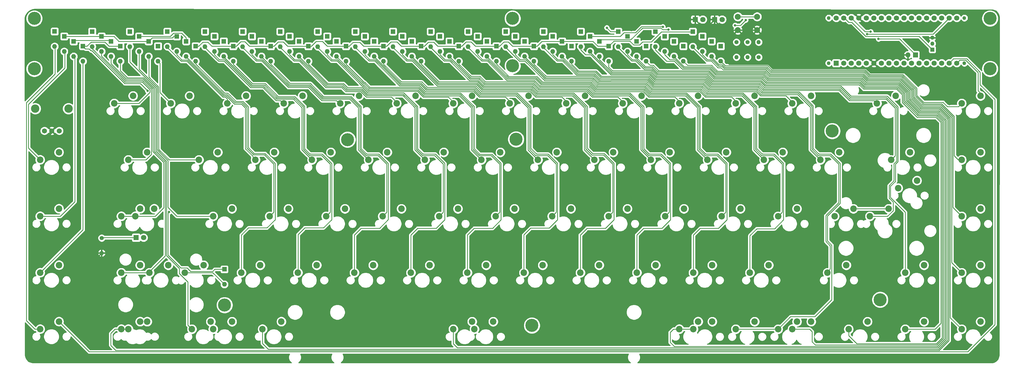
<source format=gtl>
G04 #@! TF.GenerationSoftware,KiCad,Pcbnew,(5.1.8)-1*
G04 #@! TF.CreationDate,2021-04-24T10:28:59+02:00*
G04 #@! TF.ProjectId,crispy-keyboard,63726973-7079-42d6-9b65-79626f617264,rev?*
G04 #@! TF.SameCoordinates,Original*
G04 #@! TF.FileFunction,Copper,L1,Top*
G04 #@! TF.FilePolarity,Positive*
%FSLAX46Y46*%
G04 Gerber Fmt 4.6, Leading zero omitted, Abs format (unit mm)*
G04 Created by KiCad (PCBNEW (5.1.8)-1) date 2021-04-24 10:28:59*
%MOMM*%
%LPD*%
G01*
G04 APERTURE LIST*
G04 #@! TA.AperFunction,ComponentPad*
%ADD10O,1.700000X1.700000*%
G04 #@! TD*
G04 #@! TA.AperFunction,ComponentPad*
%ADD11R,1.700000X1.700000*%
G04 #@! TD*
G04 #@! TA.AperFunction,ComponentPad*
%ADD12O,1.350000X1.350000*%
G04 #@! TD*
G04 #@! TA.AperFunction,ComponentPad*
%ADD13R,1.350000X1.350000*%
G04 #@! TD*
G04 #@! TA.AperFunction,ComponentPad*
%ADD14C,2.000000*%
G04 #@! TD*
G04 #@! TA.AperFunction,ComponentPad*
%ADD15O,1.400000X1.400000*%
G04 #@! TD*
G04 #@! TA.AperFunction,ComponentPad*
%ADD16C,1.400000*%
G04 #@! TD*
G04 #@! TA.AperFunction,ComponentPad*
%ADD17R,1.800000X1.800000*%
G04 #@! TD*
G04 #@! TA.AperFunction,ComponentPad*
%ADD18C,1.800000*%
G04 #@! TD*
G04 #@! TA.AperFunction,ComponentPad*
%ADD19C,1.750000*%
G04 #@! TD*
G04 #@! TA.AperFunction,ComponentPad*
%ADD20R,1.750000X1.750000*%
G04 #@! TD*
G04 #@! TA.AperFunction,WasherPad*
%ADD21C,1.270000*%
G04 #@! TD*
G04 #@! TA.AperFunction,ComponentPad*
%ADD22C,4.400000*%
G04 #@! TD*
G04 #@! TA.AperFunction,ComponentPad*
%ADD23C,2.200000*%
G04 #@! TD*
G04 #@! TA.AperFunction,ComponentPad*
%ADD24C,1.701800*%
G04 #@! TD*
G04 #@! TA.AperFunction,ComponentPad*
%ADD25C,2.819400*%
G04 #@! TD*
G04 #@! TA.AperFunction,ComponentPad*
%ADD26O,1.600000X1.600000*%
G04 #@! TD*
G04 #@! TA.AperFunction,ComponentPad*
%ADD27R,1.600000X1.600000*%
G04 #@! TD*
G04 #@! TA.AperFunction,ViaPad*
%ADD28C,0.800000*%
G04 #@! TD*
G04 #@! TA.AperFunction,Conductor*
%ADD29C,0.250000*%
G04 #@! TD*
G04 #@! TA.AperFunction,Conductor*
%ADD30C,0.400000*%
G04 #@! TD*
G04 #@! TA.AperFunction,Conductor*
%ADD31C,0.254000*%
G04 #@! TD*
G04 #@! TA.AperFunction,Conductor*
%ADD32C,0.100000*%
G04 #@! TD*
G04 APERTURE END LIST*
D10*
X327172320Y-75852020D03*
D11*
X329712320Y-75852020D03*
D12*
X335391760Y-70076560D03*
X335391760Y-72076560D03*
D13*
X335391760Y-74076560D03*
D14*
X269813900Y-67487800D03*
X269813900Y-62987800D03*
X276313900Y-67487800D03*
X276313900Y-62987800D03*
D15*
X269344140Y-76641960D03*
D16*
X269344140Y-71561960D03*
D15*
X276844140Y-71561960D03*
D16*
X276844140Y-76641960D03*
D15*
X273094140Y-76641960D03*
D16*
X273094140Y-71561960D03*
D17*
X261975620Y-63921640D03*
D18*
X264515620Y-63921640D03*
D17*
X255435620Y-63921640D03*
D18*
X257975620Y-63921640D03*
D19*
X333466440Y-78643480D03*
X336006440Y-78643480D03*
X338546440Y-78643480D03*
X341086440Y-78643480D03*
X343626440Y-78643480D03*
X343626440Y-63403480D03*
X341086440Y-63403480D03*
X338546440Y-63403480D03*
X336006440Y-63403480D03*
X333466440Y-63403480D03*
X330926440Y-63403480D03*
X328386440Y-63403480D03*
X330926440Y-78643480D03*
X328386440Y-78643480D03*
X325846440Y-78643480D03*
X323306440Y-78643480D03*
X320766440Y-78643480D03*
X318226440Y-78643480D03*
X315686440Y-78643480D03*
X313146440Y-78643480D03*
X310606440Y-78643480D03*
X308066440Y-78643480D03*
X305526440Y-78643480D03*
D20*
X302986440Y-78643480D03*
D19*
X315686440Y-63403480D03*
X318226440Y-63403480D03*
X325846440Y-63403480D03*
X323306440Y-63403480D03*
X320766440Y-63403480D03*
X313146440Y-63403480D03*
X310606440Y-63403480D03*
X308066440Y-63403480D03*
X305526440Y-63403480D03*
X302986440Y-63403480D03*
D21*
X300446440Y-63403480D03*
X300446440Y-78643480D03*
X346166440Y-63403480D03*
X346166440Y-78643480D03*
D22*
X193845180Y-63560420D03*
D23*
X351631250Y-165893750D03*
X345281250Y-168433750D03*
D22*
X193845180Y-79560420D03*
X195005700Y-104352700D03*
X138218920Y-104467000D03*
X96740720Y-160308900D03*
X200365100Y-167197380D03*
X317779140Y-158500420D03*
X301634900Y-101548540D03*
X32593280Y-80563500D03*
X32593280Y-63563500D03*
X354845180Y-80560420D03*
X354845180Y-63560420D03*
D24*
X36000000Y-101500000D03*
X38500000Y-101500000D03*
X41000000Y-101500000D03*
D25*
X32900001Y-94000000D03*
X44099999Y-94000000D03*
D16*
X55315860Y-137685120D03*
D15*
X55315860Y-142765120D03*
D18*
X69440000Y-137550000D03*
D17*
X66900000Y-137550000D03*
D23*
X142081250Y-89693750D03*
X135731250Y-92233750D03*
X40890000Y-165860000D03*
X34540000Y-168400000D03*
X40890000Y-146820000D03*
X34540000Y-149360000D03*
X40890000Y-127775000D03*
X34540000Y-130315000D03*
X40890000Y-108720000D03*
X34540000Y-111260000D03*
D26*
X39438320Y-73031960D03*
D27*
X39438320Y-67951960D03*
D26*
X49003960Y-77990040D03*
D27*
X49003960Y-72910040D03*
D26*
X42664120Y-74703280D03*
D27*
X42664120Y-69623280D03*
D26*
X45864520Y-76374600D03*
D27*
X45864520Y-71294600D03*
D23*
X323056250Y-89693750D03*
X316706250Y-92233750D03*
X351631250Y-89693750D03*
X345281250Y-92233750D03*
X68262500Y-146843750D03*
X61912500Y-149383750D03*
X308768750Y-127793750D03*
X302418750Y-130333750D03*
X330200000Y-118268750D03*
X323850000Y-120808750D03*
X89693750Y-146843750D03*
X83343750Y-149383750D03*
X275466206Y-165893750D03*
X269116206Y-168433750D03*
X256410884Y-165883620D03*
X250060884Y-168423620D03*
D26*
X96678750Y-153314400D03*
D27*
X96678750Y-148234400D03*
D23*
X283390128Y-168433750D03*
X289740128Y-165893750D03*
X254833936Y-168433750D03*
X261183936Y-165893750D03*
X180207573Y-165901640D03*
X173857573Y-168441640D03*
X92893031Y-168429819D03*
X99243031Y-165889819D03*
X64293700Y-168423620D03*
X70643700Y-165883620D03*
X68262500Y-127783620D03*
X61912500Y-130323620D03*
X314325250Y-130333750D03*
X320675250Y-127793750D03*
X71437450Y-149383750D03*
X77787450Y-146843750D03*
X68262450Y-165883620D03*
X61912450Y-168423620D03*
X92075050Y-165893750D03*
X85725050Y-168433750D03*
X115887450Y-165883620D03*
X109537450Y-168423620D03*
X73025050Y-127783620D03*
X66675050Y-130323620D03*
X306387250Y-146843750D03*
X300037250Y-149383750D03*
X64293750Y-111283750D03*
X70643750Y-108743750D03*
X321468250Y-111283750D03*
X327818250Y-108743750D03*
X294481250Y-89693750D03*
X288131250Y-92233750D03*
X132556250Y-108743750D03*
X126206250Y-111283750D03*
X65881250Y-89693750D03*
X59531250Y-92233750D03*
X84931250Y-89693750D03*
X78581250Y-92233750D03*
X103981250Y-89693750D03*
X97631250Y-92233750D03*
X123031250Y-89693750D03*
X116681250Y-92233750D03*
X161131250Y-89693750D03*
X154781250Y-92233750D03*
X180181250Y-89693750D03*
X173831250Y-92233750D03*
X199231250Y-89693750D03*
X192881250Y-92233750D03*
X218281250Y-89693750D03*
X211931250Y-92233750D03*
X237331250Y-89693750D03*
X230981250Y-92233750D03*
X256381250Y-89693750D03*
X250031250Y-92233750D03*
X275431250Y-89693750D03*
X269081250Y-92233750D03*
X94456250Y-108743750D03*
X88106250Y-111283750D03*
X113506250Y-108743750D03*
X107156250Y-111283750D03*
X151606250Y-108743750D03*
X145256250Y-111283750D03*
X170656250Y-108743750D03*
X164306250Y-111283750D03*
X189706250Y-108743750D03*
X183356250Y-111283750D03*
X208756250Y-108743750D03*
X202406250Y-111283750D03*
X227806250Y-108743750D03*
X221456250Y-111283750D03*
X246856250Y-108743750D03*
X240506250Y-111283750D03*
X265906250Y-108743750D03*
X259556250Y-111283750D03*
X284956250Y-108743750D03*
X278606250Y-111283750D03*
X304006250Y-108743750D03*
X297656250Y-111283750D03*
X351631250Y-108743750D03*
X345281250Y-111283750D03*
X99218750Y-127793750D03*
X92868750Y-130333750D03*
X118268750Y-127793750D03*
X111918750Y-130333750D03*
X137318750Y-127793750D03*
X130968750Y-130333750D03*
X156368250Y-127793750D03*
X150018250Y-130333750D03*
X175418250Y-127793750D03*
X169068250Y-130333750D03*
X194468250Y-127793750D03*
X188118250Y-130333750D03*
X213518250Y-127793750D03*
X207168250Y-130333750D03*
X232568250Y-127793750D03*
X226218250Y-130333750D03*
X251618250Y-127793750D03*
X245268250Y-130333750D03*
X270668250Y-127793750D03*
X264318250Y-130333750D03*
X289718250Y-127793750D03*
X283368250Y-130333750D03*
X351631250Y-127793750D03*
X345281250Y-130333750D03*
X108743750Y-146843750D03*
X102393750Y-149383750D03*
X127793750Y-146843750D03*
X121443750Y-149383750D03*
X146843750Y-146843750D03*
X140493750Y-149383750D03*
X165894250Y-146843750D03*
X159544250Y-149383750D03*
X184944250Y-146843750D03*
X178594250Y-149383750D03*
X203994250Y-146843750D03*
X197644250Y-149383750D03*
X223044250Y-146843750D03*
X216694250Y-149383750D03*
X242094250Y-146843750D03*
X235744250Y-149383750D03*
X261144250Y-146843750D03*
X254794250Y-149383750D03*
X280194250Y-146843750D03*
X273844250Y-149383750D03*
X332581250Y-146843750D03*
X326231250Y-149383750D03*
X351631250Y-146843750D03*
X345281250Y-149383750D03*
X187325250Y-165893750D03*
X180975250Y-168433750D03*
X313531250Y-165893750D03*
X307181250Y-168433750D03*
X332581250Y-165893750D03*
X326231250Y-168433750D03*
X294521528Y-165883620D03*
X288171528Y-168423620D03*
D26*
X52100284Y-73055612D03*
D27*
X52100284Y-67975612D03*
D26*
X61608673Y-78016199D03*
D27*
X61608673Y-72936199D03*
D26*
X74286525Y-78016199D03*
D27*
X74286525Y-72936199D03*
D26*
X77455988Y-73055612D03*
D27*
X77455988Y-67975612D03*
D26*
X90133840Y-73055612D03*
D27*
X90133840Y-67975612D03*
D26*
X102811692Y-73055612D03*
D27*
X102811692Y-67975612D03*
D26*
X115489544Y-73055612D03*
D27*
X115489544Y-67975612D03*
D26*
X128167396Y-73055612D03*
D27*
X128167396Y-67975612D03*
D26*
X140845248Y-73055612D03*
D27*
X140845248Y-67975612D03*
D26*
X153523100Y-73055612D03*
D27*
X153523100Y-67975612D03*
D26*
X166200952Y-73055612D03*
D27*
X166200952Y-67975612D03*
D26*
X178878804Y-73055612D03*
D27*
X178878804Y-67975612D03*
D26*
X191556656Y-73055612D03*
D27*
X191556656Y-67975612D03*
D26*
X204234508Y-73055612D03*
D27*
X204234508Y-67975612D03*
D26*
X216842376Y-73055612D03*
D27*
X216842376Y-67975612D03*
D26*
X264041929Y-78016199D03*
D27*
X264041929Y-72936199D03*
D26*
X55269747Y-74709141D03*
D27*
X55269747Y-69629141D03*
D26*
X71117062Y-76362670D03*
D27*
X71117062Y-71282670D03*
D26*
X80625451Y-74709141D03*
D27*
X80625451Y-69629141D03*
D26*
X93303303Y-74709141D03*
D27*
X93303303Y-69629141D03*
D26*
X105981155Y-74709141D03*
D27*
X105981155Y-69629141D03*
D26*
X118659007Y-74709141D03*
D27*
X118659007Y-69629141D03*
D26*
X131336859Y-74709141D03*
D27*
X131336859Y-69629141D03*
D26*
X144014711Y-74709141D03*
D27*
X144014711Y-69629141D03*
D26*
X156692563Y-74709141D03*
D27*
X156692563Y-69629141D03*
D26*
X169370415Y-74709141D03*
D27*
X169370415Y-69629141D03*
D26*
X182048267Y-74709141D03*
D27*
X182048267Y-69629141D03*
D26*
X194726119Y-74709141D03*
D27*
X194726119Y-69629141D03*
D26*
X207386475Y-74709141D03*
D27*
X207386475Y-69629141D03*
D26*
X219993149Y-74709141D03*
D27*
X219993149Y-69629141D03*
D26*
X260953205Y-76362670D03*
D27*
X260953205Y-71282670D03*
D26*
X58439210Y-76362670D03*
D27*
X58439210Y-71282670D03*
D26*
X67947599Y-74709141D03*
D27*
X67947599Y-69629141D03*
D26*
X83794914Y-76362670D03*
D27*
X83794914Y-71282670D03*
D26*
X96472766Y-76362670D03*
D27*
X96472766Y-71282670D03*
D26*
X109150618Y-76362670D03*
D27*
X109150618Y-71282670D03*
D26*
X121828470Y-76362670D03*
D27*
X121828470Y-71282670D03*
D26*
X134506322Y-76362670D03*
D27*
X134506322Y-71282670D03*
D26*
X147184174Y-76362670D03*
D27*
X147184174Y-71282670D03*
D26*
X159862026Y-76362670D03*
D27*
X159862026Y-71282670D03*
D26*
X172539878Y-76362670D03*
D27*
X172539878Y-71282670D03*
D26*
X185217730Y-76362670D03*
D27*
X185217730Y-71282670D03*
D26*
X197895582Y-76362670D03*
D27*
X197895582Y-71282670D03*
D26*
X223143922Y-76362670D03*
D27*
X223143922Y-71282670D03*
D26*
X257864481Y-74709141D03*
D27*
X257864481Y-69629141D03*
D26*
X86964377Y-78016199D03*
D27*
X86964377Y-72936199D03*
D26*
X99642229Y-78016199D03*
D27*
X99642229Y-72936199D03*
D26*
X112320081Y-78016199D03*
D27*
X112320081Y-72936199D03*
D26*
X124997933Y-78016199D03*
D27*
X124997933Y-72936199D03*
D26*
X137675785Y-78016199D03*
D27*
X137675785Y-72936199D03*
D26*
X150353637Y-78016199D03*
D27*
X150353637Y-72936199D03*
D26*
X163031489Y-78016199D03*
D27*
X163031489Y-72936199D03*
D26*
X175709341Y-78016199D03*
D27*
X175709341Y-72936199D03*
D26*
X188387193Y-78016199D03*
D27*
X188387193Y-72936199D03*
D26*
X201065045Y-78016199D03*
D27*
X201065045Y-72936199D03*
D26*
X210538442Y-76362670D03*
D27*
X210538442Y-71282670D03*
D26*
X226294695Y-78016199D03*
D27*
X226294695Y-72936199D03*
D26*
X254589606Y-73055612D03*
D27*
X254589606Y-67975612D03*
D26*
X248288058Y-76362670D03*
D27*
X248288058Y-71282670D03*
D26*
X64778136Y-73055612D03*
D27*
X64778136Y-67975612D03*
D26*
X245137284Y-74709141D03*
D27*
X245137284Y-69629141D03*
D26*
X241986511Y-73055612D03*
D27*
X241986511Y-67975612D03*
D26*
X238835738Y-78016199D03*
D27*
X238835738Y-72936199D03*
D26*
X213690409Y-78016199D03*
D27*
X213690409Y-72936199D03*
D26*
X232596241Y-74709141D03*
D27*
X232596241Y-69629141D03*
D26*
X229445468Y-73055612D03*
D27*
X229445468Y-67975612D03*
D26*
X251438832Y-78016199D03*
D27*
X251438832Y-72936199D03*
D26*
X235684965Y-76362670D03*
D27*
X235684965Y-71282670D03*
D28*
X127274320Y-177835560D03*
X317286426Y-147658536D03*
X151836120Y-178203860D03*
X254608590Y-121534022D03*
X275168740Y-121971472D03*
X104895702Y-124176220D03*
X324805040Y-92994480D03*
X333332092Y-169513538D03*
X283427796Y-173083130D03*
X289709578Y-173223114D03*
X276603576Y-172995640D03*
X249954122Y-173205616D03*
X212438410Y-178122554D03*
X326390000Y-117830600D03*
X70586600Y-128854200D03*
X66949320Y-72979280D03*
X244002560Y-79500000D03*
X231505760Y-79500000D03*
X217652600Y-78841600D03*
X209986880Y-80385920D03*
X190723520Y-76367640D03*
X182008780Y-80530700D03*
X170103800Y-80812640D03*
X157149800Y-80853280D03*
X144640300Y-80812640D03*
X132090160Y-81015840D03*
X119461280Y-80853280D03*
X197873620Y-80756760D03*
X238013240Y-69123560D03*
X224782380Y-68486020D03*
X261277100Y-74424540D03*
X64505840Y-80820260D03*
X294678100Y-121770140D03*
X314256420Y-121424700D03*
X237116620Y-122252740D03*
X217469720Y-122252740D03*
X198097140Y-122389900D03*
X180312060Y-122735340D03*
X161010600Y-123631960D03*
X141706600Y-122941080D03*
X123647200Y-123286520D03*
X85110320Y-124802900D03*
X52504340Y-124597160D03*
X315770260Y-88602820D03*
X233850180Y-67530980D03*
X341251540Y-92483940D03*
X318818260Y-81196180D03*
X273291300Y-74226420D03*
X269260320Y-74485500D03*
X276885400Y-74203560D03*
X271134840Y-77569060D03*
X244513100Y-66372740D03*
X246388022Y-67329131D03*
X78028800Y-128879600D03*
X70815200Y-88036400D03*
X225625660Y-66715640D03*
X313408060Y-68868460D03*
X272455640Y-64112140D03*
X268876780Y-65882520D03*
X314599320Y-68036440D03*
X317228220Y-70502780D03*
D29*
X44099999Y-94000000D02*
X44099999Y-94175001D01*
D30*
X290603001Y-80430001D02*
X289919999Y-80430001D01*
X38500000Y-102151580D02*
X38500000Y-101500000D01*
X55315860Y-142765120D02*
X54000980Y-144080000D01*
X31813240Y-153560120D02*
X31813240Y-117461640D01*
X49086080Y-144080000D02*
X41516040Y-151650040D01*
X31813240Y-117461640D02*
X35430200Y-113844680D01*
X54000980Y-144080000D02*
X49086080Y-144080000D01*
X41516040Y-151650040D02*
X41516040Y-152417120D01*
X39232580Y-154700580D02*
X32953700Y-154700580D01*
X37477440Y-110817000D02*
X37477440Y-103174140D01*
X32953700Y-154700580D02*
X31813240Y-153560120D01*
X35430200Y-113844680D02*
X35430200Y-112864240D01*
X35430200Y-112864240D02*
X37477440Y-110817000D01*
X41516040Y-152417120D02*
X39232580Y-154700580D01*
X37477440Y-103174140D02*
X38500000Y-102151580D01*
X340851541Y-92083941D02*
X341251540Y-92483940D01*
X330680060Y-81912460D02*
X340851541Y-92083941D01*
X313073681Y-80430001D02*
X314556140Y-81912460D01*
X314556140Y-81912460D02*
X330680060Y-81912460D01*
X269813900Y-67487800D02*
X276313900Y-67487800D01*
X313899919Y-80430001D02*
X315686440Y-78643480D01*
X312771421Y-80430001D02*
X313899919Y-80430001D01*
X289919999Y-80430001D02*
X312771421Y-80430001D01*
X312771421Y-80430001D02*
X313073681Y-80430001D01*
X265211560Y-67487800D02*
X265541780Y-67487800D01*
X261975620Y-64251860D02*
X265211560Y-67487800D01*
X261975620Y-63921640D02*
X261975620Y-64251860D01*
X265541780Y-67487800D02*
X269813900Y-67487800D01*
X265727180Y-68003420D02*
X265211560Y-67487800D01*
X265727180Y-77815440D02*
X265727180Y-68003420D01*
X266923520Y-79011780D02*
X265727180Y-77815440D01*
X280149311Y-79025021D02*
X273960199Y-79025021D01*
X273946958Y-79011780D02*
X266923520Y-79011780D01*
X281554291Y-80430001D02*
X280149311Y-79025021D01*
X273960199Y-79025021D02*
X273946958Y-79011780D01*
X289919999Y-80430001D02*
X281554291Y-80430001D01*
X260461780Y-65435480D02*
X261975620Y-63921640D01*
X256949460Y-65435480D02*
X260461780Y-65435480D01*
X255435620Y-63921640D02*
X256949460Y-65435480D01*
D29*
X217012424Y-68145660D02*
X216842376Y-67975612D01*
X52100284Y-73055612D02*
X52100284Y-73214464D01*
X52100284Y-73809264D02*
X52100284Y-73055612D01*
X63291020Y-85000000D02*
X52100284Y-73809264D01*
X69000000Y-85000000D02*
X63291020Y-85000000D01*
X71579220Y-87579220D02*
X69000000Y-85000000D01*
X71579220Y-88462644D02*
X71579220Y-87579220D01*
X67808114Y-92233750D02*
X71579220Y-88462644D01*
X59531250Y-92233750D02*
X67808114Y-92233750D01*
X74286525Y-78016199D02*
X73595111Y-78016199D01*
X74939126Y-88591626D02*
X78581250Y-92233750D01*
X74939126Y-78668800D02*
X74939126Y-88591626D01*
X74286525Y-78016199D02*
X74939126Y-78668800D01*
X98709711Y-92233750D02*
X97631250Y-92233750D01*
X98770594Y-92294633D02*
X98709711Y-92233750D01*
X77455988Y-73320554D02*
X77455988Y-73055612D01*
X84086766Y-78026552D02*
X82161986Y-78026552D01*
X96197898Y-90137684D02*
X84086766Y-78026552D01*
X97090818Y-90137684D02*
X96197898Y-90137684D01*
X82161986Y-78026552D02*
X77455988Y-73320554D01*
X97631250Y-90678116D02*
X97090818Y-90137684D01*
X97631250Y-92233750D02*
X97631250Y-90678116D01*
X90133840Y-73055612D02*
X90133840Y-73364850D01*
X90133840Y-73055612D02*
X90133840Y-73189870D01*
X94795542Y-77974058D02*
X90133840Y-73312356D01*
X96597836Y-77974058D02*
X94795542Y-77974058D01*
X90133840Y-73312356D02*
X90133840Y-73055612D01*
X105554139Y-86930361D02*
X96597836Y-77974058D01*
X109777644Y-86930361D02*
X105554139Y-86930361D01*
X114144549Y-91297266D02*
X109777644Y-86930361D01*
X115620847Y-91297266D02*
X114144549Y-91297266D01*
X116557331Y-92233750D02*
X115620847Y-91297266D01*
X116681250Y-92233750D02*
X116557331Y-92233750D01*
X102811692Y-73055612D02*
X102811692Y-73321656D01*
X109336380Y-77956560D02*
X110946196Y-79566376D01*
X102811692Y-73321656D02*
X107446596Y-77956560D01*
X107446596Y-77956560D02*
X109336380Y-77956560D01*
X135402318Y-92233750D02*
X135731250Y-92233750D01*
X129583985Y-91297266D02*
X134465834Y-91297266D01*
X134465834Y-91297266D02*
X135402318Y-92233750D01*
X110957212Y-79566376D02*
X118215836Y-86825000D01*
X110946196Y-79566376D02*
X110957212Y-79566376D01*
X125111719Y-86825000D02*
X129583985Y-91297266D01*
X118215836Y-86825000D02*
X125111719Y-86825000D01*
X115489544Y-73055612D02*
X115489544Y-73330956D01*
X152995863Y-90089927D02*
X154781250Y-91875314D01*
X154781250Y-91875314D02*
X154781250Y-92233750D01*
X144544490Y-90089927D02*
X152995863Y-90089927D01*
X142723312Y-88268749D02*
X144544490Y-90089927D01*
X120132646Y-77956560D02*
X122022430Y-77956560D01*
X115489544Y-73313458D02*
X120132646Y-77956560D01*
X137683984Y-88268749D02*
X142723312Y-88268749D01*
X115489544Y-73055612D02*
X115489544Y-73313458D01*
X136440235Y-87025000D02*
X136425000Y-87025000D01*
X122022430Y-77956560D02*
X130965870Y-86900000D01*
X130965870Y-86900000D02*
X136315235Y-86900000D01*
X136440235Y-87025000D02*
X136315235Y-86900000D01*
X136557617Y-87142382D02*
X136315235Y-86900000D01*
X136557617Y-87142383D02*
X136557617Y-87142382D01*
X136440235Y-87025000D02*
X136557617Y-87142383D01*
X136720117Y-87304882D02*
X136315235Y-86900000D01*
X136720118Y-87304882D02*
X136720117Y-87304882D01*
X136557617Y-87142383D02*
X136720118Y-87304882D01*
X136720118Y-87304882D02*
X137683984Y-88268749D01*
X163750434Y-90142420D02*
X172208301Y-90142420D01*
X161808193Y-88200179D02*
X163750434Y-90142420D01*
X145200385Y-88200179D02*
X161808193Y-88200179D01*
X173831250Y-91765369D02*
X173831250Y-92233750D01*
X172208301Y-90142420D02*
X173831250Y-91765369D01*
X134725978Y-77956560D02*
X143238124Y-86468706D01*
X132801198Y-77956560D02*
X134725978Y-77956560D01*
X143468913Y-86468707D02*
X145200385Y-88200179D01*
X128167396Y-73322758D02*
X132801198Y-77956560D01*
X143238124Y-86468706D02*
X143468913Y-86468707D01*
X128167396Y-73055612D02*
X128167396Y-73322758D01*
X147394530Y-77956560D02*
X145487248Y-77956560D01*
X145487248Y-77956560D02*
X140845248Y-73314560D01*
X155770828Y-86332858D02*
X147394530Y-77956560D01*
X140845248Y-73314560D02*
X140845248Y-73055612D01*
X162526017Y-86332858D02*
X155770828Y-86332858D01*
X164445831Y-88252672D02*
X162526017Y-86332858D01*
X180758166Y-88252672D02*
X164445831Y-88252672D01*
X182647914Y-90142420D02*
X180758166Y-88252672D01*
X191473232Y-90142420D02*
X182647914Y-90142420D01*
X192881250Y-91550438D02*
X191473232Y-90142420D01*
X192881250Y-92233750D02*
X192881250Y-91550438D01*
X153523100Y-73323860D02*
X153523100Y-73055612D01*
X158155800Y-77956560D02*
X153523100Y-73323860D01*
X168486944Y-86362924D02*
X160080580Y-77956560D01*
X181499562Y-86362924D02*
X168486944Y-86362924D01*
X160080580Y-77956560D02*
X158155800Y-77956560D01*
X183405387Y-88268749D02*
X181499562Y-86362924D01*
X199862212Y-88268749D02*
X183405387Y-88268749D01*
X201735883Y-90142420D02*
X199862212Y-88268749D01*
X210528191Y-90142420D02*
X201735883Y-90142420D01*
X211931250Y-91545479D02*
X210528191Y-90142420D01*
X211931250Y-92233750D02*
X211931250Y-91545479D01*
X230981250Y-91750492D02*
X230981250Y-92233750D01*
X218874578Y-88252672D02*
X220764326Y-90142420D01*
X220764326Y-90142420D02*
X229373178Y-90142420D01*
X202391776Y-88252672D02*
X218874578Y-88252672D01*
X200502028Y-86362924D02*
X202391776Y-88252672D01*
X184137924Y-86362924D02*
X200502028Y-86362924D01*
X229373178Y-90142420D02*
X230981250Y-91750492D01*
X179288175Y-84495603D02*
X182270604Y-84495604D01*
X172749132Y-77956560D02*
X179288175Y-84495603D01*
X170841850Y-77956560D02*
X172749132Y-77956560D01*
X166200952Y-73315662D02*
X170841850Y-77956560D01*
X182270604Y-84495604D02*
X184137924Y-86362924D01*
X166200952Y-73055612D02*
X166200952Y-73315662D01*
X178878804Y-73307464D02*
X178878804Y-73055612D01*
X191956727Y-84495603D02*
X185417684Y-77956560D01*
X201318344Y-84495603D02*
X191956727Y-84495603D01*
X203208092Y-86385351D02*
X201318344Y-84495603D01*
X219789386Y-86385351D02*
X203208092Y-86385351D01*
X221656707Y-88252672D02*
X219789386Y-86385351D01*
X239812791Y-90142420D02*
X237923043Y-88252672D01*
X248638109Y-90142420D02*
X239812791Y-90142420D01*
X183527900Y-77956560D02*
X178878804Y-73307464D01*
X250031250Y-91535561D02*
X248638109Y-90142420D01*
X185417684Y-77956560D02*
X183527900Y-77956560D01*
X237923043Y-88252672D02*
X221656707Y-88252672D01*
X250031250Y-92233750D02*
X250031250Y-91535561D01*
X267745561Y-90142420D02*
X269081250Y-91478109D01*
X257036989Y-88252672D02*
X258926737Y-90142420D01*
X238655070Y-86362924D02*
X240544818Y-88252672D01*
X222490101Y-86362924D02*
X238655070Y-86362924D01*
X240544818Y-88252672D02*
X257036989Y-88252672D01*
X220652846Y-84525669D02*
X222490101Y-86362924D01*
X204655345Y-84525669D02*
X220652846Y-84525669D01*
X269081250Y-91478109D02*
X269081250Y-92233750D01*
X198103734Y-77974058D02*
X204655345Y-84525669D01*
X196213950Y-77974058D02*
X198103734Y-77974058D01*
X191556656Y-73316764D02*
X196213950Y-77974058D01*
X258926737Y-90142420D02*
X267745561Y-90142420D01*
X191556656Y-73055612D02*
X191556656Y-73316764D01*
X288131250Y-92233750D02*
X288051962Y-92233750D01*
X288131250Y-91840601D02*
X288131250Y-92233750D01*
X286013125Y-89722476D02*
X288131250Y-91840601D01*
X277502765Y-89722476D02*
X286013125Y-89722476D01*
X276032961Y-88252672D02*
X277502765Y-89722476D01*
X208865004Y-77956560D02*
X210737290Y-77956560D01*
X204234508Y-73055612D02*
X204234508Y-73326064D01*
X210737290Y-77956560D02*
X215439079Y-82658349D01*
X204234508Y-73326064D02*
X208865004Y-77956560D01*
X215439079Y-82658349D02*
X221458349Y-82658349D01*
X221458349Y-82658349D02*
X223295603Y-84495603D01*
X226988566Y-84495603D02*
X227010993Y-84473176D01*
X259766625Y-88252672D02*
X276032961Y-88252672D01*
X227010993Y-84473176D02*
X239399341Y-84473176D01*
X257876877Y-86362924D02*
X259766625Y-88252672D01*
X239399341Y-84473176D02*
X241289089Y-86362924D01*
X223295603Y-84495603D02*
X226988566Y-84495603D01*
X241289089Y-86362924D02*
X257876877Y-86362924D01*
X316706250Y-92226860D02*
X316706250Y-92233750D01*
X315776656Y-91297266D02*
X316706250Y-92226860D01*
X216842376Y-73055612D02*
X216842376Y-74186982D01*
X218494696Y-75839302D02*
X220214724Y-75839302D01*
X216842376Y-74186982D02*
X218494696Y-75839302D01*
X258716765Y-84473176D02*
X260606513Y-86362924D01*
X276826850Y-86362924D02*
X278296654Y-87832728D01*
X220214724Y-75839302D02*
X226981277Y-82605855D01*
X226981277Y-82605855D02*
X240077662Y-82605855D01*
X240077662Y-82605855D02*
X241944983Y-84473176D01*
X241944983Y-84473176D02*
X258716765Y-84473176D01*
X260606513Y-86362924D02*
X276826850Y-86362924D01*
X303965731Y-87832728D02*
X307430269Y-91297266D01*
X278296654Y-87832728D02*
X303965731Y-87832728D01*
X307430269Y-91297266D02*
X315776656Y-91297266D01*
X325443452Y-82467931D02*
X314299454Y-82467931D01*
X314299454Y-82467931D02*
X312786536Y-80955013D01*
X345281250Y-92233750D02*
X344158738Y-93356262D01*
X338965540Y-91874340D02*
X332456620Y-91874340D01*
X330150121Y-87174600D02*
X325443452Y-82467931D01*
X332456620Y-91874340D02*
X330150121Y-89567841D01*
X344158738Y-93356262D02*
X340447462Y-93356262D01*
X281309391Y-80955013D02*
X279904410Y-79550032D01*
X265575762Y-79550032D02*
X264041929Y-78016199D01*
X330150121Y-89567841D02*
X330150121Y-87174600D01*
X279904410Y-79550032D02*
X265575762Y-79550032D01*
X312786536Y-80955013D02*
X281309391Y-80955013D01*
X340447462Y-93356262D02*
X338965540Y-91874340D01*
X71162896Y-71282670D02*
X71117062Y-71282670D01*
X72328110Y-70117456D02*
X71162896Y-71282670D01*
X79087136Y-70117456D02*
X72328110Y-70117456D01*
X80625451Y-69629141D02*
X79575451Y-69629141D01*
X79575451Y-69629141D02*
X79087136Y-70117456D01*
X59433713Y-69629141D02*
X55269747Y-69629141D01*
X61087242Y-71282670D02*
X59433713Y-69629141D01*
X61087242Y-71282670D02*
X71117062Y-71282670D01*
X54973888Y-69925000D02*
X55269747Y-69629141D01*
X55260606Y-69620000D02*
X55269747Y-69629141D01*
X42667400Y-69620000D02*
X55260606Y-69620000D01*
X42664120Y-69623280D02*
X42667400Y-69620000D01*
X237368080Y-66344800D02*
X244485160Y-66344800D01*
X235346240Y-68366640D02*
X237368080Y-66344800D01*
X231408360Y-68366640D02*
X235346240Y-68366640D01*
X244485160Y-66344800D02*
X244513100Y-66372740D01*
X230145859Y-69629141D02*
X231408360Y-68366640D01*
X219993149Y-69629141D02*
X230145859Y-69629141D01*
X55269747Y-74709141D02*
X55269747Y-74966589D01*
X72051657Y-103525843D02*
X72068751Y-103542937D01*
X72068751Y-103542937D02*
X72068751Y-109427751D01*
X70212752Y-111283750D02*
X64293750Y-111283750D01*
X72068751Y-109427751D02*
X70212752Y-111283750D01*
X55269747Y-76331027D02*
X55269747Y-74709141D01*
X63438720Y-84500000D02*
X55269747Y-76331027D01*
X69136410Y-84500000D02*
X63438720Y-84500000D01*
X72068751Y-87432341D02*
X69136410Y-84500000D01*
X72068751Y-103542937D02*
X72068751Y-87432341D01*
X88106250Y-111283750D02*
X78075003Y-111283750D01*
X78075003Y-111283750D02*
X74904309Y-108113056D01*
X74904309Y-108113056D02*
X74518828Y-107727575D01*
X74904309Y-108113056D02*
X74484178Y-107692925D01*
X74489117Y-88778027D02*
X74489117Y-86652707D01*
X74518828Y-88807738D02*
X74489117Y-88778027D01*
X74518828Y-107727575D02*
X74518828Y-88807738D01*
X74489117Y-86652707D02*
X71200000Y-83363590D01*
X71200000Y-76445608D02*
X71117062Y-76362670D01*
X71200000Y-83363590D02*
X71200000Y-76445608D01*
X80625451Y-75840511D02*
X80625451Y-74709141D01*
X107156250Y-111283750D02*
X106277093Y-110404593D01*
X82356544Y-77571604D02*
X80625451Y-75840511D01*
X106277093Y-110037267D02*
X103766251Y-107526425D01*
X97564355Y-89933548D02*
X97563548Y-89933548D01*
X96387640Y-89680000D02*
X84279244Y-77571604D01*
X103766251Y-107526425D02*
X103766251Y-93757753D01*
X103766251Y-93757753D02*
X102457247Y-92448749D01*
X84279244Y-77571604D02*
X82356544Y-77571604D01*
X106277093Y-110404593D02*
X106277093Y-110037267D01*
X102457247Y-92448749D02*
X100079556Y-92448749D01*
X100079556Y-92448749D02*
X97564355Y-89933548D01*
X97563548Y-89933548D02*
X97310000Y-89680000D01*
X97310000Y-89680000D02*
X96387640Y-89680000D01*
X93303303Y-75840511D02*
X93303303Y-74709141D01*
X96790314Y-77519110D02*
X94981902Y-77519110D01*
X94981902Y-77519110D02*
X93303303Y-75840511D01*
X98732592Y-79472404D02*
X98732592Y-79461388D01*
X109964044Y-86480351D02*
X105740539Y-86480351D01*
X114292442Y-90808749D02*
X109964044Y-86480351D01*
X105740539Y-86480351D02*
X98732592Y-79472404D01*
X119967251Y-90808749D02*
X114292442Y-90808749D01*
X122816251Y-93657749D02*
X119967251Y-90808749D01*
X122816251Y-107893751D02*
X122816251Y-93657749D01*
X98732592Y-79461388D02*
X96790314Y-77519110D01*
X126206250Y-111283750D02*
X122816251Y-107893751D01*
X107642256Y-77501612D02*
X105981155Y-75840511D01*
X109528858Y-77501612D02*
X107642256Y-77501612D01*
X118402236Y-86374990D02*
X109528858Y-77501612D01*
X125298119Y-86374990D02*
X118402236Y-86374990D01*
X139010151Y-90808749D02*
X129731878Y-90808749D01*
X129731878Y-90808749D02*
X125298119Y-86374990D01*
X141866251Y-107893751D02*
X141866251Y-93664849D01*
X105981155Y-75840511D02*
X105981155Y-74709141D01*
X141866251Y-93664849D02*
X139010151Y-90808749D01*
X145256250Y-111283750D02*
X141866251Y-107893751D01*
X118659007Y-75840511D02*
X118659007Y-74709141D01*
X122214908Y-77501612D02*
X120320108Y-77501612D01*
X131163287Y-86449991D02*
X122214908Y-77501612D01*
X136501636Y-86449991D02*
X131163287Y-86449991D01*
X137870382Y-87818738D02*
X136501636Y-86449991D01*
X120320108Y-77501612D02*
X118659007Y-75840511D01*
X142909712Y-87818738D02*
X137870382Y-87818738D01*
X144708464Y-89617490D02*
X142909712Y-87818738D01*
X160916251Y-93657749D02*
X156875992Y-89617490D01*
X160916251Y-107893751D02*
X160916251Y-93657749D01*
X156875992Y-89617490D02*
X144708464Y-89617490D01*
X164306250Y-111283750D02*
X160916251Y-107893751D01*
X131336859Y-74709141D02*
X131336859Y-75840511D01*
X132997960Y-77501612D02*
X134918456Y-77501612D01*
X131336859Y-75840511D02*
X132997960Y-77501612D01*
X136683422Y-79277594D02*
X136683422Y-79266578D01*
X143424526Y-86018698D02*
X136683422Y-79277594D01*
X145364358Y-87727742D02*
X143655313Y-86018698D01*
X161972166Y-87727742D02*
X145364358Y-87727742D01*
X163914407Y-89669983D02*
X161972166Y-87727742D01*
X175978485Y-89669983D02*
X163914407Y-89669983D01*
X179966251Y-93657749D02*
X175978485Y-89669983D01*
X179966251Y-107893751D02*
X179966251Y-93657749D01*
X183356250Y-111283750D02*
X179966251Y-107893751D01*
X143655313Y-86018698D02*
X143424526Y-86018698D01*
X136683422Y-79266578D02*
X136738248Y-79321404D01*
X134918456Y-77501612D02*
X136683422Y-79266578D01*
X199084717Y-93726215D02*
X199084717Y-107962217D01*
X182811887Y-89669983D02*
X195028485Y-89669983D01*
X180899713Y-87757809D02*
X182811887Y-89669983D01*
X199084717Y-107962217D02*
X202406250Y-111283750D01*
X164731869Y-87757809D02*
X180899713Y-87757809D01*
X162856908Y-85882848D02*
X164731869Y-87757809D01*
X195028485Y-89669983D02*
X199084717Y-93726215D01*
X155968244Y-85882848D02*
X162856908Y-85882848D01*
X145675812Y-77501612D02*
X147587008Y-77501612D01*
X147587008Y-77501612D02*
X155968244Y-85882848D01*
X144014711Y-75840511D02*
X145675812Y-77501612D01*
X144014711Y-74709141D02*
X144014711Y-75840511D01*
X214078485Y-89669983D02*
X218087183Y-93678681D01*
X218087183Y-93678681D02*
X218087183Y-107914683D01*
X201899857Y-89669983D02*
X214078485Y-89669983D01*
X200010109Y-87780235D02*
X201899857Y-89669983D01*
X218087183Y-107914683D02*
X221456250Y-111283750D01*
X181703040Y-85890487D02*
X183592788Y-87780235D01*
X168661933Y-85890487D02*
X181703040Y-85890487D01*
X160273058Y-77501612D02*
X168661933Y-85890487D01*
X158353664Y-77501612D02*
X160273058Y-77501612D01*
X183592788Y-87780235D02*
X200010109Y-87780235D01*
X156692563Y-75840511D02*
X158353664Y-77501612D01*
X156692563Y-74709141D02*
X156692563Y-75840511D01*
X169370415Y-75840511D02*
X169370415Y-74709141D01*
X240506250Y-111283750D02*
X237116251Y-107893751D01*
X237116251Y-93657749D02*
X233128485Y-89669983D01*
X233128485Y-89669983D02*
X220974298Y-89669983D01*
X220974298Y-89669983D02*
X219084550Y-87780235D01*
X184301897Y-85890487D02*
X182457003Y-84045595D01*
X237116251Y-107893751D02*
X237116251Y-93657749D01*
X219084550Y-87780235D02*
X202601748Y-87780235D01*
X179485593Y-84045595D02*
X172941610Y-77501612D01*
X202601748Y-87780235D02*
X200712000Y-85890487D01*
X200712000Y-85890487D02*
X184301897Y-85890487D01*
X182457003Y-84045595D02*
X179485593Y-84045595D01*
X172941610Y-77501612D02*
X171031516Y-77501612D01*
X171031516Y-77501612D02*
X169370415Y-75840511D01*
X256167034Y-107894534D02*
X259556250Y-111283750D01*
X182048267Y-74709141D02*
X182048267Y-75840511D01*
X183709368Y-77501612D02*
X185627660Y-77501612D01*
X252178485Y-89669983D02*
X256167034Y-93658532D01*
X182048267Y-75840511D02*
X183709368Y-77501612D01*
X185627660Y-77501612D02*
X192171641Y-84045593D01*
X192171641Y-84045593D02*
X201596742Y-84045593D01*
X201596742Y-84045593D02*
X203449277Y-85898128D01*
X203449277Y-85898128D02*
X219984572Y-85898128D01*
X221866679Y-87780235D02*
X238087016Y-87780235D01*
X238087016Y-87780235D02*
X239976764Y-89669983D01*
X239976764Y-89669983D02*
X252178485Y-89669983D01*
X219984572Y-85898128D02*
X221866679Y-87780235D01*
X256167034Y-93658532D02*
X256167034Y-107894534D01*
X275216251Y-107893751D02*
X278606250Y-111283750D01*
X275216251Y-96389087D02*
X275216251Y-107893751D01*
X275216251Y-96389087D02*
X275216251Y-96582375D01*
X198296212Y-77519110D02*
X196404718Y-77519110D01*
X204830334Y-84053232D02*
X198296212Y-77519110D01*
X220816819Y-84053232D02*
X204830334Y-84053232D01*
X222654074Y-85890487D02*
X220816819Y-84053232D01*
X238821918Y-85890487D02*
X222654074Y-85890487D01*
X240711666Y-87780235D02*
X238821918Y-85890487D01*
X194726119Y-75840511D02*
X194726119Y-74709141D01*
X196404718Y-77519110D02*
X194726119Y-75840511D01*
X257246961Y-87780235D02*
X240711666Y-87780235D01*
X259136709Y-89669983D02*
X257246961Y-87780235D01*
X271228485Y-89669983D02*
X259136709Y-89669983D01*
X275216251Y-93657749D02*
X271228485Y-89669983D01*
X275216251Y-96389087D02*
X275216251Y-93657749D01*
X290055086Y-89250039D02*
X289162705Y-89250039D01*
X294276952Y-93471905D02*
X290055086Y-89250039D01*
X294276952Y-107904452D02*
X294276952Y-93471905D01*
X297656250Y-111283750D02*
X294276952Y-107904452D01*
X289858541Y-89250039D02*
X289162705Y-89250039D01*
X277666738Y-89250039D02*
X289162705Y-89250039D01*
X258086849Y-85890487D02*
X259976597Y-87780235D01*
X259976597Y-87780235D02*
X276196934Y-87780235D01*
X239563314Y-84000739D02*
X241453062Y-85890487D01*
X241453062Y-85890487D02*
X258086849Y-85890487D01*
X223437149Y-84000739D02*
X239563314Y-84000739D01*
X221644750Y-82208340D02*
X223437149Y-84000739D01*
X215636496Y-82208340D02*
X221644750Y-82208340D01*
X210929768Y-77501612D02*
X215636496Y-82208340D01*
X209047576Y-77501612D02*
X210929768Y-77501612D01*
X207386475Y-75840511D02*
X209047576Y-77501612D01*
X276196934Y-87780235D02*
X277666738Y-89250039D01*
X207386475Y-74709141D02*
X207386475Y-75840511D01*
X322863211Y-93823424D02*
X322863211Y-109888789D01*
X319848536Y-90808749D02*
X322863211Y-93823424D01*
X307624161Y-90808749D02*
X319848536Y-90808749D01*
X304175703Y-87360291D02*
X307624161Y-90808749D01*
X278506626Y-87360291D02*
X304175703Y-87360291D01*
X277036822Y-85890487D02*
X278506626Y-87360291D01*
X322863211Y-109888789D02*
X321468250Y-111283750D01*
X260816485Y-85890487D02*
X277036822Y-85890487D01*
X242108956Y-84000739D02*
X258926737Y-84000739D01*
X219993149Y-74981317D02*
X224613204Y-79601372D01*
X219993149Y-74709141D02*
X219993149Y-74981317D01*
X258926737Y-84000739D02*
X260816485Y-85890487D01*
X242108956Y-84000739D02*
X240264062Y-82155845D01*
X240264062Y-82155845D02*
X227167677Y-82155845D01*
X227167677Y-82155845D02*
X224593416Y-79581584D01*
X260953205Y-76362670D02*
X260953205Y-76710857D01*
X344156030Y-111283750D02*
X345281250Y-111283750D01*
X342793320Y-109921040D02*
X344156030Y-111283750D01*
X342793320Y-96629178D02*
X342793320Y-109921040D01*
X338546496Y-92382354D02*
X342793320Y-96629178D01*
X332317208Y-92382354D02*
X338546496Y-92382354D01*
X329700110Y-89765256D02*
X332317208Y-92382354D01*
X329700110Y-87361000D02*
X329700110Y-89765256D01*
X325257052Y-82917942D02*
X329700110Y-87361000D01*
X314113054Y-82917942D02*
X325257052Y-82917942D01*
X265377144Y-80000043D02*
X279718010Y-80000043D01*
X264533230Y-79156129D02*
X265377144Y-80000043D01*
X260953205Y-76695255D02*
X263414079Y-79156129D01*
X260953205Y-76362670D02*
X260953205Y-76695255D01*
X263414079Y-79156129D02*
X264533230Y-79156129D01*
X279718010Y-80000043D02*
X281122991Y-81405024D01*
X281122991Y-81405024D02*
X312600136Y-81405024D01*
X312600136Y-81405024D02*
X314113054Y-82917942D01*
X61936010Y-130333750D02*
X61922161Y-130319901D01*
X66675050Y-130333750D02*
X61936010Y-130333750D01*
X73382290Y-130333750D02*
X66675050Y-130333750D01*
X58439210Y-76362670D02*
X58439210Y-77494040D01*
X72576587Y-108462477D02*
X76251097Y-112136987D01*
X76251097Y-112136987D02*
X76251097Y-127464943D01*
X76251097Y-127464943D02*
X73382290Y-130333750D01*
X72576587Y-108462477D02*
X72576587Y-88576587D01*
X69272820Y-84000000D02*
X63636410Y-84000000D01*
X72576587Y-87303767D02*
X69272820Y-84000000D01*
X72576587Y-88576587D02*
X72576587Y-87303767D01*
X63636410Y-84000000D02*
X58568205Y-78931795D01*
X58568205Y-78931795D02*
X58500000Y-78863590D01*
X58568205Y-78931795D02*
X58418205Y-78781795D01*
X58439210Y-78760790D02*
X58439210Y-77494040D01*
X58418205Y-78781795D02*
X58439210Y-78760790D01*
X79565450Y-68504140D02*
X82280972Y-68504140D01*
X67947599Y-69629141D02*
X78440449Y-69629141D01*
X78440449Y-69629141D02*
X79565450Y-68504140D01*
X83794914Y-70018082D02*
X83794914Y-71282670D01*
X82280972Y-68504140D02*
X83794914Y-70018082D01*
X58250330Y-71093790D02*
X58439210Y-71282670D01*
X58156540Y-71000000D02*
X58439210Y-71282670D01*
X46159120Y-71000000D02*
X58156540Y-71000000D01*
X45864520Y-71294600D02*
X46159120Y-71000000D01*
X45864520Y-71015200D02*
X45864520Y-71294600D01*
X45844200Y-70994880D02*
X45864520Y-71015200D01*
X237677784Y-66794811D02*
X243905347Y-66794811D01*
X223143922Y-71282670D02*
X223672450Y-70754142D01*
X223672450Y-70754142D02*
X233718453Y-70754142D01*
X233718453Y-70754142D02*
X237677784Y-66794811D01*
X243905347Y-66794811D02*
X244439667Y-67329131D01*
X244439667Y-67329131D02*
X246388022Y-67329131D01*
X83285159Y-130333750D02*
X92868750Y-130333750D01*
X80642201Y-130333750D02*
X83285159Y-130333750D01*
X77668408Y-127359957D02*
X80642201Y-130333750D01*
X77668408Y-111559564D02*
X77668408Y-127359957D01*
X74046391Y-107937547D02*
X74169214Y-108060370D01*
X74169214Y-108060370D02*
X77668408Y-111559564D01*
X67947599Y-74709141D02*
X67947599Y-74987911D01*
X67947599Y-80747599D02*
X67947599Y-74709141D01*
X74029230Y-86829230D02*
X67947599Y-80747599D01*
X74029230Y-107920386D02*
X74029230Y-86829230D01*
X74169214Y-108060370D02*
X74029230Y-107920386D01*
X83794914Y-76439848D02*
X83794914Y-76362670D01*
X100292891Y-91979675D02*
X97543206Y-89229990D01*
X102655076Y-91979675D02*
X100292891Y-91979675D01*
X104229866Y-93554465D02*
X102655076Y-91979675D01*
X96585056Y-89229990D02*
X83794914Y-76439848D01*
X97543206Y-89229990D02*
X96585056Y-89229990D01*
X104229866Y-107307631D02*
X104229866Y-93554465D01*
X106539558Y-109617323D02*
X104229866Y-107307631D01*
X110200825Y-109617323D02*
X106539558Y-109617323D01*
X113291251Y-128961249D02*
X113291251Y-112707749D01*
X113291251Y-112707749D02*
X110200825Y-109617323D01*
X111918750Y-130333750D02*
X113291251Y-128961249D01*
X125430544Y-109827295D02*
X129460797Y-109827295D01*
X132341251Y-112707749D02*
X132341251Y-128961249D01*
X132068749Y-129233751D02*
X130968750Y-130333750D01*
X132341251Y-128961249D02*
X132068749Y-129233751D01*
X120194084Y-90358738D02*
X123284825Y-93449479D01*
X129460797Y-109827295D02*
X132341251Y-112707749D01*
X123284825Y-93449479D02*
X123284825Y-107681576D01*
X114524840Y-90358738D02*
X120194084Y-90358738D01*
X123284825Y-107681576D02*
X125430544Y-109827295D01*
X110686505Y-86520403D02*
X110826610Y-86660508D01*
X110826610Y-86660508D02*
X114524840Y-90358738D01*
X105948971Y-86030341D02*
X96472766Y-76554136D01*
X110150444Y-86030341D02*
X105948971Y-86030341D01*
X110220103Y-86100000D02*
X110150444Y-86030341D01*
X110225000Y-86100000D02*
X110220103Y-86100000D01*
X110250000Y-86075000D02*
X110225000Y-86100000D01*
X110687540Y-86512540D02*
X110250000Y-86075000D01*
X96472766Y-76554136D02*
X96472766Y-76362670D01*
X110687540Y-86521438D02*
X110687540Y-86512540D01*
X110826610Y-86660508D02*
X110687540Y-86521438D01*
X150018250Y-130333750D02*
X151391251Y-128960749D01*
X125484520Y-85924981D02*
X118588636Y-85924980D01*
X151391251Y-112707749D02*
X148510797Y-109827295D01*
X139196550Y-90358738D02*
X129918277Y-90358738D01*
X148510797Y-109827295D02*
X144439504Y-109827295D01*
X151391251Y-128960749D02*
X151391251Y-112707749D01*
X144439504Y-109827295D02*
X142339784Y-107727575D01*
X142339784Y-107727575D02*
X142339784Y-93501972D01*
X142339784Y-93501972D02*
X139196550Y-90358738D01*
X129918277Y-90358738D02*
X125484520Y-85924981D01*
X109150618Y-76475946D02*
X109150618Y-76362670D01*
X118588636Y-85924980D02*
X111856092Y-79192436D01*
X111856092Y-79192436D02*
X111856092Y-79181420D01*
X111856092Y-79181420D02*
X109150618Y-76475946D01*
X170441251Y-128960749D02*
X169068250Y-130333750D01*
X170441251Y-112707749D02*
X170441251Y-128960749D01*
X121828470Y-76362670D02*
X121828470Y-76467748D01*
X167560797Y-109827295D02*
X170441251Y-112707749D01*
X143096112Y-87368727D02*
X144872437Y-89145053D01*
X121828470Y-76467748D02*
X124542142Y-79181420D01*
X144872437Y-89145053D02*
X157039966Y-89145053D01*
X124542142Y-79192436D02*
X131349687Y-85999981D01*
X136688037Y-85999982D02*
X138056782Y-87368727D01*
X124542142Y-79181420D02*
X124542142Y-79192436D01*
X131349687Y-85999981D02*
X136688037Y-85999982D01*
X157039966Y-89145053D02*
X161394743Y-93499830D01*
X161394743Y-93499830D02*
X161394743Y-107727575D01*
X138056782Y-87368727D02*
X143096112Y-87368727D01*
X161394743Y-107727575D02*
X163494463Y-109827295D01*
X163494463Y-109827295D02*
X167560797Y-109827295D01*
X189491251Y-112707749D02*
X189491251Y-128960749D01*
X186640864Y-109857362D02*
X189491251Y-112707749D01*
X134506322Y-76362670D02*
X134506322Y-76442052D01*
X134506322Y-76442052D02*
X137191437Y-79127167D01*
X137191437Y-79127167D02*
X137191437Y-79149199D01*
X137191437Y-79149199D02*
X143610926Y-85568688D01*
X143610926Y-85568688D02*
X143841714Y-85568689D01*
X180449702Y-93504789D02*
X180449702Y-107734069D01*
X145528330Y-87255305D02*
X162175644Y-87255305D01*
X180449702Y-107734069D02*
X182572994Y-109857362D01*
X162175644Y-87255305D02*
X164117885Y-89197546D01*
X189491251Y-128960749D02*
X188118250Y-130333750D01*
X164117885Y-89197546D02*
X176142459Y-89197546D01*
X176142459Y-89197546D02*
X180449702Y-93504789D01*
X143841714Y-85568689D02*
X145528330Y-87255305D01*
X182572994Y-109857362D02*
X186640864Y-109857362D01*
X147184174Y-76451352D02*
X147184174Y-76362670D01*
X207168250Y-130333750D02*
X208541251Y-128960749D01*
X174360514Y-87307798D02*
X164918268Y-87307798D01*
X208541251Y-128960749D02*
X208541251Y-112707749D01*
X156165660Y-85432838D02*
X147184174Y-76451352D01*
X208541251Y-112707749D02*
X205660797Y-109827295D01*
X205660797Y-109827295D02*
X201656874Y-109827295D01*
X201656874Y-109827295D02*
X199557154Y-107727575D01*
X181086114Y-87307800D02*
X174360514Y-87307798D01*
X164918268Y-87307798D02*
X163043308Y-85432838D01*
X199557154Y-93562241D02*
X195192459Y-89197546D01*
X199557154Y-107727575D02*
X199557154Y-93562241D01*
X195192459Y-89197546D02*
X182975860Y-89197546D01*
X163043308Y-85432838D02*
X156165660Y-85432838D01*
X182975860Y-89197546D02*
X181086114Y-87307800D01*
X159862026Y-76443154D02*
X159862026Y-76362670D01*
X226218250Y-130333750D02*
X227591251Y-128960749D01*
X220554354Y-109669816D02*
X218559620Y-107675082D01*
X181867013Y-85418050D02*
X168836922Y-85418050D01*
X227591251Y-128960749D02*
X227591251Y-112707749D01*
X218559620Y-93501972D02*
X214255194Y-89197546D01*
X168836922Y-85418050D02*
X159862026Y-76443154D01*
X224553318Y-109669816D02*
X220554354Y-109669816D01*
X218559620Y-107675082D02*
X218559620Y-93501972D01*
X214255194Y-89197546D02*
X202063830Y-89197546D01*
X202063830Y-89197546D02*
X200174082Y-87307798D01*
X227591251Y-112707749D02*
X224553318Y-109669816D01*
X200174082Y-87307798D02*
X183756761Y-87307798D01*
X183756761Y-87307798D02*
X181867013Y-85418050D01*
X246641251Y-112707749D02*
X246641251Y-128960749D01*
X243760797Y-109827295D02*
X246641251Y-112707749D01*
X246641251Y-128960749D02*
X245268250Y-130333750D01*
X239714299Y-109827295D02*
X243760797Y-109827295D01*
X237614579Y-107727575D02*
X239714299Y-109827295D01*
X233310153Y-89197546D02*
X237614579Y-93501972D01*
X221184270Y-89197546D02*
X233310153Y-89197546D01*
X219294522Y-87307798D02*
X221184270Y-89197546D01*
X202811720Y-87307798D02*
X219294522Y-87307798D01*
X172539878Y-76452454D02*
X175259330Y-79171906D01*
X172539878Y-76362670D02*
X172539878Y-76452454D01*
X190731835Y-85418050D02*
X200921972Y-85418050D01*
X237614579Y-93501972D02*
X237614579Y-107727575D01*
X200921972Y-85418050D02*
X202811720Y-87307798D01*
X190724885Y-85425000D02*
X184472818Y-85425000D01*
X190731835Y-85418050D02*
X190724885Y-85425000D01*
X182622818Y-83575000D02*
X179651408Y-83575000D01*
X184472818Y-85425000D02*
X182622818Y-83575000D01*
X175259330Y-79182922D02*
X175259330Y-79171906D01*
X179651408Y-83575000D02*
X175259330Y-79182922D01*
X192369057Y-83595583D02*
X185217730Y-76444256D01*
X185217730Y-76444256D02*
X185217730Y-76362670D01*
X264318250Y-130333750D02*
X265691251Y-128960749D01*
X265691251Y-128960749D02*
X265691251Y-112707749D01*
X258769258Y-109827295D02*
X256617045Y-107675082D01*
X203681675Y-85448117D02*
X201829141Y-83595583D01*
X265691251Y-112707749D02*
X262810797Y-109827295D01*
X238296988Y-87307798D02*
X222076651Y-87307798D01*
X222076651Y-87307798D02*
X220216970Y-85448117D01*
X256617045Y-107675082D02*
X256617045Y-93472132D01*
X262810797Y-109827295D02*
X258769258Y-109827295D01*
X252342459Y-89197546D02*
X240186736Y-89197546D01*
X256617045Y-93472132D02*
X252342459Y-89197546D01*
X240186736Y-89197546D02*
X238296988Y-87307798D01*
X201829141Y-83595583D02*
X192369057Y-83595583D01*
X220216970Y-85448117D02*
X203681675Y-85448117D01*
X284741251Y-128960749D02*
X283368250Y-130333750D01*
X284741251Y-112707749D02*
X284741251Y-128960749D01*
X281860797Y-109827295D02*
X284741251Y-112707749D01*
X277824217Y-109827295D02*
X281860797Y-109827295D01*
X275672004Y-107675082D02*
X277824217Y-109827295D01*
X239031890Y-85418050D02*
X240921638Y-87307798D01*
X197895582Y-76471054D02*
X200602981Y-79178453D01*
X200603453Y-79178453D02*
X205005795Y-83580795D01*
X200602981Y-79178453D02*
X200603453Y-79178453D01*
X275672004Y-93477091D02*
X275672004Y-107675082D01*
X205005795Y-83580795D02*
X221026791Y-83580795D01*
X222864046Y-85418050D02*
X239031890Y-85418050D01*
X221026791Y-83580795D02*
X222864046Y-85418050D01*
X240921638Y-87307798D02*
X257456933Y-87307798D01*
X257456933Y-87307798D02*
X259346681Y-89197546D01*
X259346681Y-89197546D02*
X271392459Y-89197546D01*
X197895582Y-76362670D02*
X197895582Y-76471054D01*
X271392459Y-89197546D02*
X275672004Y-93477091D01*
X320207636Y-130333750D02*
X314325250Y-130333750D01*
X322150735Y-128427267D02*
X320225944Y-130352058D01*
X322150735Y-125529335D02*
X322150735Y-128427267D01*
X320827400Y-119989600D02*
X320827400Y-124206000D01*
X322478400Y-118338600D02*
X320827400Y-119989600D01*
X322478400Y-112546188D02*
X322478400Y-118338600D01*
X323335648Y-111688940D02*
X322478400Y-112546188D01*
X223143922Y-76362670D02*
X223143922Y-77494040D01*
X242272929Y-83528302D02*
X259136709Y-83528302D01*
X320225944Y-130352058D02*
X320207636Y-130333750D01*
X277246794Y-85418050D02*
X278716598Y-86887854D01*
X320827400Y-124206000D02*
X322150735Y-125529335D01*
X223143922Y-77494040D02*
X227355717Y-81705835D01*
X227355717Y-81705835D02*
X240450462Y-81705835D01*
X261026457Y-85418050D02*
X277246794Y-85418050D01*
X304385675Y-86887854D02*
X307757821Y-90260000D01*
X240450462Y-81705835D02*
X242272929Y-83528302D01*
X259136709Y-83528302D02*
X261026457Y-85418050D01*
X278716598Y-86887854D02*
X304385675Y-86887854D01*
X307757821Y-90260000D02*
X319936197Y-90260000D01*
X319936197Y-90260000D02*
X323335648Y-93659451D01*
X323335648Y-93659451D02*
X323335648Y-111688940D01*
X265190744Y-80450054D02*
X279509580Y-80450054D01*
X332089734Y-92837302D02*
X338354018Y-92837302D01*
X313926654Y-83367953D02*
X325070652Y-83367953D01*
X342343309Y-96826593D02*
X342343309Y-110107440D01*
X325070652Y-83367953D02*
X329250099Y-87547400D01*
X329250099Y-87547400D02*
X329250099Y-89997667D01*
X279509580Y-80450054D02*
X280914561Y-81855035D01*
X329250099Y-89997667D02*
X332089734Y-92837302D01*
X257864481Y-75840511D02*
X259525582Y-77501612D01*
X280914561Y-81855035D02*
X312413736Y-81855035D01*
X312413736Y-81855035D02*
X313926654Y-83367953D01*
X338354018Y-92837302D02*
X342343309Y-96826593D01*
X342343562Y-110107693D02*
X342343562Y-127396062D01*
X342343562Y-127396062D02*
X344181251Y-129233751D01*
X261123151Y-77501612D02*
X263341548Y-79720009D01*
X344181251Y-129233751D02*
X345281250Y-130333750D01*
X264460699Y-79720009D02*
X265190744Y-80450054D01*
X263341548Y-79720009D02*
X264460699Y-79720009D01*
X259525582Y-77501612D02*
X261123151Y-77501612D01*
X342343309Y-110107440D02*
X342343562Y-110107693D01*
X257864481Y-74709141D02*
X257864481Y-75840511D01*
X211588442Y-71282670D02*
X210538442Y-71282670D01*
X220958920Y-71282670D02*
X211588442Y-71282670D01*
X222612449Y-72936199D02*
X220958920Y-71282670D01*
X226294695Y-72936199D02*
X222612449Y-72936199D01*
X96678750Y-148234400D02*
X95628750Y-148234400D01*
X95628750Y-148234400D02*
X93446600Y-148234400D01*
X93446600Y-148234400D02*
X92760800Y-148920200D01*
X92760800Y-148920200D02*
X85293200Y-148920200D01*
X85293200Y-148920200D02*
X84124800Y-147751800D01*
X84124800Y-147751800D02*
X81965800Y-147751800D01*
X81965800Y-147751800D02*
X77647800Y-143433800D01*
X77647800Y-143433800D02*
X77647800Y-129260600D01*
X77647800Y-129260600D02*
X78028800Y-128879600D01*
X151403637Y-72936199D02*
X152892556Y-71447280D01*
X150353637Y-72936199D02*
X151403637Y-72936199D01*
X152892556Y-71447280D02*
X154864920Y-71447280D01*
X156353839Y-72936199D02*
X163031489Y-72936199D01*
X154864920Y-71447280D02*
X156353839Y-72936199D01*
X138725785Y-72936199D02*
X140047064Y-71614920D01*
X137675785Y-72936199D02*
X138725785Y-72936199D01*
X140047064Y-71614920D02*
X142342720Y-71614920D01*
X143663999Y-72936199D02*
X150353637Y-72936199D01*
X142342720Y-71614920D02*
X143663999Y-72936199D01*
X126047933Y-72936199D02*
X127633372Y-71350760D01*
X124997933Y-72936199D02*
X126047933Y-72936199D01*
X127633372Y-71350760D02*
X129734160Y-71350760D01*
X131319599Y-72936199D02*
X137675785Y-72936199D01*
X129734160Y-71350760D02*
X131319599Y-72936199D01*
X113370081Y-72936199D02*
X114843760Y-71462520D01*
X112320081Y-72936199D02*
X113370081Y-72936199D01*
X114843760Y-71462520D02*
X116495680Y-71462520D01*
X117969359Y-72936199D02*
X124997933Y-72936199D01*
X116495680Y-71462520D02*
X117969359Y-72936199D01*
X100692229Y-72936199D02*
X102257348Y-71371080D01*
X99642229Y-72936199D02*
X100692229Y-72936199D01*
X102257348Y-71371080D02*
X103577240Y-71371080D01*
X105142359Y-72936199D02*
X112320081Y-72936199D01*
X103577240Y-71371080D02*
X105142359Y-72936199D01*
X88014377Y-72936199D02*
X89422016Y-71528560D01*
X86964377Y-72936199D02*
X88014377Y-72936199D01*
X89422016Y-71528560D02*
X91085520Y-71528560D01*
X92493159Y-72936199D02*
X99642229Y-72936199D01*
X91085520Y-71528560D02*
X92493159Y-72936199D01*
X164081489Y-72936199D02*
X165473888Y-71543800D01*
X163031489Y-72936199D02*
X164081489Y-72936199D01*
X165473888Y-71543800D02*
X167229640Y-71543800D01*
X168622039Y-72936199D02*
X175709341Y-72936199D01*
X167229640Y-71543800D02*
X168622039Y-72936199D01*
X176759341Y-72936199D02*
X178207620Y-71487920D01*
X175709341Y-72936199D02*
X176759341Y-72936199D01*
X178207620Y-71487920D02*
X179843280Y-71487920D01*
X181291559Y-72936199D02*
X188387193Y-72936199D01*
X179843280Y-71487920D02*
X181291559Y-72936199D01*
X189437193Y-72936199D02*
X190915952Y-71457440D01*
X188387193Y-72936199D02*
X189437193Y-72936199D01*
X190915952Y-71457440D02*
X192385800Y-71457440D01*
X193864559Y-72936199D02*
X201065045Y-72936199D01*
X192385800Y-71457440D02*
X193864559Y-72936199D01*
X209488442Y-71282670D02*
X210538442Y-71282670D01*
X203768574Y-71282670D02*
X209488442Y-71282670D01*
X202115045Y-72936199D02*
X203768574Y-71282670D01*
X201065045Y-72936199D02*
X202115045Y-72936199D01*
X51720600Y-71543800D02*
X56419600Y-71543800D01*
X50354360Y-72910040D02*
X51720600Y-71543800D01*
X56419600Y-71543800D02*
X57811999Y-72936199D01*
X49003960Y-72910040D02*
X50354360Y-72910040D01*
X57811999Y-72936199D02*
X61608673Y-72936199D01*
X48993800Y-72920200D02*
X49003960Y-72910040D01*
X48993800Y-73037440D02*
X48993800Y-72920200D01*
X49817020Y-73860660D02*
X48993800Y-73037440D01*
X51678840Y-74475340D02*
X51064160Y-73860660D01*
X52011580Y-74475340D02*
X51678840Y-74475340D01*
X51064160Y-73860660D02*
X49817020Y-73860660D01*
X63085980Y-85549740D02*
X52011580Y-74475340D01*
X68328540Y-85549740D02*
X63085980Y-85549740D01*
X70815200Y-88036400D02*
X68328540Y-85549740D01*
X240647125Y-71500000D02*
X244072585Y-68074540D01*
X244072585Y-68074540D02*
X254490678Y-68074540D01*
X226294695Y-72936199D02*
X228026741Y-71204153D01*
X254490678Y-68074540D02*
X254589606Y-67975612D01*
X228026741Y-71204153D02*
X233375533Y-71204153D01*
X236637026Y-72515611D02*
X237652637Y-71500000D01*
X237652637Y-71500000D02*
X240647125Y-71500000D01*
X234686991Y-72515611D02*
X236637026Y-72515611D01*
X233375533Y-71204153D02*
X234686991Y-72515611D01*
X71437450Y-149009150D02*
X71437450Y-149383750D01*
X76740051Y-143706549D02*
X71437450Y-149009150D01*
X76740051Y-111988869D02*
X76740051Y-143706549D01*
X73108673Y-108357491D02*
X76740051Y-111988869D01*
X63468134Y-149383750D02*
X71437450Y-149383750D01*
X61912500Y-149383750D02*
X63468134Y-149383750D01*
X73108673Y-108357491D02*
X73108673Y-87199443D01*
X73108673Y-87199443D02*
X69459220Y-83549990D01*
X69459220Y-83549990D02*
X63949990Y-83549990D01*
X61608673Y-81208673D02*
X61608673Y-78016199D01*
X63949990Y-83549990D02*
X61608673Y-81208673D01*
X96741476Y-88750000D02*
X86964377Y-78972901D01*
X98464377Y-89464377D02*
X97750000Y-88750000D01*
X98464377Y-89468752D02*
X98464377Y-89464377D01*
X100525290Y-91529665D02*
X98464377Y-89468752D01*
X97750000Y-88750000D02*
X96741476Y-88750000D01*
X102393750Y-149383750D02*
X102393750Y-136650079D01*
X106749530Y-109144886D02*
X104754796Y-107150152D01*
X86964377Y-78972901D02*
X86964377Y-78016199D01*
X102393750Y-136650079D02*
X104783790Y-134260039D01*
X104783790Y-134260039D02*
X111001463Y-134260039D01*
X111001463Y-134260039D02*
X113783592Y-131477910D01*
X113783592Y-131477910D02*
X113783592Y-112556931D01*
X113783592Y-112556931D02*
X110371547Y-109144886D01*
X110371547Y-109144886D02*
X106749530Y-109144886D01*
X104754796Y-107150152D02*
X104754796Y-93396986D01*
X104754796Y-93396986D02*
X102917541Y-91559731D01*
X102917541Y-91559731D02*
X102871542Y-91559731D01*
X102871542Y-91559731D02*
X102841476Y-91529665D01*
X102841476Y-91529665D02*
X100525290Y-91529665D01*
X121491284Y-136502518D02*
X121491284Y-149226271D01*
X123786256Y-134207546D02*
X121491284Y-136502518D01*
X99642229Y-78016199D02*
X99642229Y-79087189D01*
X99642229Y-79087189D02*
X106135371Y-85580331D01*
X123757262Y-93239507D02*
X123757262Y-107517603D01*
X106135371Y-85580331D02*
X110428842Y-85580331D01*
X110428842Y-85580331D02*
X114757238Y-89908727D01*
X129636478Y-109354858D02*
X132838551Y-112556931D01*
X114757238Y-89908727D02*
X120426482Y-89908727D01*
X120426482Y-89908727D02*
X123757262Y-93239507D01*
X123757262Y-107517603D02*
X125594517Y-109354858D01*
X125594517Y-109354858D02*
X129636478Y-109354858D01*
X132838551Y-112556931D02*
X132838551Y-131472951D01*
X130103956Y-134207546D02*
X123786256Y-134207546D01*
X132838551Y-131472951D02*
X130103956Y-134207546D01*
X112306102Y-78030178D02*
X112320081Y-78016199D01*
X112306102Y-79006036D02*
X112306102Y-78030178D01*
X140493750Y-149383750D02*
X140493750Y-136659997D01*
X151893510Y-131467492D02*
X151893510Y-112556931D01*
X130104676Y-89908727D02*
X125670919Y-85474972D01*
X140493750Y-136659997D02*
X142788722Y-134365025D01*
X151893510Y-112556931D02*
X148691437Y-109354858D01*
X142788722Y-134365025D02*
X149006395Y-134365025D01*
X149006395Y-134354607D02*
X151893510Y-131467492D01*
X125670919Y-85474972D02*
X118775038Y-85474972D01*
X148691437Y-109354858D02*
X144649476Y-109354858D01*
X118775038Y-85474972D02*
X112306102Y-79006036D01*
X144649476Y-109354858D02*
X142812221Y-107517603D01*
X142812221Y-107517603D02*
X142812221Y-93292000D01*
X142812221Y-93292000D02*
X139428948Y-89908727D01*
X149006395Y-134365025D02*
X149006395Y-134354607D01*
X139428948Y-89908727D02*
X130104676Y-89908727D01*
X124992152Y-78021980D02*
X124997933Y-78016199D01*
X124992152Y-79006036D02*
X124992152Y-78021980D01*
X131536089Y-85549973D02*
X124992152Y-79006036D01*
X136874436Y-85549973D02*
X131536089Y-85549973D01*
X159548709Y-149383750D02*
X159548709Y-136659997D01*
X138243181Y-86918716D02*
X136874436Y-85549973D01*
X145036412Y-88672616D02*
X143282512Y-86918716D01*
X161843681Y-134365025D02*
X168061354Y-134365025D01*
X168061354Y-134365025D02*
X170948469Y-131477910D01*
X159548709Y-136659997D02*
X161843681Y-134365025D01*
X170948469Y-131477910D02*
X170948469Y-112504438D01*
X170948469Y-112504438D02*
X167798889Y-109354858D01*
X167798889Y-109354858D02*
X163704435Y-109354858D01*
X163704435Y-109354858D02*
X161867180Y-107517603D01*
X161867180Y-107517603D02*
X161867180Y-93335856D01*
X161867180Y-93335856D02*
X157203940Y-88672616D01*
X157203940Y-88672616D02*
X145036412Y-88672616D01*
X143282512Y-86918716D02*
X138243181Y-86918716D01*
X178603668Y-149383750D02*
X178603668Y-136659997D01*
X178603668Y-136659997D02*
X180898640Y-134365025D01*
X180898640Y-134365025D02*
X187116313Y-134365025D01*
X189950935Y-131530403D02*
X189950935Y-112504438D01*
X176306433Y-88725109D02*
X164281858Y-88725109D01*
X144028114Y-85118680D02*
X143797328Y-85118680D01*
X145692303Y-86782868D02*
X144028114Y-85118680D01*
X162339617Y-86782868D02*
X145692303Y-86782868D01*
X187116313Y-134365025D02*
X189950935Y-131530403D01*
X189950935Y-112504438D02*
X186853848Y-109407351D01*
X186853848Y-109407351D02*
X182759394Y-109407351D01*
X137675785Y-78997137D02*
X137675785Y-78016199D01*
X182759394Y-109407351D02*
X180922139Y-107570096D01*
X180922139Y-107570096D02*
X180922139Y-93340815D01*
X180922139Y-93340815D02*
X176306433Y-88725109D01*
X143797328Y-85118680D02*
X137675785Y-78997137D01*
X164281858Y-88725109D02*
X162339617Y-86782868D01*
X150353637Y-78984405D02*
X150353637Y-78016199D01*
X163229708Y-84982828D02*
X156352060Y-84982828D01*
X181237097Y-86835361D02*
X165082241Y-86835361D01*
X181272515Y-86857791D02*
X181259526Y-86857790D01*
X197658627Y-149331257D02*
X197658627Y-136607504D01*
X156352060Y-84982828D02*
X150353637Y-78984405D01*
X165082241Y-86835361D02*
X163229708Y-84982828D01*
X197658627Y-136607504D02*
X199953599Y-134312532D01*
X181259526Y-86857790D02*
X181237097Y-86835361D01*
X199953599Y-134312532D02*
X206171272Y-134312532D01*
X183139833Y-88725109D02*
X181272515Y-86857791D01*
X206171272Y-134312532D02*
X208978696Y-131505108D01*
X208978696Y-131505108D02*
X209005894Y-131505108D01*
X201919339Y-109354858D02*
X200029591Y-107465110D01*
X209005894Y-112504438D02*
X205856314Y-109354858D01*
X205856314Y-109354858D02*
X201919339Y-109354858D01*
X200029591Y-107465110D02*
X200029591Y-93292000D01*
X200029591Y-93292000D02*
X195462700Y-88725109D01*
X209005894Y-131505108D02*
X209005894Y-112504438D01*
X195462700Y-88725109D02*
X183139833Y-88725109D01*
X163031489Y-78976207D02*
X163031489Y-78016199D01*
X169023322Y-84968040D02*
X163031489Y-78976207D01*
X176131960Y-84968040D02*
X169023322Y-84968040D01*
X176154387Y-84945613D02*
X176131960Y-84968040D01*
X182076985Y-84945613D02*
X176154387Y-84945613D01*
X200338055Y-86835361D02*
X183966733Y-86835361D01*
X219032057Y-107412617D02*
X219032057Y-93292000D01*
X202227803Y-88725109D02*
X200338055Y-86835361D01*
X183966733Y-86835361D02*
X182076985Y-84945613D01*
X216661093Y-136659997D02*
X218956065Y-134365025D01*
X218956065Y-134365025D02*
X225173738Y-134365025D01*
X225173738Y-134365025D02*
X228038614Y-131500149D01*
X228038614Y-131500149D02*
X228060853Y-131500149D01*
X224753794Y-109197379D02*
X220816819Y-109197379D01*
X228060853Y-131500149D02*
X228060853Y-112504438D01*
X228060853Y-112504438D02*
X224753794Y-109197379D01*
X214465166Y-88725109D02*
X202227803Y-88725109D01*
X216661093Y-149383750D02*
X216661093Y-136659997D01*
X220816819Y-109197379D02*
X219032057Y-107412617D01*
X219032057Y-93292000D02*
X214465166Y-88725109D01*
X238011024Y-134365025D02*
X235716052Y-136659997D01*
X235716052Y-136659997D02*
X235716052Y-149383750D01*
X247115812Y-112504438D02*
X247115812Y-131495190D01*
X238087016Y-107517603D02*
X239924271Y-109354858D01*
X238087016Y-93337999D02*
X238087016Y-107517603D01*
X243966232Y-109354858D02*
X247115812Y-112504438D01*
X233474126Y-88725109D02*
X238087016Y-93337999D01*
X221446735Y-88725109D02*
X233474126Y-88725109D01*
X201131944Y-84945613D02*
X203021692Y-86835361D01*
X239924271Y-109354858D02*
X243966232Y-109354858D01*
X203021692Y-86835361D02*
X219556987Y-86835361D01*
X219556987Y-86835361D02*
X221446735Y-88725109D01*
X244245977Y-134365025D02*
X244123711Y-134365025D01*
X247115812Y-131495190D02*
X244245977Y-134365025D01*
X244228697Y-134365025D02*
X244123711Y-134365025D01*
X244123711Y-134365025D02*
X238011024Y-134365025D01*
X175709341Y-78016199D02*
X175709341Y-78996523D01*
X175709341Y-78996523D02*
X179837808Y-83124990D01*
X184629841Y-84945613D02*
X190945613Y-84945613D01*
X182809218Y-83124990D02*
X184629841Y-84945613D01*
X179837808Y-83124990D02*
X182809218Y-83124990D01*
X190945613Y-84945613D02*
X201131944Y-84945613D01*
X190895808Y-84945613D02*
X190945613Y-84945613D01*
X257118476Y-134417518D02*
X254823504Y-136712490D01*
X254823504Y-136712490D02*
X254823504Y-149436243D01*
X263243484Y-134417518D02*
X263021191Y-134417518D01*
X220449368Y-84998106D02*
X222286623Y-86835361D01*
X238491097Y-86835361D02*
X240380845Y-88725109D01*
X203914073Y-84998106D02*
X220449368Y-84998106D01*
X240380845Y-88725109D02*
X252506433Y-88725109D01*
X263021191Y-109354858D02*
X266170771Y-112504438D01*
X257089482Y-107465110D02*
X258979230Y-109354858D01*
X263231163Y-134417518D02*
X263021191Y-134417518D01*
X252506433Y-88725109D02*
X257089482Y-93308158D01*
X263021191Y-134417518D02*
X257118476Y-134417518D01*
X222286623Y-86835361D02*
X238491097Y-86835361D01*
X258979230Y-109354858D02*
X263021191Y-109354858D01*
X266170771Y-131490231D02*
X263243484Y-134417518D01*
X257089482Y-93308158D02*
X257089482Y-107465110D01*
X266170771Y-112504438D02*
X266170771Y-131490231D01*
X188387193Y-78016199D02*
X188387193Y-78977309D01*
X188387193Y-78977309D02*
X192555457Y-83145573D01*
X202061540Y-83145573D02*
X203914073Y-84998106D01*
X192555457Y-83145573D02*
X202061540Y-83145573D01*
X205161410Y-83100000D02*
X201065045Y-79003635D01*
X214158284Y-83100000D02*
X205161410Y-83100000D01*
X214166642Y-83108358D02*
X214158284Y-83100000D01*
X221236763Y-83108358D02*
X214166642Y-83108358D01*
X223074018Y-84945613D02*
X221236763Y-83108358D01*
X201065045Y-79003635D02*
X201065045Y-78016199D01*
X239235368Y-84945613D02*
X223074018Y-84945613D01*
X241125116Y-86835361D02*
X239235368Y-84945613D01*
X273878463Y-149541229D02*
X273878463Y-136817476D01*
X285225730Y-112504438D02*
X282076150Y-109354858D01*
X273878463Y-136817476D02*
X276173435Y-134522504D01*
X282188498Y-134522504D02*
X285225730Y-131485272D01*
X276173435Y-134522504D02*
X282188498Y-134522504D01*
X285225730Y-131485272D02*
X285225730Y-112504438D01*
X282076150Y-109354858D02*
X278034189Y-109354858D01*
X278034189Y-109354858D02*
X276144441Y-107465110D01*
X276144441Y-107465110D02*
X276144441Y-93313117D01*
X276144441Y-93313117D02*
X271556433Y-88725109D01*
X271556433Y-88725109D02*
X259556653Y-88725109D01*
X259556653Y-88725109D02*
X257666905Y-86835361D01*
X257666905Y-86835361D02*
X241125116Y-86835361D01*
X239924271Y-83725286D02*
X239749718Y-83550733D01*
X300037250Y-149083565D02*
X300037250Y-149383750D01*
X300973630Y-140318630D02*
X300973630Y-148147185D01*
X300973630Y-148147185D02*
X300037250Y-149083565D01*
X299466000Y-138811000D02*
X300973630Y-140318630D01*
X299466000Y-130098800D02*
X299466000Y-138811000D01*
X303791251Y-125773549D02*
X299466000Y-130098800D01*
X303791251Y-112707749D02*
X303791251Y-125773549D01*
X276406906Y-87307798D02*
X277876710Y-88777602D01*
X239924271Y-83725286D02*
X241617035Y-85418050D01*
X260186569Y-87307798D02*
X276406906Y-87307798D01*
X241617035Y-85418050D02*
X258296821Y-85418050D01*
X277876710Y-88777602D02*
X290219060Y-88777602D01*
X290219060Y-88777602D02*
X294726963Y-93285505D01*
X300910797Y-109827295D02*
X303791251Y-112707749D01*
X294726963Y-93285505D02*
X294726963Y-107675082D01*
X296879176Y-109827295D02*
X300910797Y-109827295D01*
X258296821Y-85418050D02*
X260186569Y-87307798D01*
X294726963Y-107675082D02*
X296879176Y-109827295D01*
X210538442Y-76462860D02*
X210538442Y-76362670D01*
X215833912Y-81758330D02*
X210538442Y-76462860D01*
X221831150Y-81758330D02*
X215833912Y-81758330D01*
X223601122Y-83528302D02*
X221831150Y-81758330D01*
X239727287Y-83528302D02*
X223601122Y-83528302D01*
X239924271Y-83725286D02*
X239727287Y-83528302D01*
X226294695Y-79147569D02*
X226294695Y-78016199D01*
X226294695Y-80008403D02*
X226294695Y-79147569D01*
X227542117Y-81255825D02*
X226294695Y-80008403D01*
X242436902Y-83055865D02*
X240636862Y-81255825D01*
X259346681Y-83055865D02*
X242436902Y-83055865D01*
X240636862Y-81255825D02*
X227542117Y-81255825D01*
X261240980Y-84950164D02*
X259346681Y-83055865D01*
X326231250Y-149383750D02*
X326231250Y-128949450D01*
X322953249Y-112707749D02*
X323808085Y-111852913D01*
X326231250Y-128949450D02*
X321284600Y-124002800D01*
X278926570Y-86415417D02*
X277461317Y-84950164D01*
X321284600Y-124002800D02*
X321284600Y-120192800D01*
X321284600Y-120192800D02*
X322953249Y-118524151D01*
X322953249Y-118524151D02*
X322953249Y-112707749D01*
X323808085Y-111852913D02*
X323808085Y-93449479D01*
X320148606Y-89790000D02*
X307970230Y-89790000D01*
X277461317Y-84950164D02*
X261240980Y-84950164D01*
X323808085Y-93449479D02*
X320148606Y-89790000D01*
X307970230Y-89790000D02*
X304595647Y-86415417D01*
X304595647Y-86415417D02*
X278926570Y-86415417D01*
X341888614Y-97019324D02*
X341888614Y-145991114D01*
X328800088Y-90195082D02*
X331897256Y-93292250D01*
X328800088Y-87733800D02*
X328800088Y-90195082D01*
X324884252Y-83817964D02*
X328800088Y-87733800D01*
X313740254Y-83817964D02*
X324884252Y-83817964D01*
X264869725Y-80900065D02*
X279302289Y-80900065D01*
X264139680Y-80170020D02*
X264869725Y-80900065D01*
X263120020Y-80170020D02*
X264139680Y-80170020D01*
X260906560Y-77956560D02*
X263120020Y-80170020D01*
X259320180Y-77956560D02*
X260906560Y-77956560D01*
X254589606Y-73225986D02*
X259320180Y-77956560D01*
X254589606Y-73055612D02*
X254589606Y-73225986D01*
X312227336Y-82305046D02*
X313740254Y-83817964D01*
X344181251Y-148283751D02*
X345281250Y-149383750D01*
X280707270Y-82305046D02*
X312227336Y-82305046D01*
X341888614Y-145991114D02*
X344181251Y-148283751D01*
X338161540Y-93292250D02*
X341888614Y-97019324D01*
X279302289Y-80900065D02*
X280707270Y-82305046D01*
X331897256Y-93292250D02*
X338161540Y-93292250D01*
X59803356Y-168433750D02*
X64289769Y-168433750D01*
X251650410Y-79850411D02*
X260775411Y-79850411D01*
X60100822Y-175620340D02*
X58386018Y-173905536D01*
X58386018Y-169851088D02*
X59803356Y-168433750D01*
X337689094Y-175620340D02*
X60100822Y-175620340D01*
X280333331Y-83205068D02*
X311854536Y-83205068D01*
X313367454Y-84717986D02*
X324511452Y-84717986D01*
X260775411Y-79850411D02*
X262725086Y-81800087D01*
X58386018Y-173905536D02*
X58386018Y-169851088D01*
X64289769Y-168433750D02*
X64293700Y-168429819D01*
X340978718Y-172330716D02*
X337689094Y-175620340D01*
X278928350Y-81800087D02*
X280333331Y-83205068D01*
X311854536Y-83205068D02*
X313367454Y-84717986D01*
X262725086Y-81800087D02*
X278928350Y-81800087D01*
X340978718Y-97404280D02*
X340978718Y-172330716D01*
X327900066Y-90607410D02*
X331494802Y-94202146D01*
X337776584Y-94202146D02*
X340978718Y-97404280D01*
X331494802Y-94202146D02*
X337776584Y-94202146D01*
X327900066Y-88106600D02*
X327900066Y-90607410D01*
X324511452Y-84717986D02*
X327900066Y-88106600D01*
X248288058Y-76488059D02*
X251650410Y-79850411D01*
X248288058Y-76362670D02*
X248288058Y-76488059D01*
X235684965Y-71662670D02*
X235834965Y-71662670D01*
X226885632Y-67975612D02*
X225625660Y-66715640D01*
X229445468Y-67975612D02*
X226885632Y-67975612D01*
X77195971Y-111769536D02*
X77195971Y-143632787D01*
X77195971Y-143632787D02*
X81502451Y-147939267D01*
X73573954Y-108147519D02*
X73784258Y-108357823D01*
X73784258Y-108357823D02*
X77195971Y-111769536D01*
X81502451Y-149651453D02*
X84328000Y-152477002D01*
X81502451Y-147939267D02*
X81502451Y-149651453D01*
X84328000Y-167036700D02*
X85725050Y-168433750D01*
X84328000Y-152477002D02*
X84328000Y-167036700D01*
X73574282Y-108147847D02*
X73784258Y-108357823D01*
X73579221Y-87033581D02*
X73579221Y-108142908D01*
X73579221Y-108142908D02*
X73574282Y-108147847D01*
X64778136Y-78232496D02*
X73579221Y-87033581D01*
X64778136Y-73055612D02*
X64778136Y-78232496D01*
X92896962Y-168433750D02*
X92893031Y-168429819D01*
X246815883Y-77519110D02*
X248672954Y-77519110D01*
X245137284Y-74709141D02*
X245137284Y-75840511D01*
X245137284Y-75840511D02*
X246815883Y-77519110D01*
X248672954Y-77519110D02*
X250464422Y-79310578D01*
X250464422Y-79310578D02*
X250527742Y-79373898D01*
X340523770Y-172138238D02*
X340523770Y-97596758D01*
X280124901Y-83655079D02*
X278719920Y-82250098D01*
X324325052Y-85167997D02*
X313181054Y-85167997D01*
X327450055Y-88293000D02*
X324325052Y-85167997D01*
X337496616Y-175165392D02*
X340523770Y-172138238D01*
X340523770Y-97596758D02*
X337584106Y-94657094D01*
X260578793Y-80300422D02*
X251454266Y-80300422D01*
X313181054Y-85167997D02*
X311668136Y-83655079D01*
X262528469Y-82250098D02*
X260578793Y-80300422D01*
X327450055Y-90804825D02*
X327450055Y-88293000D01*
X251454266Y-80300422D02*
X250464422Y-79310578D01*
X278719920Y-82250098D02*
X262528469Y-82250098D01*
X311668136Y-83655079D02*
X280124901Y-83655079D01*
X331302324Y-94657094D02*
X327450055Y-90804825D01*
X111439954Y-175165392D02*
X337496616Y-175165392D01*
X109537450Y-168433750D02*
X109537450Y-173262888D01*
X337584106Y-94657094D02*
X331302324Y-94657094D01*
X109537450Y-173262888D02*
X111439954Y-175165392D01*
X178142330Y-174710444D02*
X175535128Y-174710444D01*
X173857573Y-169997274D02*
X173855320Y-169999527D01*
X173857573Y-168441640D02*
X173857573Y-169997274D01*
X173855320Y-173380596D02*
X175185168Y-174710444D01*
X173855320Y-169999527D02*
X173855320Y-173380596D01*
X175185168Y-174710444D02*
X178142330Y-174710444D01*
X340068822Y-97789236D02*
X340068822Y-171945760D01*
X327000044Y-91002240D02*
X331109846Y-95112042D01*
X324138652Y-85618008D02*
X327000044Y-88479400D01*
X245780069Y-77980540D02*
X248412000Y-77980540D01*
X251181893Y-80750433D02*
X260392394Y-80750433D01*
X260392394Y-80750433D02*
X262342069Y-82700109D01*
X311481736Y-84105090D02*
X312994654Y-85618008D01*
X312994654Y-85618008D02*
X324138652Y-85618008D01*
X279938501Y-84105090D02*
X311481736Y-84105090D01*
X331109846Y-95112042D02*
X337391628Y-95112042D01*
X278533520Y-82700109D02*
X279938501Y-84105090D01*
X337391628Y-95112042D02*
X340068822Y-97789236D01*
X340068822Y-171945760D02*
X337304138Y-174710444D01*
X248412000Y-77980540D02*
X251181893Y-80750433D01*
X327000044Y-88479400D02*
X327000044Y-91002240D01*
X262342069Y-82700109D02*
X278533520Y-82700109D01*
X241986511Y-74186982D02*
X245780069Y-77980540D01*
X337006672Y-174710444D02*
X178142330Y-174710444D01*
X337304138Y-174710444D02*
X337006672Y-174710444D01*
X241986511Y-73055612D02*
X241986511Y-74186982D01*
X250995049Y-81200000D02*
X243126677Y-81200000D01*
X243126677Y-81200000D02*
X241297235Y-79370558D01*
X241179442Y-79370558D02*
X241175018Y-79374981D01*
X339613874Y-97981714D02*
X337199150Y-95566990D01*
X323952252Y-86068019D02*
X312808254Y-86068019D01*
X278325090Y-83150120D02*
X262104444Y-83150120D01*
X339613874Y-171753282D02*
X339613874Y-97981714D01*
X248094246Y-168433750D02*
X246961964Y-169566032D01*
X241297235Y-79370558D02*
X241179442Y-79370558D01*
X311300983Y-84560748D02*
X279735718Y-84560748D01*
X337199150Y-95566990D02*
X330917368Y-95566990D01*
X312808254Y-86068019D02*
X311300983Y-84560748D01*
X241175018Y-79374981D02*
X240194520Y-79374981D01*
X337111660Y-174255496D02*
X339613874Y-171753282D01*
X239635737Y-78816198D02*
X238835738Y-78016199D01*
X254833936Y-168433750D02*
X248094246Y-168433750D01*
X246961964Y-169566032D02*
X246961964Y-172855656D01*
X250995493Y-81200444D02*
X250995049Y-81200000D01*
X248361804Y-174255496D02*
X337111660Y-174255496D01*
X330917368Y-95566990D02*
X326550033Y-91199655D01*
X240194520Y-79374981D02*
X239635737Y-78816198D01*
X246961964Y-172855656D02*
X248361804Y-174255496D01*
X262104444Y-83150120D02*
X260154768Y-81200444D01*
X326550033Y-91199655D02*
X326550033Y-88665800D01*
X326550033Y-88665800D02*
X323952252Y-86068019D01*
X279735718Y-84560748D02*
X278325090Y-83150120D01*
X260154768Y-81200444D02*
X250995493Y-81200444D01*
X281834494Y-168433750D02*
X276225250Y-168433750D01*
X283390128Y-168433750D02*
X281834494Y-168433750D01*
X274717254Y-168433750D02*
X269116206Y-168433750D01*
X276272888Y-168433750D02*
X274717254Y-168433750D01*
X287594736Y-164229142D02*
X283390128Y-168433750D01*
X301462251Y-158530777D02*
X295763886Y-164229142D01*
X301462251Y-140121451D02*
X301462251Y-158530777D01*
X299973749Y-138632949D02*
X301462251Y-140121451D01*
X299973749Y-130251451D02*
X299973749Y-138632949D01*
X304280689Y-112556931D02*
X304280689Y-125944511D01*
X295199400Y-107465110D02*
X297089148Y-109354858D01*
X213690409Y-78978417D02*
X216020312Y-81308320D01*
X213690409Y-78016199D02*
X213690409Y-78978417D01*
X216020312Y-81308320D02*
X222017551Y-81308321D01*
X297089148Y-109354858D02*
X301078616Y-109354858D01*
X278086682Y-88305165D02*
X290422537Y-88305165D01*
X301078616Y-109354858D02*
X304280689Y-112556931D01*
X222017551Y-81308321D02*
X223765095Y-83055865D01*
X239891262Y-83055865D02*
X241781010Y-84945613D01*
X304280689Y-125944511D02*
X299973749Y-130251451D01*
X241781010Y-84945613D02*
X258506793Y-84945613D01*
X258506793Y-84945613D02*
X260396541Y-86835361D01*
X295763886Y-164229142D02*
X287594736Y-164229142D01*
X260396541Y-86835361D02*
X276616878Y-86835361D01*
X276616878Y-86835361D02*
X278086682Y-88305165D01*
X290422537Y-88305165D02*
X295199400Y-93082028D01*
X223765095Y-83055865D02*
X239891262Y-83055865D01*
X295199400Y-93082028D02*
X295199400Y-107465110D01*
X338703978Y-171366551D02*
X338703978Y-98366670D01*
X307181250Y-168433750D02*
X307181250Y-170604752D01*
X330527189Y-96494073D02*
X325650011Y-91616895D01*
X261705776Y-84050142D02*
X259789052Y-82133418D01*
X325650011Y-89038600D02*
X323579452Y-86968041D01*
X277926113Y-84050142D02*
X261705776Y-84050142D01*
X325650011Y-91616895D02*
X325650011Y-89038600D01*
X259789052Y-82133418D02*
X242787275Y-82133418D01*
X232596241Y-75840511D02*
X232596241Y-74709141D01*
X279346514Y-85470543D02*
X277926113Y-84050142D01*
X323579452Y-86968041D02*
X312435454Y-86968041D01*
X336726704Y-173343825D02*
X338703978Y-171366551D01*
X338703978Y-98366670D02*
X336831381Y-96494073D01*
X312435454Y-86968041D02*
X310937956Y-85470543D01*
X240928857Y-80275000D02*
X238427830Y-80275000D01*
X238427830Y-80275000D02*
X235640501Y-77487671D01*
X235640501Y-77487671D02*
X234243401Y-77487671D01*
X242787275Y-82133418D02*
X240928857Y-80275000D01*
X309920323Y-173343825D02*
X336726704Y-173343825D01*
X336831381Y-96494073D02*
X330527189Y-96494073D01*
X307181250Y-170604752D02*
X309920323Y-173343825D01*
X310937956Y-85470543D02*
X279346514Y-85470543D01*
X234243401Y-77487671D02*
X232596241Y-75840511D01*
X326747693Y-93396986D02*
X326957665Y-93606958D01*
X330317217Y-96966510D02*
X326747693Y-93396986D01*
X336656392Y-96966510D02*
X330317217Y-96966510D01*
X338249030Y-98559148D02*
X336656392Y-96966510D01*
X338249030Y-166486384D02*
X338249030Y-98559148D01*
X336301664Y-168433750D02*
X338249030Y-166486384D01*
X326231250Y-168433750D02*
X336301664Y-168433750D01*
X229445468Y-73055612D02*
X229445468Y-73339904D01*
X234044626Y-77939062D02*
X235444466Y-77939062D01*
X229445468Y-73339904D02*
X234044626Y-77939062D01*
X235444466Y-77939062D02*
X238311219Y-80805815D01*
X238311219Y-80805815D02*
X240823263Y-80805816D01*
X242600875Y-82583428D02*
X252133428Y-82583428D01*
X240823263Y-80805816D02*
X242600875Y-82583428D01*
X252083163Y-82583428D02*
X252133428Y-82583428D01*
X252133428Y-82583428D02*
X259556654Y-82583429D01*
X323393052Y-87418052D02*
X325200000Y-89225000D01*
X279117311Y-85923749D02*
X310754751Y-85923749D01*
X259556654Y-82583429D02*
X261473378Y-84500153D01*
X310754751Y-85923749D02*
X312249054Y-87418052D01*
X312249054Y-87418052D02*
X323393052Y-87418052D01*
X325200000Y-89225000D02*
X325200000Y-91849293D01*
X325200000Y-91849293D02*
X326747693Y-93396986D01*
X277693715Y-84500153D02*
X279117311Y-85923749D01*
X261473378Y-84500153D02*
X277693715Y-84500153D01*
X252823033Y-79400400D02*
X251438832Y-78016199D01*
X260961810Y-79400400D02*
X252823033Y-79400400D01*
X345281250Y-168433750D02*
X341433666Y-164586166D01*
X341433666Y-164586166D02*
X341433666Y-97211802D01*
X324697852Y-84267975D02*
X313553854Y-84267975D01*
X341433666Y-97211802D02*
X337969062Y-93747198D01*
X337969062Y-93747198D02*
X331687280Y-93747198D01*
X331687280Y-93747198D02*
X328350077Y-90409995D01*
X328350077Y-90409995D02*
X328350077Y-87920200D01*
X280519731Y-82755057D02*
X279114750Y-81350076D01*
X313553854Y-84267975D02*
X312040936Y-82755057D01*
X312040936Y-82755057D02*
X280519731Y-82755057D01*
X328350077Y-87920200D02*
X324697852Y-84267975D01*
X279114750Y-81350076D02*
X262911486Y-81350076D01*
X262911486Y-81350076D02*
X260961810Y-79400400D01*
X310324384Y-127793750D02*
X320675250Y-127793750D01*
X308768750Y-127793750D02*
X310324384Y-127793750D01*
X344586441Y-77683479D02*
X343626440Y-78643480D01*
X346632202Y-77688440D02*
X346627241Y-77683479D01*
X346690080Y-77688440D02*
X346632202Y-77688440D01*
X346627241Y-77683479D02*
X344586441Y-77683479D01*
X350775000Y-87950000D02*
X350775000Y-81773360D01*
X350775000Y-81773360D02*
X346690080Y-77688440D01*
X351631250Y-88806250D02*
X350775000Y-87950000D01*
X351631250Y-89693750D02*
X351631250Y-88806250D01*
X235684965Y-76362670D02*
X235684965Y-76867211D01*
X235684965Y-76867211D02*
X238385727Y-79567973D01*
X238385727Y-79585727D02*
X238624990Y-79824990D01*
X238624990Y-79824990D02*
X241115258Y-79824991D01*
X238385727Y-79567973D02*
X238385727Y-79585727D01*
X242946347Y-81656080D02*
X252806080Y-81656080D01*
X241115258Y-79824991D02*
X242946347Y-81656080D01*
X252473834Y-81656080D02*
X252806080Y-81656080D01*
X326100022Y-88852200D02*
X326100022Y-91397070D01*
X294818994Y-172715672D02*
X294818994Y-169238658D01*
X279543240Y-85015696D02*
X311119520Y-85015696D01*
X312621854Y-86518030D02*
X323765852Y-86518030D01*
X339158926Y-171560804D02*
X336919182Y-173800548D01*
X339158926Y-98174192D02*
X339158926Y-171560804D01*
X337006672Y-96021938D02*
X339158926Y-98174192D01*
X289727162Y-168433750D02*
X288171528Y-168433750D01*
X311119520Y-85015696D02*
X312621854Y-86518030D01*
X326100022Y-91397070D02*
X330724890Y-96021938D01*
X295903870Y-173800548D02*
X294818994Y-172715672D01*
X259962978Y-81656080D02*
X261907029Y-83600131D01*
X330724890Y-96021938D02*
X337006672Y-96021938D01*
X336919182Y-173800548D02*
X295903870Y-173800548D01*
X294014086Y-168433750D02*
X289727162Y-168433750D01*
X294818994Y-169238658D02*
X294014086Y-168433750D01*
X323765852Y-86518030D02*
X326100022Y-88852200D01*
X261907029Y-83600131D02*
X278127675Y-83600131D01*
X252806080Y-81656080D02*
X259962978Y-81656080D01*
X278127675Y-83600131D02*
X279543240Y-85015696D01*
X92748100Y-149383750D02*
X96678750Y-153314400D01*
X83343750Y-149383750D02*
X92748100Y-149383750D01*
X45864520Y-76095200D02*
X45844200Y-76074880D01*
X45864520Y-76374600D02*
X45864520Y-76095200D01*
X41360000Y-130315000D02*
X46233080Y-125441920D01*
X46233080Y-76743160D02*
X45864520Y-76374600D01*
X46233080Y-125441920D02*
X46233080Y-76743160D01*
X34540000Y-130315000D02*
X41360000Y-130315000D01*
X42850000Y-74889160D02*
X42664120Y-74703280D01*
X42850000Y-80280000D02*
X42850000Y-74889160D01*
X30580000Y-92550000D02*
X42850000Y-80280000D01*
X30580000Y-107300000D02*
X30580000Y-92550000D01*
X34540000Y-111260000D02*
X30580000Y-107300000D01*
X49000000Y-77994000D02*
X49003960Y-77990040D01*
X49000000Y-134900000D02*
X49000000Y-77994000D01*
X34540000Y-149360000D02*
X49000000Y-134900000D01*
X39550000Y-73143640D02*
X39438320Y-73031960D01*
X39550000Y-82360000D02*
X39550000Y-73143640D01*
X29900000Y-92010000D02*
X39550000Y-82360000D01*
X29900000Y-165525000D02*
X29900000Y-92010000D01*
X32775000Y-168400000D02*
X29900000Y-165525000D01*
X34540000Y-168400000D02*
X32775000Y-168400000D01*
X346956380Y-77190600D02*
X342539320Y-77190600D01*
X351507800Y-81742020D02*
X346956380Y-77190600D01*
X356480000Y-90910000D02*
X351507800Y-85937800D01*
X342539320Y-77190600D02*
X341086440Y-78643480D01*
X356480000Y-166925998D02*
X356480000Y-90910000D01*
X351507800Y-85937800D02*
X351507800Y-81742020D01*
X347315998Y-176090000D02*
X356480000Y-166925998D01*
X51120000Y-176090000D02*
X347315998Y-176090000D01*
X40890000Y-165860000D02*
X51120000Y-176090000D01*
X55450980Y-137550000D02*
X55315860Y-137685120D01*
X66900000Y-137550000D02*
X55450980Y-137550000D01*
X335621460Y-68868460D02*
X313408060Y-68868460D01*
X341086440Y-63403480D02*
X335621460Y-68868460D01*
X276313900Y-62987800D02*
X269813900Y-62987800D01*
X270685260Y-65882520D02*
X268876780Y-65882520D01*
X272455640Y-64112140D02*
X270685260Y-65882520D01*
X312988960Y-69593460D02*
X330908660Y-69593460D01*
X308251860Y-64856360D02*
X312988960Y-69593460D01*
X330908660Y-69593460D02*
X335391760Y-74076560D01*
X307182520Y-64856360D02*
X308251860Y-64856360D01*
X305729640Y-63403480D02*
X307182520Y-64856360D01*
X305526440Y-63403480D02*
X305729640Y-63403480D01*
X312699400Y-68036440D02*
X314599320Y-68036440D01*
X308066440Y-63403480D02*
X312699400Y-68036440D01*
X329712320Y-75852020D02*
X324363080Y-70502780D01*
X324363080Y-70502780D02*
X317228220Y-70502780D01*
D31*
X355298165Y-60605721D02*
X355841579Y-60651458D01*
X356327281Y-60790832D01*
X356776673Y-61021896D01*
X357172620Y-61335843D01*
X357500049Y-61720719D01*
X357746486Y-62161865D01*
X357902543Y-62642472D01*
X357965659Y-63172639D01*
X357904749Y-177138958D01*
X357850160Y-177695705D01*
X357703954Y-178179963D01*
X357466475Y-178626595D01*
X357146769Y-179018592D01*
X356757010Y-179341028D01*
X356312046Y-179581619D01*
X355828831Y-179731201D01*
X355293387Y-179787477D01*
X235959212Y-179776223D01*
X236160922Y-179641444D01*
X236461644Y-179340722D01*
X236697921Y-178987110D01*
X236860670Y-178594197D01*
X236943640Y-178177083D01*
X236943640Y-177751797D01*
X236860670Y-177334683D01*
X236697921Y-176941770D01*
X236696774Y-176940054D01*
X236695381Y-176936690D01*
X236637456Y-176850000D01*
X347278676Y-176850000D01*
X347315998Y-176853676D01*
X347353320Y-176850000D01*
X347353331Y-176850000D01*
X347464984Y-176839003D01*
X347608245Y-176795546D01*
X347740274Y-176724974D01*
X347855999Y-176630001D01*
X347879802Y-176600997D01*
X352840140Y-171640659D01*
X352855260Y-171677161D01*
X353017775Y-171920382D01*
X353224618Y-172127225D01*
X353467839Y-172289740D01*
X353738092Y-172401682D01*
X354024990Y-172458750D01*
X354317510Y-172458750D01*
X354604408Y-172401682D01*
X354874661Y-172289740D01*
X355117882Y-172127225D01*
X355324725Y-171920382D01*
X355487240Y-171677161D01*
X355599182Y-171406908D01*
X355656250Y-171120010D01*
X355656250Y-170827490D01*
X355599182Y-170540592D01*
X355487240Y-170270339D01*
X355324725Y-170027118D01*
X355117882Y-169820275D01*
X354874661Y-169657760D01*
X354838159Y-169642641D01*
X356991004Y-167489796D01*
X357020001Y-167465999D01*
X357048488Y-167431287D01*
X357114974Y-167350275D01*
X357185546Y-167218245D01*
X357195423Y-167185685D01*
X357229003Y-167074984D01*
X357240000Y-166963331D01*
X357240000Y-166963321D01*
X357243676Y-166925998D01*
X357240000Y-166888675D01*
X357240000Y-90947325D01*
X357243676Y-90910000D01*
X357240000Y-90872675D01*
X357240000Y-90872667D01*
X357229003Y-90761014D01*
X357185546Y-90617753D01*
X357114974Y-90485724D01*
X357020001Y-90369999D01*
X356991003Y-90346201D01*
X352267800Y-85622999D01*
X352267800Y-81779343D01*
X352270430Y-81752636D01*
X352332836Y-81903296D01*
X352643092Y-82367627D01*
X353037973Y-82762508D01*
X353502304Y-83072764D01*
X354018241Y-83286472D01*
X354565957Y-83395420D01*
X355124403Y-83395420D01*
X355672119Y-83286472D01*
X356188056Y-83072764D01*
X356652387Y-82762508D01*
X357047268Y-82367627D01*
X357357524Y-81903296D01*
X357571232Y-81387359D01*
X357680180Y-80839643D01*
X357680180Y-80281197D01*
X357571232Y-79733481D01*
X357357524Y-79217544D01*
X357047268Y-78753213D01*
X356652387Y-78358332D01*
X356188056Y-78048076D01*
X355672119Y-77834368D01*
X355124403Y-77725420D01*
X354565957Y-77725420D01*
X354018241Y-77834368D01*
X353502304Y-78048076D01*
X353037973Y-78358332D01*
X352643092Y-78753213D01*
X352332836Y-79217544D01*
X352119128Y-79733481D01*
X352010180Y-80281197D01*
X352010180Y-80839643D01*
X352093286Y-81257442D01*
X352071599Y-81231017D01*
X352047801Y-81202019D01*
X352018803Y-81178221D01*
X347520184Y-76679603D01*
X347496381Y-76650599D01*
X347380656Y-76555626D01*
X347248627Y-76485054D01*
X347105366Y-76441597D01*
X346993713Y-76430600D01*
X346993702Y-76430600D01*
X346956380Y-76426924D01*
X346919058Y-76430600D01*
X342576653Y-76430600D01*
X342539320Y-76426923D01*
X342501987Y-76430600D01*
X342390334Y-76441597D01*
X342247073Y-76485054D01*
X342115044Y-76555626D01*
X341999319Y-76650599D01*
X341975521Y-76679597D01*
X341474109Y-77181010D01*
X341235162Y-77133480D01*
X340937718Y-77133480D01*
X340645989Y-77191509D01*
X340371187Y-77305336D01*
X340123871Y-77470587D01*
X339913547Y-77680911D01*
X339816440Y-77826242D01*
X339719333Y-77680911D01*
X339509009Y-77470587D01*
X339261693Y-77305336D01*
X338986891Y-77191509D01*
X338695162Y-77133480D01*
X338397718Y-77133480D01*
X338105989Y-77191509D01*
X337831187Y-77305336D01*
X337583871Y-77470587D01*
X337373547Y-77680911D01*
X337276440Y-77826242D01*
X337179333Y-77680911D01*
X336969009Y-77470587D01*
X336721693Y-77305336D01*
X336446891Y-77191509D01*
X336155162Y-77133480D01*
X335857718Y-77133480D01*
X335565989Y-77191509D01*
X335291187Y-77305336D01*
X335043871Y-77470587D01*
X334833547Y-77680911D01*
X334736440Y-77826242D01*
X334639333Y-77680911D01*
X334429009Y-77470587D01*
X334181693Y-77305336D01*
X333906891Y-77191509D01*
X333615162Y-77133480D01*
X333317718Y-77133480D01*
X333025989Y-77191509D01*
X332751187Y-77305336D01*
X332503871Y-77470587D01*
X332293547Y-77680911D01*
X332196440Y-77826242D01*
X332099333Y-77680911D01*
X331889009Y-77470587D01*
X331641693Y-77305336D01*
X331366891Y-77191509D01*
X331075162Y-77133480D01*
X331029693Y-77133480D01*
X331092857Y-77056514D01*
X331151822Y-76946200D01*
X331188132Y-76826502D01*
X331200392Y-76702020D01*
X331200392Y-75002020D01*
X331188132Y-74877538D01*
X331151822Y-74757840D01*
X331092857Y-74647526D01*
X331013505Y-74550835D01*
X330916814Y-74471483D01*
X330806500Y-74412518D01*
X330686802Y-74376208D01*
X330562320Y-74363948D01*
X329299050Y-74363948D01*
X325288561Y-70353460D01*
X330593859Y-70353460D01*
X334078688Y-73838290D01*
X334078688Y-74751560D01*
X334090948Y-74876042D01*
X334127258Y-74995740D01*
X334186223Y-75106054D01*
X334265575Y-75202745D01*
X334362266Y-75282097D01*
X334472580Y-75341062D01*
X334592278Y-75377372D01*
X334716760Y-75389632D01*
X336066760Y-75389632D01*
X336191242Y-75377372D01*
X336310940Y-75341062D01*
X336421254Y-75282097D01*
X336517945Y-75202745D01*
X336597297Y-75106054D01*
X336656262Y-74995740D01*
X336692572Y-74876042D01*
X336704832Y-74751560D01*
X336704832Y-73401560D01*
X336692572Y-73277078D01*
X336656262Y-73157380D01*
X336597297Y-73047066D01*
X336517945Y-72950375D01*
X336431063Y-72879073D01*
X336552667Y-72697078D01*
X336651418Y-72458673D01*
X336701760Y-72205584D01*
X336701760Y-71947536D01*
X336651418Y-71694447D01*
X336552667Y-71456042D01*
X336409304Y-71241483D01*
X336237700Y-71069879D01*
X336370063Y-70947787D01*
X336521233Y-70740189D01*
X336628998Y-70507088D01*
X336659670Y-70405960D01*
X336535984Y-70203560D01*
X335518760Y-70203560D01*
X335518760Y-70223560D01*
X335264760Y-70223560D01*
X335264760Y-70203560D01*
X334247536Y-70203560D01*
X334123850Y-70405960D01*
X334154522Y-70507088D01*
X334262287Y-70740189D01*
X334413457Y-70947787D01*
X334545820Y-71069879D01*
X334374216Y-71241483D01*
X334230853Y-71456042D01*
X334132102Y-71694447D01*
X334124196Y-71734194D01*
X332018461Y-69628460D01*
X334162646Y-69628460D01*
X334154522Y-69646032D01*
X334123850Y-69747160D01*
X334247536Y-69949560D01*
X335264760Y-69949560D01*
X335264760Y-69929560D01*
X335518760Y-69929560D01*
X335518760Y-69949560D01*
X336535984Y-69949560D01*
X336659670Y-69747160D01*
X336628998Y-69646032D01*
X336521233Y-69412931D01*
X336370063Y-69205333D01*
X336364510Y-69200211D01*
X340698772Y-64865950D01*
X340937718Y-64913480D01*
X341235162Y-64913480D01*
X341526891Y-64855451D01*
X341801693Y-64741624D01*
X342049009Y-64576373D01*
X342259333Y-64366049D01*
X342356440Y-64220718D01*
X342453547Y-64366049D01*
X342663871Y-64576373D01*
X342911187Y-64741624D01*
X343185989Y-64855451D01*
X343477718Y-64913480D01*
X343775162Y-64913480D01*
X344066891Y-64855451D01*
X344341693Y-64741624D01*
X344589009Y-64576373D01*
X344799333Y-64366049D01*
X344964584Y-64118733D01*
X345026327Y-63969673D01*
X345040981Y-64005051D01*
X345179967Y-64213058D01*
X345356862Y-64389953D01*
X345564869Y-64528939D01*
X345795995Y-64624675D01*
X346041356Y-64673480D01*
X346291524Y-64673480D01*
X346536885Y-64624675D01*
X346768011Y-64528939D01*
X346976018Y-64389953D01*
X347152913Y-64213058D01*
X347291899Y-64005051D01*
X347387635Y-63773925D01*
X347436440Y-63528564D01*
X347436440Y-63281197D01*
X352010180Y-63281197D01*
X352010180Y-63839643D01*
X352119128Y-64387359D01*
X352332836Y-64903296D01*
X352643092Y-65367627D01*
X353037973Y-65762508D01*
X353502304Y-66072764D01*
X354018241Y-66286472D01*
X354565957Y-66395420D01*
X355124403Y-66395420D01*
X355672119Y-66286472D01*
X356188056Y-66072764D01*
X356652387Y-65762508D01*
X357047268Y-65367627D01*
X357357524Y-64903296D01*
X357571232Y-64387359D01*
X357680180Y-63839643D01*
X357680180Y-63281197D01*
X357571232Y-62733481D01*
X357357524Y-62217544D01*
X357047268Y-61753213D01*
X356652387Y-61358332D01*
X356188056Y-61048076D01*
X355672119Y-60834368D01*
X355124403Y-60725420D01*
X354565957Y-60725420D01*
X354018241Y-60834368D01*
X353502304Y-61048076D01*
X353037973Y-61358332D01*
X352643092Y-61753213D01*
X352332836Y-62217544D01*
X352119128Y-62733481D01*
X352010180Y-63281197D01*
X347436440Y-63281197D01*
X347436440Y-63278396D01*
X347387635Y-63033035D01*
X347291899Y-62801909D01*
X347152913Y-62593902D01*
X346976018Y-62417007D01*
X346768011Y-62278021D01*
X346536885Y-62182285D01*
X346291524Y-62133480D01*
X346041356Y-62133480D01*
X345795995Y-62182285D01*
X345564869Y-62278021D01*
X345356862Y-62417007D01*
X345179967Y-62593902D01*
X345040981Y-62801909D01*
X345026327Y-62837287D01*
X344964584Y-62688227D01*
X344799333Y-62440911D01*
X344589009Y-62230587D01*
X344341693Y-62065336D01*
X344066891Y-61951509D01*
X343775162Y-61893480D01*
X343477718Y-61893480D01*
X343185989Y-61951509D01*
X342911187Y-62065336D01*
X342663871Y-62230587D01*
X342453547Y-62440911D01*
X342356440Y-62586242D01*
X342259333Y-62440911D01*
X342049009Y-62230587D01*
X341801693Y-62065336D01*
X341526891Y-61951509D01*
X341235162Y-61893480D01*
X340937718Y-61893480D01*
X340645989Y-61951509D01*
X340371187Y-62065336D01*
X340123871Y-62230587D01*
X339913547Y-62440911D01*
X339816440Y-62586242D01*
X339719333Y-62440911D01*
X339509009Y-62230587D01*
X339261693Y-62065336D01*
X338986891Y-61951509D01*
X338695162Y-61893480D01*
X338397718Y-61893480D01*
X338105989Y-61951509D01*
X337831187Y-62065336D01*
X337583871Y-62230587D01*
X337373547Y-62440911D01*
X337276440Y-62586242D01*
X337179333Y-62440911D01*
X336969009Y-62230587D01*
X336721693Y-62065336D01*
X336446891Y-61951509D01*
X336155162Y-61893480D01*
X335857718Y-61893480D01*
X335565989Y-61951509D01*
X335291187Y-62065336D01*
X335043871Y-62230587D01*
X334833547Y-62440911D01*
X334736440Y-62586242D01*
X334639333Y-62440911D01*
X334429009Y-62230587D01*
X334181693Y-62065336D01*
X333906891Y-61951509D01*
X333615162Y-61893480D01*
X333317718Y-61893480D01*
X333025989Y-61951509D01*
X332751187Y-62065336D01*
X332503871Y-62230587D01*
X332293547Y-62440911D01*
X332196440Y-62586242D01*
X332099333Y-62440911D01*
X331889009Y-62230587D01*
X331641693Y-62065336D01*
X331366891Y-61951509D01*
X331075162Y-61893480D01*
X330777718Y-61893480D01*
X330485989Y-61951509D01*
X330211187Y-62065336D01*
X329963871Y-62230587D01*
X329753547Y-62440911D01*
X329656440Y-62586242D01*
X329559333Y-62440911D01*
X329349009Y-62230587D01*
X329101693Y-62065336D01*
X328826891Y-61951509D01*
X328535162Y-61893480D01*
X328237718Y-61893480D01*
X327945989Y-61951509D01*
X327671187Y-62065336D01*
X327423871Y-62230587D01*
X327213547Y-62440911D01*
X327116440Y-62586242D01*
X327019333Y-62440911D01*
X326809009Y-62230587D01*
X326561693Y-62065336D01*
X326286891Y-61951509D01*
X325995162Y-61893480D01*
X325697718Y-61893480D01*
X325405989Y-61951509D01*
X325131187Y-62065336D01*
X324883871Y-62230587D01*
X324673547Y-62440911D01*
X324576440Y-62586242D01*
X324479333Y-62440911D01*
X324269009Y-62230587D01*
X324021693Y-62065336D01*
X323746891Y-61951509D01*
X323455162Y-61893480D01*
X323157718Y-61893480D01*
X322865989Y-61951509D01*
X322591187Y-62065336D01*
X322343871Y-62230587D01*
X322133547Y-62440911D01*
X322036440Y-62586242D01*
X321939333Y-62440911D01*
X321729009Y-62230587D01*
X321481693Y-62065336D01*
X321206891Y-61951509D01*
X320915162Y-61893480D01*
X320617718Y-61893480D01*
X320325989Y-61951509D01*
X320051187Y-62065336D01*
X319803871Y-62230587D01*
X319593547Y-62440911D01*
X319496440Y-62586242D01*
X319399333Y-62440911D01*
X319189009Y-62230587D01*
X318941693Y-62065336D01*
X318666891Y-61951509D01*
X318375162Y-61893480D01*
X318077718Y-61893480D01*
X317785989Y-61951509D01*
X317511187Y-62065336D01*
X317263871Y-62230587D01*
X317053547Y-62440911D01*
X316956440Y-62586242D01*
X316859333Y-62440911D01*
X316649009Y-62230587D01*
X316401693Y-62065336D01*
X316126891Y-61951509D01*
X315835162Y-61893480D01*
X315537718Y-61893480D01*
X315245989Y-61951509D01*
X314971187Y-62065336D01*
X314723871Y-62230587D01*
X314513547Y-62440911D01*
X314416440Y-62586242D01*
X314319333Y-62440911D01*
X314109009Y-62230587D01*
X313861693Y-62065336D01*
X313586891Y-61951509D01*
X313295162Y-61893480D01*
X312997718Y-61893480D01*
X312705989Y-61951509D01*
X312431187Y-62065336D01*
X312183871Y-62230587D01*
X311973547Y-62440911D01*
X311864152Y-62604633D01*
X311652680Y-62536845D01*
X310786045Y-63403480D01*
X311652680Y-64270115D01*
X311864152Y-64202327D01*
X311973547Y-64366049D01*
X312183871Y-64576373D01*
X312431187Y-64741624D01*
X312705989Y-64855451D01*
X312997718Y-64913480D01*
X313295162Y-64913480D01*
X313586891Y-64855451D01*
X313861693Y-64741624D01*
X314109009Y-64576373D01*
X314319333Y-64366049D01*
X314416440Y-64220718D01*
X314513547Y-64366049D01*
X314723871Y-64576373D01*
X314971187Y-64741624D01*
X315245989Y-64855451D01*
X315537718Y-64913480D01*
X315835162Y-64913480D01*
X316126891Y-64855451D01*
X316401693Y-64741624D01*
X316649009Y-64576373D01*
X316859333Y-64366049D01*
X316956440Y-64220718D01*
X317053547Y-64366049D01*
X317263871Y-64576373D01*
X317511187Y-64741624D01*
X317785989Y-64855451D01*
X318077718Y-64913480D01*
X318375162Y-64913480D01*
X318666891Y-64855451D01*
X318941693Y-64741624D01*
X319189009Y-64576373D01*
X319399333Y-64366049D01*
X319496440Y-64220718D01*
X319593547Y-64366049D01*
X319803871Y-64576373D01*
X320051187Y-64741624D01*
X320325989Y-64855451D01*
X320617718Y-64913480D01*
X320915162Y-64913480D01*
X321206891Y-64855451D01*
X321481693Y-64741624D01*
X321729009Y-64576373D01*
X321939333Y-64366049D01*
X322036440Y-64220718D01*
X322133547Y-64366049D01*
X322343871Y-64576373D01*
X322591187Y-64741624D01*
X322865989Y-64855451D01*
X323157718Y-64913480D01*
X323455162Y-64913480D01*
X323746891Y-64855451D01*
X324021693Y-64741624D01*
X324269009Y-64576373D01*
X324479333Y-64366049D01*
X324576440Y-64220718D01*
X324673547Y-64366049D01*
X324883871Y-64576373D01*
X325131187Y-64741624D01*
X325405989Y-64855451D01*
X325697718Y-64913480D01*
X325995162Y-64913480D01*
X326286891Y-64855451D01*
X326561693Y-64741624D01*
X326809009Y-64576373D01*
X327019333Y-64366049D01*
X327116440Y-64220718D01*
X327213547Y-64366049D01*
X327423871Y-64576373D01*
X327671187Y-64741624D01*
X327945989Y-64855451D01*
X328237718Y-64913480D01*
X328535162Y-64913480D01*
X328826891Y-64855451D01*
X329101693Y-64741624D01*
X329349009Y-64576373D01*
X329559333Y-64366049D01*
X329656440Y-64220718D01*
X329753547Y-64366049D01*
X329963871Y-64576373D01*
X330211187Y-64741624D01*
X330485989Y-64855451D01*
X330777718Y-64913480D01*
X331075162Y-64913480D01*
X331366891Y-64855451D01*
X331641693Y-64741624D01*
X331889009Y-64576373D01*
X332099333Y-64366049D01*
X332196440Y-64220718D01*
X332293547Y-64366049D01*
X332503871Y-64576373D01*
X332751187Y-64741624D01*
X333025989Y-64855451D01*
X333317718Y-64913480D01*
X333615162Y-64913480D01*
X333906891Y-64855451D01*
X334181693Y-64741624D01*
X334429009Y-64576373D01*
X334639333Y-64366049D01*
X334736440Y-64220718D01*
X334833547Y-64366049D01*
X335043871Y-64576373D01*
X335291187Y-64741624D01*
X335565989Y-64855451D01*
X335857718Y-64913480D01*
X336155162Y-64913480D01*
X336446891Y-64855451D01*
X336721693Y-64741624D01*
X336969009Y-64576373D01*
X337179333Y-64366049D01*
X337276440Y-64220718D01*
X337373547Y-64366049D01*
X337583871Y-64576373D01*
X337831187Y-64741624D01*
X338105989Y-64855451D01*
X338397718Y-64913480D01*
X338501638Y-64913480D01*
X335306659Y-68108460D01*
X315634320Y-68108460D01*
X315634320Y-67934501D01*
X315594546Y-67734542D01*
X315516525Y-67546184D01*
X315403257Y-67376666D01*
X315259094Y-67232503D01*
X315089576Y-67119235D01*
X314901218Y-67041214D01*
X314701259Y-67001440D01*
X314497381Y-67001440D01*
X314297422Y-67041214D01*
X314109064Y-67119235D01*
X313939546Y-67232503D01*
X313895609Y-67276440D01*
X313014202Y-67276440D01*
X310656084Y-64918323D01*
X310673983Y-64919284D01*
X310968403Y-64876981D01*
X311248914Y-64778052D01*
X311392415Y-64701348D01*
X311473075Y-64449720D01*
X310606440Y-63583085D01*
X310592298Y-63597228D01*
X310412693Y-63417623D01*
X310426835Y-63403480D01*
X309560200Y-62536845D01*
X309348728Y-62604633D01*
X309239333Y-62440911D01*
X309155662Y-62357240D01*
X309739805Y-62357240D01*
X310606440Y-63223875D01*
X311473075Y-62357240D01*
X311392415Y-62105612D01*
X311124111Y-61977213D01*
X310835914Y-61903625D01*
X310538897Y-61887676D01*
X310244477Y-61929979D01*
X309963966Y-62028908D01*
X309820465Y-62105612D01*
X309739805Y-62357240D01*
X309155662Y-62357240D01*
X309029009Y-62230587D01*
X308781693Y-62065336D01*
X308506891Y-61951509D01*
X308215162Y-61893480D01*
X307917718Y-61893480D01*
X307625989Y-61951509D01*
X307351187Y-62065336D01*
X307103871Y-62230587D01*
X306893547Y-62440911D01*
X306796440Y-62586242D01*
X306699333Y-62440911D01*
X306489009Y-62230587D01*
X306241693Y-62065336D01*
X305966891Y-61951509D01*
X305675162Y-61893480D01*
X305377718Y-61893480D01*
X305085989Y-61951509D01*
X304811187Y-62065336D01*
X304563871Y-62230587D01*
X304353547Y-62440911D01*
X304256440Y-62586242D01*
X304159333Y-62440911D01*
X303949009Y-62230587D01*
X303701693Y-62065336D01*
X303426891Y-61951509D01*
X303135162Y-61893480D01*
X302837718Y-61893480D01*
X302545989Y-61951509D01*
X302271187Y-62065336D01*
X302023871Y-62230587D01*
X301813547Y-62440911D01*
X301648296Y-62688227D01*
X301586553Y-62837287D01*
X301571899Y-62801909D01*
X301432913Y-62593902D01*
X301256018Y-62417007D01*
X301048011Y-62278021D01*
X300816885Y-62182285D01*
X300571524Y-62133480D01*
X300321356Y-62133480D01*
X300075995Y-62182285D01*
X299844869Y-62278021D01*
X299636862Y-62417007D01*
X299459967Y-62593902D01*
X299320981Y-62801909D01*
X299225245Y-63033035D01*
X299176440Y-63278396D01*
X299176440Y-63528564D01*
X299225245Y-63773925D01*
X299320981Y-64005051D01*
X299459967Y-64213058D01*
X299636862Y-64389953D01*
X299844869Y-64528939D01*
X300075995Y-64624675D01*
X300321356Y-64673480D01*
X300571524Y-64673480D01*
X300816885Y-64624675D01*
X301048011Y-64528939D01*
X301256018Y-64389953D01*
X301432913Y-64213058D01*
X301571899Y-64005051D01*
X301586553Y-63969673D01*
X301648296Y-64118733D01*
X301813547Y-64366049D01*
X302023871Y-64576373D01*
X302271187Y-64741624D01*
X302545989Y-64855451D01*
X302837718Y-64913480D01*
X303135162Y-64913480D01*
X303426891Y-64855451D01*
X303701693Y-64741624D01*
X303949009Y-64576373D01*
X304159333Y-64366049D01*
X304256440Y-64220718D01*
X304353547Y-64366049D01*
X304563871Y-64576373D01*
X304811187Y-64741624D01*
X305085989Y-64855451D01*
X305377718Y-64913480D01*
X305675162Y-64913480D01*
X305966891Y-64855451D01*
X306065828Y-64814470D01*
X306618720Y-65367362D01*
X306642519Y-65396361D01*
X306671517Y-65420159D01*
X306758244Y-65491334D01*
X306890273Y-65561906D01*
X307033534Y-65605363D01*
X307182520Y-65620037D01*
X307219853Y-65616360D01*
X307937059Y-65616360D01*
X312425160Y-70104462D01*
X312448959Y-70133461D01*
X312477957Y-70157259D01*
X312564683Y-70228434D01*
X312657908Y-70278264D01*
X312696713Y-70299006D01*
X312839974Y-70342463D01*
X312951627Y-70353460D01*
X312951636Y-70353460D01*
X312988959Y-70357136D01*
X313026282Y-70353460D01*
X316202645Y-70353460D01*
X316193220Y-70400841D01*
X316193220Y-70604719D01*
X316232994Y-70804678D01*
X316311015Y-70993036D01*
X316424283Y-71162554D01*
X316568446Y-71306717D01*
X316737964Y-71419985D01*
X316926322Y-71498006D01*
X317126281Y-71537780D01*
X317330159Y-71537780D01*
X317530118Y-71498006D01*
X317718476Y-71419985D01*
X317887994Y-71306717D01*
X317931931Y-71262780D01*
X324048279Y-71262780D01*
X327152519Y-74367020D01*
X327045318Y-74367020D01*
X327045318Y-74531864D01*
X326815430Y-74410544D01*
X326668221Y-74455195D01*
X326405400Y-74580379D01*
X326172051Y-74754432D01*
X325977142Y-74970665D01*
X325828163Y-75220768D01*
X325730839Y-75495129D01*
X325851506Y-75725020D01*
X327045320Y-75725020D01*
X327045320Y-75705020D01*
X327299320Y-75705020D01*
X327299320Y-75725020D01*
X327319320Y-75725020D01*
X327319320Y-75979020D01*
X327299320Y-75979020D01*
X327299320Y-77172175D01*
X327529210Y-77293496D01*
X327676419Y-77248845D01*
X327939240Y-77123661D01*
X328172589Y-76949608D01*
X328248354Y-76865554D01*
X328272818Y-76946200D01*
X328331783Y-77056514D01*
X328394947Y-77133480D01*
X328237718Y-77133480D01*
X327945989Y-77191509D01*
X327671187Y-77305336D01*
X327423871Y-77470587D01*
X327213547Y-77680911D01*
X327116440Y-77826242D01*
X327019333Y-77680911D01*
X326809009Y-77470587D01*
X326561693Y-77305336D01*
X326286891Y-77191509D01*
X325995162Y-77133480D01*
X325697718Y-77133480D01*
X325405989Y-77191509D01*
X325131187Y-77305336D01*
X324883871Y-77470587D01*
X324673547Y-77680911D01*
X324576440Y-77826242D01*
X324479333Y-77680911D01*
X324269009Y-77470587D01*
X324021693Y-77305336D01*
X323746891Y-77191509D01*
X323455162Y-77133480D01*
X323157718Y-77133480D01*
X322865989Y-77191509D01*
X322591187Y-77305336D01*
X322343871Y-77470587D01*
X322133547Y-77680911D01*
X322036440Y-77826242D01*
X321939333Y-77680911D01*
X321729009Y-77470587D01*
X321481693Y-77305336D01*
X321206891Y-77191509D01*
X320915162Y-77133480D01*
X320617718Y-77133480D01*
X320325989Y-77191509D01*
X320051187Y-77305336D01*
X319803871Y-77470587D01*
X319593547Y-77680911D01*
X319496440Y-77826242D01*
X319399333Y-77680911D01*
X319189009Y-77470587D01*
X318941693Y-77305336D01*
X318666891Y-77191509D01*
X318375162Y-77133480D01*
X318077718Y-77133480D01*
X317785989Y-77191509D01*
X317511187Y-77305336D01*
X317263871Y-77470587D01*
X317053547Y-77680911D01*
X316944152Y-77844633D01*
X316732680Y-77776845D01*
X315866045Y-78643480D01*
X316732680Y-79510115D01*
X316944152Y-79442327D01*
X317053547Y-79606049D01*
X317263871Y-79816373D01*
X317511187Y-79981624D01*
X317785989Y-80095451D01*
X318077718Y-80153480D01*
X318375162Y-80153480D01*
X318666891Y-80095451D01*
X318941693Y-79981624D01*
X319189009Y-79816373D01*
X319399333Y-79606049D01*
X319496440Y-79460718D01*
X319593547Y-79606049D01*
X319803871Y-79816373D01*
X320051187Y-79981624D01*
X320325989Y-80095451D01*
X320617718Y-80153480D01*
X320915162Y-80153480D01*
X321206891Y-80095451D01*
X321481693Y-79981624D01*
X321729009Y-79816373D01*
X321939333Y-79606049D01*
X322036440Y-79460718D01*
X322133547Y-79606049D01*
X322343871Y-79816373D01*
X322591187Y-79981624D01*
X322865989Y-80095451D01*
X323157718Y-80153480D01*
X323455162Y-80153480D01*
X323746891Y-80095451D01*
X324021693Y-79981624D01*
X324269009Y-79816373D01*
X324479333Y-79606049D01*
X324576440Y-79460718D01*
X324673547Y-79606049D01*
X324883871Y-79816373D01*
X325131187Y-79981624D01*
X325405989Y-80095451D01*
X325697718Y-80153480D01*
X325995162Y-80153480D01*
X326286891Y-80095451D01*
X326561693Y-79981624D01*
X326809009Y-79816373D01*
X327019333Y-79606049D01*
X327116440Y-79460718D01*
X327213547Y-79606049D01*
X327423871Y-79816373D01*
X327671187Y-79981624D01*
X327945989Y-80095451D01*
X328237718Y-80153480D01*
X328535162Y-80153480D01*
X328826891Y-80095451D01*
X329101693Y-79981624D01*
X329349009Y-79816373D01*
X329559333Y-79606049D01*
X329656440Y-79460718D01*
X329753547Y-79606049D01*
X329963871Y-79816373D01*
X330211187Y-79981624D01*
X330485989Y-80095451D01*
X330777718Y-80153480D01*
X331075162Y-80153480D01*
X331366891Y-80095451D01*
X331641693Y-79981624D01*
X331889009Y-79816373D01*
X332099333Y-79606049D01*
X332196440Y-79460718D01*
X332293547Y-79606049D01*
X332503871Y-79816373D01*
X332751187Y-79981624D01*
X333025989Y-80095451D01*
X333317718Y-80153480D01*
X333615162Y-80153480D01*
X333906891Y-80095451D01*
X334181693Y-79981624D01*
X334429009Y-79816373D01*
X334639333Y-79606049D01*
X334736440Y-79460718D01*
X334833547Y-79606049D01*
X335043871Y-79816373D01*
X335291187Y-79981624D01*
X335565989Y-80095451D01*
X335857718Y-80153480D01*
X336155162Y-80153480D01*
X336446891Y-80095451D01*
X336721693Y-79981624D01*
X336969009Y-79816373D01*
X337179333Y-79606049D01*
X337276440Y-79460718D01*
X337373547Y-79606049D01*
X337583871Y-79816373D01*
X337831187Y-79981624D01*
X338105989Y-80095451D01*
X338397718Y-80153480D01*
X338695162Y-80153480D01*
X338986891Y-80095451D01*
X339261693Y-79981624D01*
X339509009Y-79816373D01*
X339719333Y-79606049D01*
X339816440Y-79460718D01*
X339913547Y-79606049D01*
X340123871Y-79816373D01*
X340371187Y-79981624D01*
X340645989Y-80095451D01*
X340937718Y-80153480D01*
X341235162Y-80153480D01*
X341526891Y-80095451D01*
X341801693Y-79981624D01*
X342049009Y-79816373D01*
X342259333Y-79606049D01*
X342356440Y-79460718D01*
X342453547Y-79606049D01*
X342663871Y-79816373D01*
X342911187Y-79981624D01*
X343185989Y-80095451D01*
X343477718Y-80153480D01*
X343775162Y-80153480D01*
X344066891Y-80095451D01*
X344341693Y-79981624D01*
X344589009Y-79816373D01*
X344799333Y-79606049D01*
X344964584Y-79358733D01*
X345026327Y-79209673D01*
X345040981Y-79245051D01*
X345179967Y-79453058D01*
X345356862Y-79629953D01*
X345564869Y-79768939D01*
X345795995Y-79864675D01*
X346041356Y-79913480D01*
X346291524Y-79913480D01*
X346536885Y-79864675D01*
X346768011Y-79768939D01*
X346976018Y-79629953D01*
X347152913Y-79453058D01*
X347243830Y-79316991D01*
X350015001Y-82088163D01*
X350015000Y-87912677D01*
X350011324Y-87950000D01*
X350015000Y-87987322D01*
X350015000Y-87987332D01*
X350025997Y-88098985D01*
X350068045Y-88237601D01*
X350069454Y-88242246D01*
X350140026Y-88374276D01*
X350175692Y-88417735D01*
X350234999Y-88490001D01*
X350264002Y-88513803D01*
X350310769Y-88560570D01*
X350283587Y-88587752D01*
X350093713Y-88871919D01*
X349962925Y-89187669D01*
X349896250Y-89522867D01*
X349896250Y-89864633D01*
X349962925Y-90199831D01*
X350093713Y-90515581D01*
X350283587Y-90799748D01*
X350525252Y-91041413D01*
X350809419Y-91231287D01*
X351125169Y-91362075D01*
X351460367Y-91428750D01*
X351802133Y-91428750D01*
X352137331Y-91362075D01*
X352453081Y-91231287D01*
X352737248Y-91041413D01*
X352978913Y-90799748D01*
X353168787Y-90515581D01*
X353299575Y-90199831D01*
X353366250Y-89864633D01*
X353366250Y-89522867D01*
X353299575Y-89187669D01*
X353168787Y-88871919D01*
X352978913Y-88587752D01*
X352737248Y-88346087D01*
X352453081Y-88156213D01*
X352137331Y-88025425D01*
X351872561Y-87972759D01*
X351535000Y-87635199D01*
X351535000Y-87039801D01*
X355720001Y-91224803D01*
X355720000Y-166611196D01*
X351708120Y-170623077D01*
X351624989Y-170205149D01*
X351426357Y-169725609D01*
X351137988Y-169294035D01*
X350770965Y-168927012D01*
X350339391Y-168638643D01*
X349859851Y-168440011D01*
X349350775Y-168338750D01*
X348831725Y-168338750D01*
X348322649Y-168440011D01*
X347843109Y-168638643D01*
X347411535Y-168927012D01*
X347044512Y-169294035D01*
X346756143Y-169725609D01*
X346557511Y-170205149D01*
X346456250Y-170714225D01*
X346456250Y-171233275D01*
X346557511Y-171742351D01*
X346756143Y-172221891D01*
X347044512Y-172653465D01*
X347411535Y-173020488D01*
X347843109Y-173308857D01*
X348322649Y-173507489D01*
X348740577Y-173590620D01*
X347001197Y-175330000D01*
X339054235Y-175330000D01*
X341489721Y-172894515D01*
X341518719Y-172870717D01*
X341573617Y-172803824D01*
X341613692Y-172754993D01*
X341684264Y-172622963D01*
X341697074Y-172580734D01*
X341727721Y-172479702D01*
X341738718Y-172368049D01*
X341738718Y-172368039D01*
X341742394Y-172330716D01*
X341738718Y-172293393D01*
X341738718Y-165966019D01*
X343638536Y-167865838D01*
X343612925Y-167927669D01*
X343546250Y-168262867D01*
X343546250Y-168604633D01*
X343612925Y-168939831D01*
X343743713Y-169255581D01*
X343899511Y-169488750D01*
X343864990Y-169488750D01*
X343578092Y-169545818D01*
X343307839Y-169657760D01*
X343064618Y-169820275D01*
X342857775Y-170027118D01*
X342695260Y-170270339D01*
X342583318Y-170540592D01*
X342526250Y-170827490D01*
X342526250Y-171120010D01*
X342583318Y-171406908D01*
X342695260Y-171677161D01*
X342857775Y-171920382D01*
X343064618Y-172127225D01*
X343307839Y-172289740D01*
X343578092Y-172401682D01*
X343864990Y-172458750D01*
X344157510Y-172458750D01*
X344444408Y-172401682D01*
X344714661Y-172289740D01*
X344957882Y-172127225D01*
X345164725Y-171920382D01*
X345327240Y-171677161D01*
X345439182Y-171406908D01*
X345496250Y-171120010D01*
X345496250Y-170827490D01*
X345439182Y-170540592D01*
X345327240Y-170270339D01*
X345259360Y-170168750D01*
X345452133Y-170168750D01*
X345787331Y-170102075D01*
X346103081Y-169971287D01*
X346387248Y-169781413D01*
X346628913Y-169539748D01*
X346818787Y-169255581D01*
X346949575Y-168939831D01*
X347016250Y-168604633D01*
X347016250Y-168262867D01*
X346949575Y-167927669D01*
X346818787Y-167611919D01*
X346628913Y-167327752D01*
X346387248Y-167086087D01*
X346103081Y-166896213D01*
X345787331Y-166765425D01*
X345452133Y-166698750D01*
X345110367Y-166698750D01*
X344775169Y-166765425D01*
X344713338Y-166791036D01*
X343645169Y-165722867D01*
X349896250Y-165722867D01*
X349896250Y-166064633D01*
X349962925Y-166399831D01*
X350093713Y-166715581D01*
X350283587Y-166999748D01*
X350525252Y-167241413D01*
X350809419Y-167431287D01*
X351125169Y-167562075D01*
X351460367Y-167628750D01*
X351802133Y-167628750D01*
X352137331Y-167562075D01*
X352453081Y-167431287D01*
X352737248Y-167241413D01*
X352978913Y-166999748D01*
X353168787Y-166715581D01*
X353299575Y-166399831D01*
X353366250Y-166064633D01*
X353366250Y-165722867D01*
X353299575Y-165387669D01*
X353168787Y-165071919D01*
X352978913Y-164787752D01*
X352737248Y-164546087D01*
X352453081Y-164356213D01*
X352137331Y-164225425D01*
X351802133Y-164158750D01*
X351460367Y-164158750D01*
X351125169Y-164225425D01*
X350809419Y-164356213D01*
X350525252Y-164546087D01*
X350283587Y-164787752D01*
X350093713Y-165071919D01*
X349962925Y-165387669D01*
X349896250Y-165722867D01*
X343645169Y-165722867D01*
X342193666Y-164271365D01*
X342193666Y-147370967D01*
X343638536Y-148815838D01*
X343612925Y-148877669D01*
X343546250Y-149212867D01*
X343546250Y-149554633D01*
X343612925Y-149889831D01*
X343743713Y-150205581D01*
X343899511Y-150438750D01*
X343864990Y-150438750D01*
X343578092Y-150495818D01*
X343307839Y-150607760D01*
X343064618Y-150770275D01*
X342857775Y-150977118D01*
X342695260Y-151220339D01*
X342583318Y-151490592D01*
X342526250Y-151777490D01*
X342526250Y-152070010D01*
X342583318Y-152356908D01*
X342695260Y-152627161D01*
X342857775Y-152870382D01*
X343064618Y-153077225D01*
X343307839Y-153239740D01*
X343578092Y-153351682D01*
X343864990Y-153408750D01*
X344157510Y-153408750D01*
X344444408Y-153351682D01*
X344714661Y-153239740D01*
X344957882Y-153077225D01*
X345164725Y-152870382D01*
X345327240Y-152627161D01*
X345439182Y-152356908D01*
X345496250Y-152070010D01*
X345496250Y-151777490D01*
X345473721Y-151664225D01*
X346456250Y-151664225D01*
X346456250Y-152183275D01*
X346557511Y-152692351D01*
X346756143Y-153171891D01*
X347044512Y-153603465D01*
X347411535Y-153970488D01*
X347843109Y-154258857D01*
X348322649Y-154457489D01*
X348831725Y-154558750D01*
X349350775Y-154558750D01*
X349859851Y-154457489D01*
X350339391Y-154258857D01*
X350770965Y-153970488D01*
X351137988Y-153603465D01*
X351426357Y-153171891D01*
X351624989Y-152692351D01*
X351726250Y-152183275D01*
X351726250Y-151777490D01*
X352686250Y-151777490D01*
X352686250Y-152070010D01*
X352743318Y-152356908D01*
X352855260Y-152627161D01*
X353017775Y-152870382D01*
X353224618Y-153077225D01*
X353467839Y-153239740D01*
X353738092Y-153351682D01*
X354024990Y-153408750D01*
X354317510Y-153408750D01*
X354604408Y-153351682D01*
X354874661Y-153239740D01*
X355117882Y-153077225D01*
X355324725Y-152870382D01*
X355487240Y-152627161D01*
X355599182Y-152356908D01*
X355656250Y-152070010D01*
X355656250Y-151777490D01*
X355599182Y-151490592D01*
X355487240Y-151220339D01*
X355324725Y-150977118D01*
X355117882Y-150770275D01*
X354874661Y-150607760D01*
X354604408Y-150495818D01*
X354317510Y-150438750D01*
X354024990Y-150438750D01*
X353738092Y-150495818D01*
X353467839Y-150607760D01*
X353224618Y-150770275D01*
X353017775Y-150977118D01*
X352855260Y-151220339D01*
X352743318Y-151490592D01*
X352686250Y-151777490D01*
X351726250Y-151777490D01*
X351726250Y-151664225D01*
X351624989Y-151155149D01*
X351426357Y-150675609D01*
X351137988Y-150244035D01*
X350770965Y-149877012D01*
X350339391Y-149588643D01*
X349859851Y-149390011D01*
X349350775Y-149288750D01*
X348831725Y-149288750D01*
X348322649Y-149390011D01*
X347843109Y-149588643D01*
X347411535Y-149877012D01*
X347044512Y-150244035D01*
X346756143Y-150675609D01*
X346557511Y-151155149D01*
X346456250Y-151664225D01*
X345473721Y-151664225D01*
X345439182Y-151490592D01*
X345327240Y-151220339D01*
X345259360Y-151118750D01*
X345452133Y-151118750D01*
X345787331Y-151052075D01*
X346103081Y-150921287D01*
X346387248Y-150731413D01*
X346628913Y-150489748D01*
X346818787Y-150205581D01*
X346949575Y-149889831D01*
X347016250Y-149554633D01*
X347016250Y-149212867D01*
X346949575Y-148877669D01*
X346818787Y-148561919D01*
X346628913Y-148277752D01*
X346387248Y-148036087D01*
X346103081Y-147846213D01*
X345787331Y-147715425D01*
X345452133Y-147648750D01*
X345110367Y-147648750D01*
X344775169Y-147715425D01*
X344713338Y-147741036D01*
X343645169Y-146672867D01*
X349896250Y-146672867D01*
X349896250Y-147014633D01*
X349962925Y-147349831D01*
X350093713Y-147665581D01*
X350283587Y-147949748D01*
X350525252Y-148191413D01*
X350809419Y-148381287D01*
X351125169Y-148512075D01*
X351460367Y-148578750D01*
X351802133Y-148578750D01*
X352137331Y-148512075D01*
X352453081Y-148381287D01*
X352737248Y-148191413D01*
X352978913Y-147949748D01*
X353168787Y-147665581D01*
X353299575Y-147349831D01*
X353366250Y-147014633D01*
X353366250Y-146672867D01*
X353299575Y-146337669D01*
X353168787Y-146021919D01*
X352978913Y-145737752D01*
X352737248Y-145496087D01*
X352453081Y-145306213D01*
X352137331Y-145175425D01*
X351802133Y-145108750D01*
X351460367Y-145108750D01*
X351125169Y-145175425D01*
X350809419Y-145306213D01*
X350525252Y-145496087D01*
X350283587Y-145737752D01*
X350093713Y-146021919D01*
X349962925Y-146337669D01*
X349896250Y-146672867D01*
X343645169Y-146672867D01*
X342648614Y-145676313D01*
X342648614Y-133464547D01*
X342695260Y-133577161D01*
X342857775Y-133820382D01*
X343064618Y-134027225D01*
X343307839Y-134189740D01*
X343578092Y-134301682D01*
X343864990Y-134358750D01*
X344157510Y-134358750D01*
X344444408Y-134301682D01*
X344714661Y-134189740D01*
X344957882Y-134027225D01*
X345164725Y-133820382D01*
X345327240Y-133577161D01*
X345439182Y-133306908D01*
X345496250Y-133020010D01*
X345496250Y-132727490D01*
X345473721Y-132614225D01*
X346456250Y-132614225D01*
X346456250Y-133133275D01*
X346557511Y-133642351D01*
X346756143Y-134121891D01*
X347044512Y-134553465D01*
X347411535Y-134920488D01*
X347843109Y-135208857D01*
X348322649Y-135407489D01*
X348831725Y-135508750D01*
X349350775Y-135508750D01*
X349859851Y-135407489D01*
X350339391Y-135208857D01*
X350770965Y-134920488D01*
X351137988Y-134553465D01*
X351426357Y-134121891D01*
X351624989Y-133642351D01*
X351726250Y-133133275D01*
X351726250Y-132727490D01*
X352686250Y-132727490D01*
X352686250Y-133020010D01*
X352743318Y-133306908D01*
X352855260Y-133577161D01*
X353017775Y-133820382D01*
X353224618Y-134027225D01*
X353467839Y-134189740D01*
X353738092Y-134301682D01*
X354024990Y-134358750D01*
X354317510Y-134358750D01*
X354604408Y-134301682D01*
X354874661Y-134189740D01*
X355117882Y-134027225D01*
X355324725Y-133820382D01*
X355487240Y-133577161D01*
X355599182Y-133306908D01*
X355656250Y-133020010D01*
X355656250Y-132727490D01*
X355599182Y-132440592D01*
X355487240Y-132170339D01*
X355324725Y-131927118D01*
X355117882Y-131720275D01*
X354874661Y-131557760D01*
X354604408Y-131445818D01*
X354317510Y-131388750D01*
X354024990Y-131388750D01*
X353738092Y-131445818D01*
X353467839Y-131557760D01*
X353224618Y-131720275D01*
X353017775Y-131927118D01*
X352855260Y-132170339D01*
X352743318Y-132440592D01*
X352686250Y-132727490D01*
X351726250Y-132727490D01*
X351726250Y-132614225D01*
X351624989Y-132105149D01*
X351426357Y-131625609D01*
X351137988Y-131194035D01*
X350770965Y-130827012D01*
X350339391Y-130538643D01*
X349859851Y-130340011D01*
X349350775Y-130238750D01*
X348831725Y-130238750D01*
X348322649Y-130340011D01*
X347843109Y-130538643D01*
X347411535Y-130827012D01*
X347044512Y-131194035D01*
X346756143Y-131625609D01*
X346557511Y-132105149D01*
X346456250Y-132614225D01*
X345473721Y-132614225D01*
X345439182Y-132440592D01*
X345327240Y-132170339D01*
X345259360Y-132068750D01*
X345452133Y-132068750D01*
X345787331Y-132002075D01*
X346103081Y-131871287D01*
X346387248Y-131681413D01*
X346628913Y-131439748D01*
X346818787Y-131155581D01*
X346949575Y-130839831D01*
X347016250Y-130504633D01*
X347016250Y-130162867D01*
X346949575Y-129827669D01*
X346818787Y-129511919D01*
X346628913Y-129227752D01*
X346387248Y-128986087D01*
X346103081Y-128796213D01*
X345787331Y-128665425D01*
X345452133Y-128598750D01*
X345110367Y-128598750D01*
X344775169Y-128665425D01*
X344713338Y-128691036D01*
X343645169Y-127622867D01*
X349896250Y-127622867D01*
X349896250Y-127964633D01*
X349962925Y-128299831D01*
X350093713Y-128615581D01*
X350283587Y-128899748D01*
X350525252Y-129141413D01*
X350809419Y-129331287D01*
X351125169Y-129462075D01*
X351460367Y-129528750D01*
X351802133Y-129528750D01*
X352137331Y-129462075D01*
X352453081Y-129331287D01*
X352737248Y-129141413D01*
X352978913Y-128899748D01*
X353168787Y-128615581D01*
X353299575Y-128299831D01*
X353366250Y-127964633D01*
X353366250Y-127622867D01*
X353299575Y-127287669D01*
X353168787Y-126971919D01*
X352978913Y-126687752D01*
X352737248Y-126446087D01*
X352453081Y-126256213D01*
X352137331Y-126125425D01*
X351802133Y-126058750D01*
X351460367Y-126058750D01*
X351125169Y-126125425D01*
X350809419Y-126256213D01*
X350525252Y-126446087D01*
X350283587Y-126687752D01*
X350093713Y-126971919D01*
X349962925Y-127287669D01*
X349896250Y-127622867D01*
X343645169Y-127622867D01*
X343103562Y-127081261D01*
X343103562Y-115003247D01*
X343307839Y-115139740D01*
X343578092Y-115251682D01*
X343864990Y-115308750D01*
X344157510Y-115308750D01*
X344444408Y-115251682D01*
X344714661Y-115139740D01*
X344957882Y-114977225D01*
X345164725Y-114770382D01*
X345327240Y-114527161D01*
X345439182Y-114256908D01*
X345496250Y-113970010D01*
X345496250Y-113677490D01*
X345473721Y-113564225D01*
X346456250Y-113564225D01*
X346456250Y-114083275D01*
X346557511Y-114592351D01*
X346756143Y-115071891D01*
X347044512Y-115503465D01*
X347411535Y-115870488D01*
X347843109Y-116158857D01*
X348322649Y-116357489D01*
X348831725Y-116458750D01*
X349350775Y-116458750D01*
X349859851Y-116357489D01*
X350339391Y-116158857D01*
X350770965Y-115870488D01*
X351137988Y-115503465D01*
X351426357Y-115071891D01*
X351624989Y-114592351D01*
X351726250Y-114083275D01*
X351726250Y-113677490D01*
X352686250Y-113677490D01*
X352686250Y-113970010D01*
X352743318Y-114256908D01*
X352855260Y-114527161D01*
X353017775Y-114770382D01*
X353224618Y-114977225D01*
X353467839Y-115139740D01*
X353738092Y-115251682D01*
X354024990Y-115308750D01*
X354317510Y-115308750D01*
X354604408Y-115251682D01*
X354874661Y-115139740D01*
X355117882Y-114977225D01*
X355324725Y-114770382D01*
X355487240Y-114527161D01*
X355599182Y-114256908D01*
X355656250Y-113970010D01*
X355656250Y-113677490D01*
X355599182Y-113390592D01*
X355487240Y-113120339D01*
X355324725Y-112877118D01*
X355117882Y-112670275D01*
X354874661Y-112507760D01*
X354604408Y-112395818D01*
X354317510Y-112338750D01*
X354024990Y-112338750D01*
X353738092Y-112395818D01*
X353467839Y-112507760D01*
X353224618Y-112670275D01*
X353017775Y-112877118D01*
X352855260Y-113120339D01*
X352743318Y-113390592D01*
X352686250Y-113677490D01*
X351726250Y-113677490D01*
X351726250Y-113564225D01*
X351624989Y-113055149D01*
X351426357Y-112575609D01*
X351137988Y-112144035D01*
X350770965Y-111777012D01*
X350339391Y-111488643D01*
X349859851Y-111290011D01*
X349350775Y-111188750D01*
X348831725Y-111188750D01*
X348322649Y-111290011D01*
X347843109Y-111488643D01*
X347411535Y-111777012D01*
X347044512Y-112144035D01*
X346756143Y-112575609D01*
X346557511Y-113055149D01*
X346456250Y-113564225D01*
X345473721Y-113564225D01*
X345439182Y-113390592D01*
X345327240Y-113120339D01*
X345259360Y-113018750D01*
X345452133Y-113018750D01*
X345787331Y-112952075D01*
X346103081Y-112821287D01*
X346387248Y-112631413D01*
X346628913Y-112389748D01*
X346818787Y-112105581D01*
X346949575Y-111789831D01*
X347016250Y-111454633D01*
X347016250Y-111112867D01*
X346949575Y-110777669D01*
X346818787Y-110461919D01*
X346628913Y-110177752D01*
X346387248Y-109936087D01*
X346103081Y-109746213D01*
X345787331Y-109615425D01*
X345452133Y-109548750D01*
X345110367Y-109548750D01*
X344775169Y-109615425D01*
X344459419Y-109746213D01*
X344175252Y-109936087D01*
X344029210Y-110082129D01*
X343553320Y-109606239D01*
X343553320Y-108572867D01*
X349896250Y-108572867D01*
X349896250Y-108914633D01*
X349962925Y-109249831D01*
X350093713Y-109565581D01*
X350283587Y-109849748D01*
X350525252Y-110091413D01*
X350809419Y-110281287D01*
X351125169Y-110412075D01*
X351460367Y-110478750D01*
X351802133Y-110478750D01*
X352137331Y-110412075D01*
X352453081Y-110281287D01*
X352737248Y-110091413D01*
X352978913Y-109849748D01*
X353168787Y-109565581D01*
X353299575Y-109249831D01*
X353366250Y-108914633D01*
X353366250Y-108572867D01*
X353299575Y-108237669D01*
X353168787Y-107921919D01*
X352978913Y-107637752D01*
X352737248Y-107396087D01*
X352453081Y-107206213D01*
X352137331Y-107075425D01*
X351802133Y-107008750D01*
X351460367Y-107008750D01*
X351125169Y-107075425D01*
X350809419Y-107206213D01*
X350525252Y-107396087D01*
X350283587Y-107637752D01*
X350093713Y-107921919D01*
X349962925Y-108237669D01*
X349896250Y-108572867D01*
X343553320Y-108572867D01*
X343553320Y-96666500D01*
X343556996Y-96629177D01*
X343553320Y-96591854D01*
X343553320Y-96591845D01*
X343542323Y-96480192D01*
X343498866Y-96336931D01*
X343463262Y-96270321D01*
X343428294Y-96204901D01*
X343357119Y-96118175D01*
X343347144Y-96106021D01*
X343578092Y-96201682D01*
X343864990Y-96258750D01*
X344157510Y-96258750D01*
X344444408Y-96201682D01*
X344714661Y-96089740D01*
X344957882Y-95927225D01*
X345164725Y-95720382D01*
X345327240Y-95477161D01*
X345439182Y-95206908D01*
X345496250Y-94920010D01*
X345496250Y-94627490D01*
X345473721Y-94514225D01*
X346456250Y-94514225D01*
X346456250Y-95033275D01*
X346557511Y-95542351D01*
X346756143Y-96021891D01*
X347044512Y-96453465D01*
X347411535Y-96820488D01*
X347843109Y-97108857D01*
X348322649Y-97307489D01*
X348831725Y-97408750D01*
X349350775Y-97408750D01*
X349859851Y-97307489D01*
X350339391Y-97108857D01*
X350770965Y-96820488D01*
X351137988Y-96453465D01*
X351426357Y-96021891D01*
X351624989Y-95542351D01*
X351726250Y-95033275D01*
X351726250Y-94627490D01*
X352686250Y-94627490D01*
X352686250Y-94920010D01*
X352743318Y-95206908D01*
X352855260Y-95477161D01*
X353017775Y-95720382D01*
X353224618Y-95927225D01*
X353467839Y-96089740D01*
X353738092Y-96201682D01*
X354024990Y-96258750D01*
X354317510Y-96258750D01*
X354604408Y-96201682D01*
X354874661Y-96089740D01*
X355117882Y-95927225D01*
X355324725Y-95720382D01*
X355487240Y-95477161D01*
X355599182Y-95206908D01*
X355656250Y-94920010D01*
X355656250Y-94627490D01*
X355599182Y-94340592D01*
X355487240Y-94070339D01*
X355324725Y-93827118D01*
X355117882Y-93620275D01*
X354874661Y-93457760D01*
X354604408Y-93345818D01*
X354317510Y-93288750D01*
X354024990Y-93288750D01*
X353738092Y-93345818D01*
X353467839Y-93457760D01*
X353224618Y-93620275D01*
X353017775Y-93827118D01*
X352855260Y-94070339D01*
X352743318Y-94340592D01*
X352686250Y-94627490D01*
X351726250Y-94627490D01*
X351726250Y-94514225D01*
X351624989Y-94005149D01*
X351426357Y-93525609D01*
X351137988Y-93094035D01*
X350770965Y-92727012D01*
X350339391Y-92438643D01*
X349859851Y-92240011D01*
X349350775Y-92138750D01*
X348831725Y-92138750D01*
X348322649Y-92240011D01*
X347843109Y-92438643D01*
X347411535Y-92727012D01*
X347044512Y-93094035D01*
X346756143Y-93525609D01*
X346557511Y-94005149D01*
X346456250Y-94514225D01*
X345473721Y-94514225D01*
X345439182Y-94340592D01*
X345327240Y-94070339D01*
X345259360Y-93968750D01*
X345452133Y-93968750D01*
X345787331Y-93902075D01*
X346103081Y-93771287D01*
X346387248Y-93581413D01*
X346628913Y-93339748D01*
X346818787Y-93055581D01*
X346949575Y-92739831D01*
X347016250Y-92404633D01*
X347016250Y-92062867D01*
X346949575Y-91727669D01*
X346818787Y-91411919D01*
X346628913Y-91127752D01*
X346387248Y-90886087D01*
X346103081Y-90696213D01*
X345787331Y-90565425D01*
X345452133Y-90498750D01*
X345110367Y-90498750D01*
X344775169Y-90565425D01*
X344459419Y-90696213D01*
X344175252Y-90886087D01*
X343933587Y-91127752D01*
X343743713Y-91411919D01*
X343612925Y-91727669D01*
X343546250Y-92062867D01*
X343546250Y-92404633D01*
X343584367Y-92596262D01*
X340762264Y-92596262D01*
X339529344Y-91363343D01*
X339505541Y-91334339D01*
X339389816Y-91239366D01*
X339257787Y-91168794D01*
X339114526Y-91125337D01*
X339002873Y-91114340D01*
X339002862Y-91114340D01*
X338965540Y-91110664D01*
X338928218Y-91114340D01*
X332771422Y-91114340D01*
X331248125Y-89591043D01*
X331393106Y-89687917D01*
X331786201Y-89850742D01*
X332203509Y-89933750D01*
X332628991Y-89933750D01*
X333046299Y-89850742D01*
X333439394Y-89687917D01*
X333793170Y-89451531D01*
X334094031Y-89150670D01*
X334330417Y-88796894D01*
X334493242Y-88403799D01*
X334576250Y-87986491D01*
X334576250Y-87561009D01*
X334493242Y-87143701D01*
X334330417Y-86750606D01*
X334094031Y-86396830D01*
X333793170Y-86095969D01*
X333439394Y-85859583D01*
X333046299Y-85696758D01*
X332628991Y-85613750D01*
X332203509Y-85613750D01*
X331786201Y-85696758D01*
X331393106Y-85859583D01*
X331039330Y-86095969D01*
X330738469Y-86396830D01*
X330621784Y-86571461D01*
X326007256Y-81956934D01*
X325983453Y-81927930D01*
X325867728Y-81832957D01*
X325735699Y-81762385D01*
X325592438Y-81718928D01*
X325480785Y-81707931D01*
X325480774Y-81707931D01*
X325443452Y-81704255D01*
X325406130Y-81707931D01*
X314614256Y-81707931D01*
X313350340Y-80444016D01*
X313326537Y-80415012D01*
X313210812Y-80320039D01*
X313078783Y-80249467D01*
X312935522Y-80206010D01*
X312823869Y-80195013D01*
X312823858Y-80195013D01*
X312786536Y-80191337D01*
X312749214Y-80195013D01*
X281624193Y-80195013D01*
X280468214Y-79039035D01*
X280444411Y-79010031D01*
X280328686Y-78915058D01*
X280196657Y-78844486D01*
X280053396Y-78801029D01*
X279941743Y-78790032D01*
X279941732Y-78790032D01*
X279904410Y-78786356D01*
X279867088Y-78790032D01*
X265890565Y-78790032D01*
X265618929Y-78518396D01*
X299176440Y-78518396D01*
X299176440Y-78768564D01*
X299225245Y-79013925D01*
X299320981Y-79245051D01*
X299459967Y-79453058D01*
X299636862Y-79629953D01*
X299844869Y-79768939D01*
X300075995Y-79864675D01*
X300321356Y-79913480D01*
X300571524Y-79913480D01*
X300816885Y-79864675D01*
X301048011Y-79768939D01*
X301256018Y-79629953D01*
X301432913Y-79453058D01*
X301473368Y-79392513D01*
X301473368Y-79518480D01*
X301485628Y-79642962D01*
X301521938Y-79762660D01*
X301580903Y-79872974D01*
X301660255Y-79969665D01*
X301756946Y-80049017D01*
X301867260Y-80107982D01*
X301986958Y-80144292D01*
X302111440Y-80156552D01*
X303861440Y-80156552D01*
X303985922Y-80144292D01*
X304105620Y-80107982D01*
X304215934Y-80049017D01*
X304312625Y-79969665D01*
X304391977Y-79872974D01*
X304450942Y-79762660D01*
X304464724Y-79717226D01*
X304563871Y-79816373D01*
X304811187Y-79981624D01*
X305085989Y-80095451D01*
X305377718Y-80153480D01*
X305675162Y-80153480D01*
X305966891Y-80095451D01*
X306241693Y-79981624D01*
X306489009Y-79816373D01*
X306699333Y-79606049D01*
X306796440Y-79460718D01*
X306893547Y-79606049D01*
X307103871Y-79816373D01*
X307351187Y-79981624D01*
X307625989Y-80095451D01*
X307917718Y-80153480D01*
X308215162Y-80153480D01*
X308506891Y-80095451D01*
X308781693Y-79981624D01*
X309029009Y-79816373D01*
X309239333Y-79606049D01*
X309336440Y-79460718D01*
X309433547Y-79606049D01*
X309643871Y-79816373D01*
X309891187Y-79981624D01*
X310165989Y-80095451D01*
X310457718Y-80153480D01*
X310755162Y-80153480D01*
X311046891Y-80095451D01*
X311321693Y-79981624D01*
X311569009Y-79816373D01*
X311779333Y-79606049D01*
X311876440Y-79460718D01*
X311973547Y-79606049D01*
X312183871Y-79816373D01*
X312431187Y-79981624D01*
X312705989Y-80095451D01*
X312997718Y-80153480D01*
X313295162Y-80153480D01*
X313586891Y-80095451D01*
X313861693Y-79981624D01*
X314109009Y-79816373D01*
X314235662Y-79689720D01*
X314819805Y-79689720D01*
X314900465Y-79941348D01*
X315168769Y-80069747D01*
X315456966Y-80143335D01*
X315753983Y-80159284D01*
X316048403Y-80116981D01*
X316328914Y-80018052D01*
X316472415Y-79941348D01*
X316553075Y-79689720D01*
X315686440Y-78823085D01*
X314819805Y-79689720D01*
X314235662Y-79689720D01*
X314319333Y-79606049D01*
X314428728Y-79442327D01*
X314640200Y-79510115D01*
X315506835Y-78643480D01*
X314640200Y-77776845D01*
X314428728Y-77844633D01*
X314319333Y-77680911D01*
X314235662Y-77597240D01*
X314819805Y-77597240D01*
X315686440Y-78463875D01*
X316553075Y-77597240D01*
X316472415Y-77345612D01*
X316204111Y-77217213D01*
X315915914Y-77143625D01*
X315618897Y-77127676D01*
X315324477Y-77169979D01*
X315043966Y-77268908D01*
X314900465Y-77345612D01*
X314819805Y-77597240D01*
X314235662Y-77597240D01*
X314109009Y-77470587D01*
X313861693Y-77305336D01*
X313586891Y-77191509D01*
X313295162Y-77133480D01*
X312997718Y-77133480D01*
X312705989Y-77191509D01*
X312431187Y-77305336D01*
X312183871Y-77470587D01*
X311973547Y-77680911D01*
X311876440Y-77826242D01*
X311779333Y-77680911D01*
X311569009Y-77470587D01*
X311321693Y-77305336D01*
X311046891Y-77191509D01*
X310755162Y-77133480D01*
X310457718Y-77133480D01*
X310165989Y-77191509D01*
X309891187Y-77305336D01*
X309643871Y-77470587D01*
X309433547Y-77680911D01*
X309336440Y-77826242D01*
X309239333Y-77680911D01*
X309029009Y-77470587D01*
X308781693Y-77305336D01*
X308506891Y-77191509D01*
X308215162Y-77133480D01*
X307917718Y-77133480D01*
X307625989Y-77191509D01*
X307351187Y-77305336D01*
X307103871Y-77470587D01*
X306893547Y-77680911D01*
X306796440Y-77826242D01*
X306699333Y-77680911D01*
X306489009Y-77470587D01*
X306241693Y-77305336D01*
X305966891Y-77191509D01*
X305675162Y-77133480D01*
X305377718Y-77133480D01*
X305085989Y-77191509D01*
X304811187Y-77305336D01*
X304563871Y-77470587D01*
X304464724Y-77569734D01*
X304450942Y-77524300D01*
X304391977Y-77413986D01*
X304312625Y-77317295D01*
X304215934Y-77237943D01*
X304105620Y-77178978D01*
X303985922Y-77142668D01*
X303861440Y-77130408D01*
X302111440Y-77130408D01*
X301986958Y-77142668D01*
X301867260Y-77178978D01*
X301756946Y-77237943D01*
X301660255Y-77317295D01*
X301580903Y-77413986D01*
X301521938Y-77524300D01*
X301485628Y-77643998D01*
X301473368Y-77768480D01*
X301473368Y-77894447D01*
X301432913Y-77833902D01*
X301256018Y-77657007D01*
X301048011Y-77518021D01*
X300816885Y-77422285D01*
X300571524Y-77373480D01*
X300321356Y-77373480D01*
X300075995Y-77422285D01*
X299844869Y-77518021D01*
X299636862Y-77657007D01*
X299459967Y-77833902D01*
X299320981Y-78041909D01*
X299225245Y-78273035D01*
X299176440Y-78518396D01*
X265618929Y-78518396D01*
X265440617Y-78340085D01*
X265476929Y-78157534D01*
X265476929Y-77874864D01*
X265421782Y-77597625D01*
X265313609Y-77336472D01*
X265156566Y-77101440D01*
X264956688Y-76901562D01*
X264721656Y-76744519D01*
X264460503Y-76636346D01*
X264183264Y-76581199D01*
X263900594Y-76581199D01*
X263623355Y-76636346D01*
X263362202Y-76744519D01*
X263127170Y-76901562D01*
X262927292Y-77101440D01*
X262770249Y-77336472D01*
X262740659Y-77407907D01*
X262268896Y-76936145D01*
X262333058Y-76781244D01*
X262386918Y-76510474D01*
X268009140Y-76510474D01*
X268009140Y-76773446D01*
X268060444Y-77031365D01*
X268161079Y-77274319D01*
X268307178Y-77492973D01*
X268493127Y-77678922D01*
X268711781Y-77825021D01*
X268954735Y-77925656D01*
X269212654Y-77976960D01*
X269475626Y-77976960D01*
X269733545Y-77925656D01*
X269976499Y-77825021D01*
X270195153Y-77678922D01*
X270381102Y-77492973D01*
X270527201Y-77274319D01*
X270627836Y-77031365D01*
X270679140Y-76773446D01*
X270679140Y-76510474D01*
X271759140Y-76510474D01*
X271759140Y-76773446D01*
X271810444Y-77031365D01*
X271911079Y-77274319D01*
X272057178Y-77492973D01*
X272243127Y-77678922D01*
X272461781Y-77825021D01*
X272704735Y-77925656D01*
X272962654Y-77976960D01*
X273225626Y-77976960D01*
X273483545Y-77925656D01*
X273726499Y-77825021D01*
X273945153Y-77678922D01*
X274131102Y-77492973D01*
X274277201Y-77274319D01*
X274377836Y-77031365D01*
X274429140Y-76773446D01*
X274429140Y-76510474D01*
X275509140Y-76510474D01*
X275509140Y-76773446D01*
X275560444Y-77031365D01*
X275661079Y-77274319D01*
X275807178Y-77492973D01*
X275993127Y-77678922D01*
X276211781Y-77825021D01*
X276454735Y-77925656D01*
X276712654Y-77976960D01*
X276975626Y-77976960D01*
X277233545Y-77925656D01*
X277476499Y-77825021D01*
X277695153Y-77678922D01*
X277881102Y-77492973D01*
X278027201Y-77274319D01*
X278127836Y-77031365D01*
X278179140Y-76773446D01*
X278179140Y-76510474D01*
X278127836Y-76252555D01*
X278109759Y-76208911D01*
X325730839Y-76208911D01*
X325828163Y-76483272D01*
X325977142Y-76733375D01*
X326172051Y-76949608D01*
X326405400Y-77123661D01*
X326668221Y-77248845D01*
X326815430Y-77293496D01*
X327045320Y-77172175D01*
X327045320Y-75979020D01*
X325851506Y-75979020D01*
X325730839Y-76208911D01*
X278109759Y-76208911D01*
X278027201Y-76009601D01*
X277881102Y-75790947D01*
X277695153Y-75604998D01*
X277476499Y-75458899D01*
X277233545Y-75358264D01*
X276975626Y-75306960D01*
X276712654Y-75306960D01*
X276454735Y-75358264D01*
X276211781Y-75458899D01*
X275993127Y-75604998D01*
X275807178Y-75790947D01*
X275661079Y-76009601D01*
X275560444Y-76252555D01*
X275509140Y-76510474D01*
X274429140Y-76510474D01*
X274377836Y-76252555D01*
X274277201Y-76009601D01*
X274131102Y-75790947D01*
X273945153Y-75604998D01*
X273726499Y-75458899D01*
X273483545Y-75358264D01*
X273225626Y-75306960D01*
X272962654Y-75306960D01*
X272704735Y-75358264D01*
X272461781Y-75458899D01*
X272243127Y-75604998D01*
X272057178Y-75790947D01*
X271911079Y-76009601D01*
X271810444Y-76252555D01*
X271759140Y-76510474D01*
X270679140Y-76510474D01*
X270627836Y-76252555D01*
X270527201Y-76009601D01*
X270381102Y-75790947D01*
X270195153Y-75604998D01*
X269976499Y-75458899D01*
X269733545Y-75358264D01*
X269475626Y-75306960D01*
X269212654Y-75306960D01*
X268954735Y-75358264D01*
X268711781Y-75458899D01*
X268493127Y-75604998D01*
X268307178Y-75790947D01*
X268161079Y-76009601D01*
X268060444Y-76252555D01*
X268009140Y-76510474D01*
X262386918Y-76510474D01*
X262388205Y-76504005D01*
X262388205Y-76221335D01*
X262333058Y-75944096D01*
X262224885Y-75682943D01*
X262067842Y-75447911D01*
X261867964Y-75248033D01*
X261632932Y-75090990D01*
X261371779Y-74982817D01*
X261094540Y-74927670D01*
X260811870Y-74927670D01*
X260534631Y-74982817D01*
X260273478Y-75090990D01*
X260038446Y-75248033D01*
X259838568Y-75447911D01*
X259681525Y-75682943D01*
X259573352Y-75944096D01*
X259518205Y-76221335D01*
X259518205Y-76419433D01*
X258850895Y-75752123D01*
X258979118Y-75623900D01*
X259136161Y-75388868D01*
X259244334Y-75127715D01*
X259299481Y-74850476D01*
X259299481Y-74567806D01*
X259244334Y-74290567D01*
X259136161Y-74029414D01*
X258979118Y-73794382D01*
X258779240Y-73594504D01*
X258544208Y-73437461D01*
X258283055Y-73329288D01*
X258005816Y-73274141D01*
X257723146Y-73274141D01*
X257445907Y-73329288D01*
X257184754Y-73437461D01*
X256949722Y-73594504D01*
X256749844Y-73794382D01*
X256592801Y-74029414D01*
X256556199Y-74117778D01*
X255952807Y-73514386D01*
X255969459Y-73474186D01*
X256024606Y-73196947D01*
X256024606Y-72914277D01*
X255969459Y-72637038D01*
X255861286Y-72375885D01*
X255704243Y-72140853D01*
X255504365Y-71940975D01*
X255269333Y-71783932D01*
X255008180Y-71675759D01*
X254730941Y-71620612D01*
X254448271Y-71620612D01*
X254171032Y-71675759D01*
X253909879Y-71783932D01*
X253674847Y-71940975D01*
X253474969Y-72140853D01*
X253317926Y-72375885D01*
X253209753Y-72637038D01*
X253154606Y-72914277D01*
X253154606Y-73196947D01*
X253209753Y-73474186D01*
X253317926Y-73735339D01*
X253474969Y-73970371D01*
X253674847Y-74170249D01*
X253909879Y-74327292D01*
X254171032Y-74435465D01*
X254448271Y-74490612D01*
X254730941Y-74490612D01*
X254771386Y-74482567D01*
X258756380Y-78467562D01*
X258780179Y-78496561D01*
X258809177Y-78520359D01*
X258895903Y-78591534D01*
X258987324Y-78640400D01*
X253137835Y-78640400D01*
X252837520Y-78340085D01*
X252873832Y-78157534D01*
X252873832Y-77874864D01*
X252818685Y-77597625D01*
X252710512Y-77336472D01*
X252553469Y-77101440D01*
X252353591Y-76901562D01*
X252118559Y-76744519D01*
X251857406Y-76636346D01*
X251580167Y-76581199D01*
X251297497Y-76581199D01*
X251020258Y-76636346D01*
X250759105Y-76744519D01*
X250524073Y-76901562D01*
X250324195Y-77101440D01*
X250184824Y-77310024D01*
X249664435Y-76789635D01*
X249667911Y-76781244D01*
X249723058Y-76504005D01*
X249723058Y-76221335D01*
X249667911Y-75944096D01*
X249559738Y-75682943D01*
X249402695Y-75447911D01*
X249202817Y-75248033D01*
X248967785Y-75090990D01*
X248706632Y-74982817D01*
X248429393Y-74927670D01*
X248146723Y-74927670D01*
X247869484Y-74982817D01*
X247608331Y-75090990D01*
X247373299Y-75248033D01*
X247173421Y-75447911D01*
X247016378Y-75682943D01*
X246908205Y-75944096D01*
X246853058Y-76221335D01*
X246853058Y-76481483D01*
X246123698Y-75752123D01*
X246251921Y-75623900D01*
X246408964Y-75388868D01*
X246517137Y-75127715D01*
X246572284Y-74850476D01*
X246572284Y-74567806D01*
X246517137Y-74290567D01*
X246408964Y-74029414D01*
X246251921Y-73794382D01*
X246052043Y-73594504D01*
X245817011Y-73437461D01*
X245555858Y-73329288D01*
X245278619Y-73274141D01*
X244995949Y-73274141D01*
X244718710Y-73329288D01*
X244457557Y-73437461D01*
X244222525Y-73594504D01*
X244022647Y-73794382D01*
X243865604Y-74029414D01*
X243757431Y-74290567D01*
X243702284Y-74567806D01*
X243702284Y-74827954D01*
X242972925Y-74098594D01*
X243101148Y-73970371D01*
X243258191Y-73735339D01*
X243366364Y-73474186D01*
X243421511Y-73196947D01*
X243421511Y-72914277D01*
X243366364Y-72637038D01*
X243258191Y-72375885D01*
X243101148Y-72140853D01*
X242901270Y-71940975D01*
X242666238Y-71783932D01*
X242405085Y-71675759D01*
X242127846Y-71620612D01*
X241845176Y-71620612D01*
X241567937Y-71675759D01*
X241530773Y-71691153D01*
X243699212Y-69522715D01*
X243699212Y-70429141D01*
X243711472Y-70553623D01*
X243747782Y-70673321D01*
X243806747Y-70783635D01*
X243886099Y-70880326D01*
X243982790Y-70959678D01*
X244093104Y-71018643D01*
X244212802Y-71054953D01*
X244337284Y-71067213D01*
X245937284Y-71067213D01*
X246061766Y-71054953D01*
X246181464Y-71018643D01*
X246291778Y-70959678D01*
X246388469Y-70880326D01*
X246467821Y-70783635D01*
X246526786Y-70673321D01*
X246563096Y-70553623D01*
X246570084Y-70482670D01*
X246849986Y-70482670D01*
X246849986Y-72082670D01*
X246862246Y-72207152D01*
X246898556Y-72326850D01*
X246957521Y-72437164D01*
X247036873Y-72533855D01*
X247133564Y-72613207D01*
X247243878Y-72672172D01*
X247363576Y-72708482D01*
X247488058Y-72720742D01*
X249088058Y-72720742D01*
X249212540Y-72708482D01*
X249332238Y-72672172D01*
X249442552Y-72613207D01*
X249539243Y-72533855D01*
X249618595Y-72437164D01*
X249677560Y-72326850D01*
X249713870Y-72207152D01*
X249720858Y-72136199D01*
X250000760Y-72136199D01*
X250000760Y-73736199D01*
X250013020Y-73860681D01*
X250049330Y-73980379D01*
X250108295Y-74090693D01*
X250187647Y-74187384D01*
X250284338Y-74266736D01*
X250394652Y-74325701D01*
X250514350Y-74362011D01*
X250638832Y-74374271D01*
X252238832Y-74374271D01*
X252363314Y-74362011D01*
X252483012Y-74325701D01*
X252593326Y-74266736D01*
X252690017Y-74187384D01*
X252769369Y-74090693D01*
X252828334Y-73980379D01*
X252864644Y-73860681D01*
X252876904Y-73736199D01*
X252876904Y-72136199D01*
X252864644Y-72011717D01*
X252828334Y-71892019D01*
X252769369Y-71781705D01*
X252690017Y-71685014D01*
X252593326Y-71605662D01*
X252483012Y-71546697D01*
X252363314Y-71510387D01*
X252238832Y-71498127D01*
X250638832Y-71498127D01*
X250514350Y-71510387D01*
X250394652Y-71546697D01*
X250284338Y-71605662D01*
X250187647Y-71685014D01*
X250108295Y-71781705D01*
X250049330Y-71892019D01*
X250013020Y-72011717D01*
X250000760Y-72136199D01*
X249720858Y-72136199D01*
X249726130Y-72082670D01*
X249726130Y-70482670D01*
X249713870Y-70358188D01*
X249677560Y-70238490D01*
X249618595Y-70128176D01*
X249539243Y-70031485D01*
X249442552Y-69952133D01*
X249332238Y-69893168D01*
X249212540Y-69856858D01*
X249088058Y-69844598D01*
X247488058Y-69844598D01*
X247363576Y-69856858D01*
X247243878Y-69893168D01*
X247133564Y-69952133D01*
X247036873Y-70031485D01*
X246957521Y-70128176D01*
X246898556Y-70238490D01*
X246862246Y-70358188D01*
X246849986Y-70482670D01*
X246570084Y-70482670D01*
X246575356Y-70429141D01*
X246575356Y-68834540D01*
X253157338Y-68834540D01*
X253163794Y-68900094D01*
X253200104Y-69019792D01*
X253259069Y-69130106D01*
X253338421Y-69226797D01*
X253435112Y-69306149D01*
X253545426Y-69365114D01*
X253665124Y-69401424D01*
X253789606Y-69413684D01*
X255389606Y-69413684D01*
X255514088Y-69401424D01*
X255633786Y-69365114D01*
X255744100Y-69306149D01*
X255840791Y-69226797D01*
X255920143Y-69130106D01*
X255979108Y-69019792D01*
X256015418Y-68900094D01*
X256022406Y-68829141D01*
X256426409Y-68829141D01*
X256426409Y-70429141D01*
X256438669Y-70553623D01*
X256474979Y-70673321D01*
X256533944Y-70783635D01*
X256613296Y-70880326D01*
X256709987Y-70959678D01*
X256820301Y-71018643D01*
X256939999Y-71054953D01*
X257064481Y-71067213D01*
X258664481Y-71067213D01*
X258788963Y-71054953D01*
X258908661Y-71018643D01*
X259018975Y-70959678D01*
X259115666Y-70880326D01*
X259195018Y-70783635D01*
X259253983Y-70673321D01*
X259290293Y-70553623D01*
X259297281Y-70482670D01*
X259515133Y-70482670D01*
X259515133Y-72082670D01*
X259527393Y-72207152D01*
X259563703Y-72326850D01*
X259622668Y-72437164D01*
X259702020Y-72533855D01*
X259798711Y-72613207D01*
X259909025Y-72672172D01*
X260028723Y-72708482D01*
X260153205Y-72720742D01*
X261753205Y-72720742D01*
X261877687Y-72708482D01*
X261997385Y-72672172D01*
X262107699Y-72613207D01*
X262204390Y-72533855D01*
X262283742Y-72437164D01*
X262342707Y-72326850D01*
X262379017Y-72207152D01*
X262386005Y-72136199D01*
X262603857Y-72136199D01*
X262603857Y-73736199D01*
X262616117Y-73860681D01*
X262652427Y-73980379D01*
X262711392Y-74090693D01*
X262790744Y-74187384D01*
X262887435Y-74266736D01*
X262997749Y-74325701D01*
X263117447Y-74362011D01*
X263241929Y-74374271D01*
X264841929Y-74374271D01*
X264966411Y-74362011D01*
X265086109Y-74325701D01*
X265196423Y-74266736D01*
X265293114Y-74187384D01*
X265372466Y-74090693D01*
X265431431Y-73980379D01*
X265467741Y-73860681D01*
X265480001Y-73736199D01*
X265480001Y-72136199D01*
X265467741Y-72011717D01*
X265431431Y-71892019D01*
X265372466Y-71781705D01*
X265293114Y-71685014D01*
X265196423Y-71605662D01*
X265086109Y-71546697D01*
X264966411Y-71510387D01*
X264841929Y-71498127D01*
X263241929Y-71498127D01*
X263117447Y-71510387D01*
X262997749Y-71546697D01*
X262887435Y-71605662D01*
X262790744Y-71685014D01*
X262711392Y-71781705D01*
X262652427Y-71892019D01*
X262616117Y-72011717D01*
X262603857Y-72136199D01*
X262386005Y-72136199D01*
X262391277Y-72082670D01*
X262391277Y-71430474D01*
X268009140Y-71430474D01*
X268009140Y-71693446D01*
X268060444Y-71951365D01*
X268161079Y-72194319D01*
X268307178Y-72412973D01*
X268493127Y-72598922D01*
X268711781Y-72745021D01*
X268954735Y-72845656D01*
X269212654Y-72896960D01*
X269475626Y-72896960D01*
X269733545Y-72845656D01*
X269976499Y-72745021D01*
X270195153Y-72598922D01*
X270381102Y-72412973D01*
X270527201Y-72194319D01*
X270627836Y-71951365D01*
X270679140Y-71693446D01*
X270679140Y-71430474D01*
X271759140Y-71430474D01*
X271759140Y-71693446D01*
X271810444Y-71951365D01*
X271911079Y-72194319D01*
X272057178Y-72412973D01*
X272243127Y-72598922D01*
X272461781Y-72745021D01*
X272704735Y-72845656D01*
X272962654Y-72896960D01*
X273225626Y-72896960D01*
X273483545Y-72845656D01*
X273726499Y-72745021D01*
X273945153Y-72598922D01*
X274131102Y-72412973D01*
X274277201Y-72194319D01*
X274377836Y-71951365D01*
X274429140Y-71693446D01*
X274429140Y-71430474D01*
X275509140Y-71430474D01*
X275509140Y-71693446D01*
X275560444Y-71951365D01*
X275661079Y-72194319D01*
X275807178Y-72412973D01*
X275993127Y-72598922D01*
X276211781Y-72745021D01*
X276454735Y-72845656D01*
X276712654Y-72896960D01*
X276975626Y-72896960D01*
X277233545Y-72845656D01*
X277476499Y-72745021D01*
X277695153Y-72598922D01*
X277881102Y-72412973D01*
X278027201Y-72194319D01*
X278127836Y-71951365D01*
X278179140Y-71693446D01*
X278179140Y-71430474D01*
X278127836Y-71172555D01*
X278027201Y-70929601D01*
X277881102Y-70710947D01*
X277695153Y-70524998D01*
X277476499Y-70378899D01*
X277233545Y-70278264D01*
X276975626Y-70226960D01*
X276712654Y-70226960D01*
X276454735Y-70278264D01*
X276211781Y-70378899D01*
X275993127Y-70524998D01*
X275807178Y-70710947D01*
X275661079Y-70929601D01*
X275560444Y-71172555D01*
X275509140Y-71430474D01*
X274429140Y-71430474D01*
X274377836Y-71172555D01*
X274277201Y-70929601D01*
X274131102Y-70710947D01*
X273945153Y-70524998D01*
X273726499Y-70378899D01*
X273483545Y-70278264D01*
X273225626Y-70226960D01*
X272962654Y-70226960D01*
X272704735Y-70278264D01*
X272461781Y-70378899D01*
X272243127Y-70524998D01*
X272057178Y-70710947D01*
X271911079Y-70929601D01*
X271810444Y-71172555D01*
X271759140Y-71430474D01*
X270679140Y-71430474D01*
X270627836Y-71172555D01*
X270527201Y-70929601D01*
X270381102Y-70710947D01*
X270195153Y-70524998D01*
X269976499Y-70378899D01*
X269733545Y-70278264D01*
X269475626Y-70226960D01*
X269212654Y-70226960D01*
X268954735Y-70278264D01*
X268711781Y-70378899D01*
X268493127Y-70524998D01*
X268307178Y-70710947D01*
X268161079Y-70929601D01*
X268060444Y-71172555D01*
X268009140Y-71430474D01*
X262391277Y-71430474D01*
X262391277Y-70482670D01*
X262379017Y-70358188D01*
X262342707Y-70238490D01*
X262283742Y-70128176D01*
X262204390Y-70031485D01*
X262107699Y-69952133D01*
X261997385Y-69893168D01*
X261877687Y-69856858D01*
X261753205Y-69844598D01*
X260153205Y-69844598D01*
X260028723Y-69856858D01*
X259909025Y-69893168D01*
X259798711Y-69952133D01*
X259702020Y-70031485D01*
X259622668Y-70128176D01*
X259563703Y-70238490D01*
X259527393Y-70358188D01*
X259515133Y-70482670D01*
X259297281Y-70482670D01*
X259302553Y-70429141D01*
X259302553Y-68829141D01*
X259290293Y-68704659D01*
X259265587Y-68623213D01*
X268858092Y-68623213D01*
X268953856Y-68887614D01*
X269243471Y-69028504D01*
X269555008Y-69110184D01*
X269876495Y-69129518D01*
X270195575Y-69085761D01*
X270499988Y-68980595D01*
X270673944Y-68887614D01*
X270769708Y-68623213D01*
X275358092Y-68623213D01*
X275453856Y-68887614D01*
X275743471Y-69028504D01*
X276055008Y-69110184D01*
X276376495Y-69129518D01*
X276695575Y-69085761D01*
X276999988Y-68980595D01*
X277173944Y-68887614D01*
X277269708Y-68623213D01*
X276313900Y-67667405D01*
X275358092Y-68623213D01*
X270769708Y-68623213D01*
X269813900Y-67667405D01*
X268858092Y-68623213D01*
X259265587Y-68623213D01*
X259253983Y-68584961D01*
X259195018Y-68474647D01*
X259115666Y-68377956D01*
X259018975Y-68298604D01*
X258908661Y-68239639D01*
X258788963Y-68203329D01*
X258664481Y-68191069D01*
X257064481Y-68191069D01*
X256939999Y-68203329D01*
X256820301Y-68239639D01*
X256709987Y-68298604D01*
X256613296Y-68377956D01*
X256533944Y-68474647D01*
X256474979Y-68584961D01*
X256438669Y-68704659D01*
X256426409Y-68829141D01*
X256022406Y-68829141D01*
X256027678Y-68775612D01*
X256027678Y-67175612D01*
X256015418Y-67051130D01*
X255979108Y-66931432D01*
X255920143Y-66821118D01*
X255840791Y-66724427D01*
X255744100Y-66645075D01*
X255633786Y-66586110D01*
X255514088Y-66549800D01*
X255389606Y-66537540D01*
X253789606Y-66537540D01*
X253665124Y-66549800D01*
X253545426Y-66586110D01*
X253435112Y-66645075D01*
X253338421Y-66724427D01*
X253259069Y-66821118D01*
X253200104Y-66931432D01*
X253163794Y-67051130D01*
X253151534Y-67175612D01*
X253151534Y-67314540D01*
X247423022Y-67314540D01*
X247423022Y-67227192D01*
X247383248Y-67027233D01*
X247305227Y-66838875D01*
X247191959Y-66669357D01*
X247047796Y-66525194D01*
X246878278Y-66411926D01*
X246689920Y-66333905D01*
X246489961Y-66294131D01*
X246286083Y-66294131D01*
X246086124Y-66333905D01*
X245897766Y-66411926D01*
X245728248Y-66525194D01*
X245684311Y-66569131D01*
X245529312Y-66569131D01*
X245548100Y-66474679D01*
X245548100Y-66270801D01*
X245508326Y-66070842D01*
X245430305Y-65882484D01*
X245362216Y-65780581D01*
X267841780Y-65780581D01*
X267841780Y-65984459D01*
X267881554Y-66184418D01*
X267959575Y-66372776D01*
X268072843Y-66542294D01*
X268217006Y-66686457D01*
X268344189Y-66771438D01*
X268273196Y-66917371D01*
X268191516Y-67228908D01*
X268172182Y-67550395D01*
X268215939Y-67869475D01*
X268321105Y-68173888D01*
X268414086Y-68347844D01*
X268678487Y-68443608D01*
X269634295Y-67487800D01*
X269620153Y-67473658D01*
X269799758Y-67294053D01*
X269813900Y-67308195D01*
X269828043Y-67294053D01*
X270007648Y-67473658D01*
X269993505Y-67487800D01*
X270949313Y-68443608D01*
X271213714Y-68347844D01*
X271354604Y-68058229D01*
X271436284Y-67746692D01*
X271448089Y-67550395D01*
X274672182Y-67550395D01*
X274715939Y-67869475D01*
X274821105Y-68173888D01*
X274914086Y-68347844D01*
X275178487Y-68443608D01*
X276134295Y-67487800D01*
X276493505Y-67487800D01*
X277449313Y-68443608D01*
X277713714Y-68347844D01*
X277854604Y-68058229D01*
X277936284Y-67746692D01*
X277955618Y-67425205D01*
X277911861Y-67106125D01*
X277806695Y-66801712D01*
X277713714Y-66627756D01*
X277449313Y-66531992D01*
X276493505Y-67487800D01*
X276134295Y-67487800D01*
X275178487Y-66531992D01*
X274914086Y-66627756D01*
X274773196Y-66917371D01*
X274691516Y-67228908D01*
X274672182Y-67550395D01*
X271448089Y-67550395D01*
X271455618Y-67425205D01*
X271411861Y-67106125D01*
X271306695Y-66801712D01*
X271213714Y-66627756D01*
X271028652Y-66560728D01*
X271109536Y-66517494D01*
X271225261Y-66422521D01*
X271249063Y-66393518D01*
X271290194Y-66352387D01*
X275358092Y-66352387D01*
X276313900Y-67308195D01*
X277269708Y-66352387D01*
X277173944Y-66087986D01*
X276884329Y-65947096D01*
X276572792Y-65865416D01*
X276251305Y-65846082D01*
X275932225Y-65889839D01*
X275627812Y-65995005D01*
X275453856Y-66087986D01*
X275358092Y-66352387D01*
X271290194Y-66352387D01*
X272495442Y-65147140D01*
X272557579Y-65147140D01*
X272757538Y-65107366D01*
X272945896Y-65029345D01*
X273115414Y-64916077D01*
X273259577Y-64771914D01*
X273372845Y-64602396D01*
X273450866Y-64414038D01*
X273490640Y-64214079D01*
X273490640Y-64010201D01*
X273450866Y-63810242D01*
X273425001Y-63747800D01*
X274858991Y-63747800D01*
X274864982Y-63762263D01*
X275043913Y-64030052D01*
X275271648Y-64257787D01*
X275539437Y-64436718D01*
X275836988Y-64559968D01*
X276152867Y-64622800D01*
X276474933Y-64622800D01*
X276790812Y-64559968D01*
X277088363Y-64436718D01*
X277356152Y-64257787D01*
X277583887Y-64030052D01*
X277762818Y-63762263D01*
X277886068Y-63464712D01*
X277948900Y-63148833D01*
X277948900Y-62826767D01*
X277886068Y-62510888D01*
X277762818Y-62213337D01*
X277583887Y-61945548D01*
X277356152Y-61717813D01*
X277088363Y-61538882D01*
X276790812Y-61415632D01*
X276474933Y-61352800D01*
X276152867Y-61352800D01*
X275836988Y-61415632D01*
X275539437Y-61538882D01*
X275271648Y-61717813D01*
X275043913Y-61945548D01*
X274864982Y-62213337D01*
X274858991Y-62227800D01*
X271268809Y-62227800D01*
X271262818Y-62213337D01*
X271083887Y-61945548D01*
X270856152Y-61717813D01*
X270588363Y-61538882D01*
X270290812Y-61415632D01*
X269974933Y-61352800D01*
X269652867Y-61352800D01*
X269336988Y-61415632D01*
X269039437Y-61538882D01*
X268771648Y-61717813D01*
X268543913Y-61945548D01*
X268364982Y-62213337D01*
X268241732Y-62510888D01*
X268178900Y-62826767D01*
X268178900Y-63148833D01*
X268241732Y-63464712D01*
X268364982Y-63762263D01*
X268543913Y-64030052D01*
X268771648Y-64257787D01*
X269039437Y-64436718D01*
X269336988Y-64559968D01*
X269652867Y-64622800D01*
X269974933Y-64622800D01*
X270290812Y-64559968D01*
X270588363Y-64436718D01*
X270856152Y-64257787D01*
X271083887Y-64030052D01*
X271262818Y-63762263D01*
X271268809Y-63747800D01*
X271486279Y-63747800D01*
X271460414Y-63810242D01*
X271420640Y-64010201D01*
X271420640Y-64072338D01*
X270370459Y-65122520D01*
X269580491Y-65122520D01*
X269536554Y-65078583D01*
X269367036Y-64965315D01*
X269178678Y-64887294D01*
X268978719Y-64847520D01*
X268774841Y-64847520D01*
X268574882Y-64887294D01*
X268386524Y-64965315D01*
X268217006Y-65078583D01*
X268072843Y-65222746D01*
X267959575Y-65392264D01*
X267881554Y-65580622D01*
X267841780Y-65780581D01*
X245362216Y-65780581D01*
X245317037Y-65712966D01*
X245172874Y-65568803D01*
X245003356Y-65455535D01*
X244814998Y-65377514D01*
X244615039Y-65337740D01*
X244411161Y-65337740D01*
X244211202Y-65377514D01*
X244022844Y-65455535D01*
X243853326Y-65568803D01*
X243837329Y-65584800D01*
X237405413Y-65584800D01*
X237368080Y-65581123D01*
X237330747Y-65584800D01*
X237219094Y-65595797D01*
X237075833Y-65639254D01*
X236943804Y-65709826D01*
X236828079Y-65804799D01*
X236804281Y-65833797D01*
X235031439Y-67606640D01*
X231445682Y-67606640D01*
X231408359Y-67602964D01*
X231371036Y-67606640D01*
X231371027Y-67606640D01*
X231259374Y-67617637D01*
X231116113Y-67661094D01*
X230984083Y-67731666D01*
X230902532Y-67798594D01*
X230883540Y-67814180D01*
X230883540Y-67175612D01*
X230871280Y-67051130D01*
X230834970Y-66931432D01*
X230776005Y-66821118D01*
X230696653Y-66724427D01*
X230599962Y-66645075D01*
X230489648Y-66586110D01*
X230369950Y-66549800D01*
X230245468Y-66537540D01*
X228645468Y-66537540D01*
X228520986Y-66549800D01*
X228401288Y-66586110D01*
X228290974Y-66645075D01*
X228194283Y-66724427D01*
X228114931Y-66821118D01*
X228055966Y-66931432D01*
X228019656Y-67051130D01*
X228007396Y-67175612D01*
X228007396Y-67215612D01*
X227200435Y-67215612D01*
X226660660Y-66675838D01*
X226660660Y-66613701D01*
X226620886Y-66413742D01*
X226542865Y-66225384D01*
X226429597Y-66055866D01*
X226285434Y-65911703D01*
X226115916Y-65798435D01*
X225927558Y-65720414D01*
X225727599Y-65680640D01*
X225523721Y-65680640D01*
X225323762Y-65720414D01*
X225135404Y-65798435D01*
X224965886Y-65911703D01*
X224821723Y-66055866D01*
X224708455Y-66225384D01*
X224630434Y-66413742D01*
X224590660Y-66613701D01*
X224590660Y-66817579D01*
X224630434Y-67017538D01*
X224708455Y-67205896D01*
X224821723Y-67375414D01*
X224965886Y-67519577D01*
X225135404Y-67632845D01*
X225323762Y-67710866D01*
X225523721Y-67750640D01*
X225585858Y-67750640D01*
X226321837Y-68486620D01*
X226345631Y-68515613D01*
X226374624Y-68539407D01*
X226374628Y-68539411D01*
X226419750Y-68576441D01*
X226461356Y-68610586D01*
X226593385Y-68681158D01*
X226736646Y-68724615D01*
X226848299Y-68735612D01*
X226848308Y-68735612D01*
X226885631Y-68739288D01*
X226922954Y-68735612D01*
X228007396Y-68735612D01*
X228007396Y-68775612D01*
X228016607Y-68869141D01*
X221431221Y-68869141D01*
X221431221Y-68829141D01*
X221418961Y-68704659D01*
X221382651Y-68584961D01*
X221323686Y-68474647D01*
X221244334Y-68377956D01*
X221147643Y-68298604D01*
X221037329Y-68239639D01*
X220917631Y-68203329D01*
X220793149Y-68191069D01*
X219193149Y-68191069D01*
X219068667Y-68203329D01*
X218948969Y-68239639D01*
X218838655Y-68298604D01*
X218741964Y-68377956D01*
X218662612Y-68474647D01*
X218603647Y-68584961D01*
X218567337Y-68704659D01*
X218555077Y-68829141D01*
X218555077Y-70429141D01*
X218564288Y-70522670D01*
X211976514Y-70522670D01*
X211976514Y-70482670D01*
X211964254Y-70358188D01*
X211927944Y-70238490D01*
X211868979Y-70128176D01*
X211789627Y-70031485D01*
X211692936Y-69952133D01*
X211582622Y-69893168D01*
X211462924Y-69856858D01*
X211338442Y-69844598D01*
X209738442Y-69844598D01*
X209613960Y-69856858D01*
X209494262Y-69893168D01*
X209383948Y-69952133D01*
X209287257Y-70031485D01*
X209207905Y-70128176D01*
X209148940Y-70238490D01*
X209112630Y-70358188D01*
X209100370Y-70482670D01*
X209100370Y-70522670D01*
X208815336Y-70522670D01*
X208824547Y-70429141D01*
X208824547Y-68829141D01*
X208812287Y-68704659D01*
X208775977Y-68584961D01*
X208717012Y-68474647D01*
X208637660Y-68377956D01*
X208540969Y-68298604D01*
X208430655Y-68239639D01*
X208310957Y-68203329D01*
X208186475Y-68191069D01*
X206586475Y-68191069D01*
X206461993Y-68203329D01*
X206342295Y-68239639D01*
X206231981Y-68298604D01*
X206135290Y-68377956D01*
X206055938Y-68474647D01*
X205996973Y-68584961D01*
X205960663Y-68704659D01*
X205948403Y-68829141D01*
X205948403Y-70429141D01*
X205957614Y-70522670D01*
X203805896Y-70522670D01*
X203768573Y-70518994D01*
X203731250Y-70522670D01*
X203731241Y-70522670D01*
X203619588Y-70533667D01*
X203502519Y-70569179D01*
X203476327Y-70577124D01*
X203344297Y-70647696D01*
X203281974Y-70698844D01*
X203228573Y-70742669D01*
X203204775Y-70771667D01*
X202302608Y-71673835D01*
X202219539Y-71605662D01*
X202109225Y-71546697D01*
X201989527Y-71510387D01*
X201865045Y-71498127D01*
X200265045Y-71498127D01*
X200140563Y-71510387D01*
X200020865Y-71546697D01*
X199910551Y-71605662D01*
X199813860Y-71685014D01*
X199734508Y-71781705D01*
X199675543Y-71892019D01*
X199639233Y-72011717D01*
X199626973Y-72136199D01*
X199626973Y-72176199D01*
X199324443Y-72176199D01*
X199333654Y-72082670D01*
X199333654Y-70482670D01*
X199321394Y-70358188D01*
X199285084Y-70238490D01*
X199226119Y-70128176D01*
X199146767Y-70031485D01*
X199050076Y-69952133D01*
X198939762Y-69893168D01*
X198820064Y-69856858D01*
X198695582Y-69844598D01*
X197095582Y-69844598D01*
X196971100Y-69856858D01*
X196851402Y-69893168D01*
X196741088Y-69952133D01*
X196644397Y-70031485D01*
X196565045Y-70128176D01*
X196506080Y-70238490D01*
X196469770Y-70358188D01*
X196457510Y-70482670D01*
X196457510Y-72082670D01*
X196466721Y-72176199D01*
X194179361Y-72176199D01*
X192949604Y-70946443D01*
X192925801Y-70917439D01*
X192810076Y-70822466D01*
X192678047Y-70751894D01*
X192534786Y-70708437D01*
X192423133Y-70697440D01*
X192423122Y-70697440D01*
X192385800Y-70693764D01*
X192348478Y-70697440D01*
X190953274Y-70697440D01*
X190915951Y-70693764D01*
X190878628Y-70697440D01*
X190878619Y-70697440D01*
X190766966Y-70708437D01*
X190626662Y-70750997D01*
X190623705Y-70751894D01*
X190491675Y-70822466D01*
X190438070Y-70866459D01*
X190375951Y-70917439D01*
X190352153Y-70946437D01*
X189624756Y-71673835D01*
X189541687Y-71605662D01*
X189431373Y-71546697D01*
X189311675Y-71510387D01*
X189187193Y-71498127D01*
X187587193Y-71498127D01*
X187462711Y-71510387D01*
X187343013Y-71546697D01*
X187232699Y-71605662D01*
X187136008Y-71685014D01*
X187056656Y-71781705D01*
X186997691Y-71892019D01*
X186961381Y-72011717D01*
X186949121Y-72136199D01*
X186949121Y-72176199D01*
X186646591Y-72176199D01*
X186655802Y-72082670D01*
X186655802Y-70482670D01*
X186643542Y-70358188D01*
X186607232Y-70238490D01*
X186548267Y-70128176D01*
X186468915Y-70031485D01*
X186372224Y-69952133D01*
X186261910Y-69893168D01*
X186142212Y-69856858D01*
X186017730Y-69844598D01*
X184417730Y-69844598D01*
X184293248Y-69856858D01*
X184173550Y-69893168D01*
X184063236Y-69952133D01*
X183966545Y-70031485D01*
X183887193Y-70128176D01*
X183828228Y-70238490D01*
X183791918Y-70358188D01*
X183779658Y-70482670D01*
X183779658Y-72082670D01*
X183788869Y-72176199D01*
X181606361Y-72176199D01*
X180407084Y-70976923D01*
X180383281Y-70947919D01*
X180267556Y-70852946D01*
X180135527Y-70782374D01*
X179992266Y-70738917D01*
X179880613Y-70727920D01*
X179880602Y-70727920D01*
X179843280Y-70724244D01*
X179805958Y-70727920D01*
X178244943Y-70727920D01*
X178207620Y-70724244D01*
X178170297Y-70727920D01*
X178170287Y-70727920D01*
X178058634Y-70738917D01*
X177915373Y-70782374D01*
X177783344Y-70852946D01*
X177667619Y-70947919D01*
X177643821Y-70976917D01*
X176946904Y-71673835D01*
X176863835Y-71605662D01*
X176753521Y-71546697D01*
X176633823Y-71510387D01*
X176509341Y-71498127D01*
X174909341Y-71498127D01*
X174784859Y-71510387D01*
X174665161Y-71546697D01*
X174554847Y-71605662D01*
X174458156Y-71685014D01*
X174378804Y-71781705D01*
X174319839Y-71892019D01*
X174283529Y-72011717D01*
X174271269Y-72136199D01*
X174271269Y-72176199D01*
X173968739Y-72176199D01*
X173977950Y-72082670D01*
X173977950Y-70482670D01*
X173965690Y-70358188D01*
X173929380Y-70238490D01*
X173870415Y-70128176D01*
X173791063Y-70031485D01*
X173694372Y-69952133D01*
X173584058Y-69893168D01*
X173464360Y-69856858D01*
X173339878Y-69844598D01*
X171739878Y-69844598D01*
X171615396Y-69856858D01*
X171495698Y-69893168D01*
X171385384Y-69952133D01*
X171288693Y-70031485D01*
X171209341Y-70128176D01*
X171150376Y-70238490D01*
X171114066Y-70358188D01*
X171101806Y-70482670D01*
X171101806Y-72082670D01*
X171111017Y-72176199D01*
X168936841Y-72176199D01*
X167793444Y-71032803D01*
X167769641Y-71003799D01*
X167653916Y-70908826D01*
X167521887Y-70838254D01*
X167378626Y-70794797D01*
X167266973Y-70783800D01*
X167266962Y-70783800D01*
X167229640Y-70780124D01*
X167192318Y-70783800D01*
X165511221Y-70783800D01*
X165473888Y-70780123D01*
X165436555Y-70783800D01*
X165324902Y-70794797D01*
X165181641Y-70838254D01*
X165049612Y-70908826D01*
X164933887Y-71003799D01*
X164910089Y-71032797D01*
X164269052Y-71673835D01*
X164185983Y-71605662D01*
X164075669Y-71546697D01*
X163955971Y-71510387D01*
X163831489Y-71498127D01*
X162231489Y-71498127D01*
X162107007Y-71510387D01*
X161987309Y-71546697D01*
X161876995Y-71605662D01*
X161780304Y-71685014D01*
X161700952Y-71781705D01*
X161641987Y-71892019D01*
X161605677Y-72011717D01*
X161593417Y-72136199D01*
X161593417Y-72176199D01*
X161290887Y-72176199D01*
X161300098Y-72082670D01*
X161300098Y-70482670D01*
X161287838Y-70358188D01*
X161251528Y-70238490D01*
X161192563Y-70128176D01*
X161113211Y-70031485D01*
X161016520Y-69952133D01*
X160906206Y-69893168D01*
X160786508Y-69856858D01*
X160662026Y-69844598D01*
X159062026Y-69844598D01*
X158937544Y-69856858D01*
X158817846Y-69893168D01*
X158707532Y-69952133D01*
X158610841Y-70031485D01*
X158531489Y-70128176D01*
X158472524Y-70238490D01*
X158436214Y-70358188D01*
X158423954Y-70482670D01*
X158423954Y-72082670D01*
X158433165Y-72176199D01*
X156668642Y-72176199D01*
X155428723Y-70936282D01*
X155404921Y-70907279D01*
X155289196Y-70812306D01*
X155157167Y-70741734D01*
X155013906Y-70698277D01*
X154902253Y-70687280D01*
X154902242Y-70687280D01*
X154864920Y-70683604D01*
X154827598Y-70687280D01*
X152929878Y-70687280D01*
X152892555Y-70683604D01*
X152855232Y-70687280D01*
X152855223Y-70687280D01*
X152743570Y-70698277D01*
X152600309Y-70741734D01*
X152468280Y-70812306D01*
X152468278Y-70812307D01*
X152468279Y-70812307D01*
X152381552Y-70883481D01*
X152381548Y-70883485D01*
X152352555Y-70907279D01*
X152328761Y-70936272D01*
X151591200Y-71673834D01*
X151508131Y-71605662D01*
X151397817Y-71546697D01*
X151278119Y-71510387D01*
X151153637Y-71498127D01*
X149553637Y-71498127D01*
X149429155Y-71510387D01*
X149309457Y-71546697D01*
X149199143Y-71605662D01*
X149102452Y-71685014D01*
X149023100Y-71781705D01*
X148964135Y-71892019D01*
X148927825Y-72011717D01*
X148915565Y-72136199D01*
X148915565Y-72176199D01*
X148613035Y-72176199D01*
X148622246Y-72082670D01*
X148622246Y-70482670D01*
X148609986Y-70358188D01*
X148573676Y-70238490D01*
X148514711Y-70128176D01*
X148435359Y-70031485D01*
X148338668Y-69952133D01*
X148228354Y-69893168D01*
X148108656Y-69856858D01*
X147984174Y-69844598D01*
X146384174Y-69844598D01*
X146259692Y-69856858D01*
X146139994Y-69893168D01*
X146029680Y-69952133D01*
X145932989Y-70031485D01*
X145853637Y-70128176D01*
X145794672Y-70238490D01*
X145758362Y-70358188D01*
X145746102Y-70482670D01*
X145746102Y-72082670D01*
X145755313Y-72176199D01*
X143978801Y-72176199D01*
X142906524Y-71103923D01*
X142882721Y-71074919D01*
X142766996Y-70979946D01*
X142634967Y-70909374D01*
X142491706Y-70865917D01*
X142380053Y-70854920D01*
X142380042Y-70854920D01*
X142342720Y-70851244D01*
X142305398Y-70854920D01*
X140084389Y-70854920D01*
X140047064Y-70851244D01*
X140009739Y-70854920D01*
X140009731Y-70854920D01*
X139898078Y-70865917D01*
X139754817Y-70909374D01*
X139622788Y-70979946D01*
X139507063Y-71074919D01*
X139483265Y-71103917D01*
X138913348Y-71673835D01*
X138830279Y-71605662D01*
X138719965Y-71546697D01*
X138600267Y-71510387D01*
X138475785Y-71498127D01*
X136875785Y-71498127D01*
X136751303Y-71510387D01*
X136631605Y-71546697D01*
X136521291Y-71605662D01*
X136424600Y-71685014D01*
X136345248Y-71781705D01*
X136286283Y-71892019D01*
X136249973Y-72011717D01*
X136237713Y-72136199D01*
X136237713Y-72176199D01*
X135935183Y-72176199D01*
X135944394Y-72082670D01*
X135944394Y-70482670D01*
X135932134Y-70358188D01*
X135895824Y-70238490D01*
X135836859Y-70128176D01*
X135757507Y-70031485D01*
X135660816Y-69952133D01*
X135550502Y-69893168D01*
X135430804Y-69856858D01*
X135306322Y-69844598D01*
X133706322Y-69844598D01*
X133581840Y-69856858D01*
X133462142Y-69893168D01*
X133351828Y-69952133D01*
X133255137Y-70031485D01*
X133175785Y-70128176D01*
X133116820Y-70238490D01*
X133080510Y-70358188D01*
X133068250Y-70482670D01*
X133068250Y-72082670D01*
X133077461Y-72176199D01*
X131634401Y-72176199D01*
X130524164Y-71065963D01*
X130536859Y-71067213D01*
X132136859Y-71067213D01*
X132261341Y-71054953D01*
X132381039Y-71018643D01*
X132491353Y-70959678D01*
X132588044Y-70880326D01*
X132667396Y-70783635D01*
X132726361Y-70673321D01*
X132762671Y-70553623D01*
X132774931Y-70429141D01*
X132774931Y-68829141D01*
X132762671Y-68704659D01*
X132726361Y-68584961D01*
X132667396Y-68474647D01*
X132588044Y-68377956D01*
X132491353Y-68298604D01*
X132381039Y-68239639D01*
X132261341Y-68203329D01*
X132136859Y-68191069D01*
X130536859Y-68191069D01*
X130412377Y-68203329D01*
X130292679Y-68239639D01*
X130182365Y-68298604D01*
X130085674Y-68377956D01*
X130006322Y-68474647D01*
X129947357Y-68584961D01*
X129911047Y-68704659D01*
X129898787Y-68829141D01*
X129898787Y-70429141D01*
X129911047Y-70553623D01*
X129929956Y-70615956D01*
X129883146Y-70601757D01*
X129771493Y-70590760D01*
X129771482Y-70590760D01*
X129734160Y-70587084D01*
X129696838Y-70590760D01*
X127670694Y-70590760D01*
X127633371Y-70587084D01*
X127596048Y-70590760D01*
X127596039Y-70590760D01*
X127484386Y-70601757D01*
X127341125Y-70645214D01*
X127209096Y-70715786D01*
X127093371Y-70810759D01*
X127069573Y-70839757D01*
X126235496Y-71673835D01*
X126152427Y-71605662D01*
X126042113Y-71546697D01*
X125922415Y-71510387D01*
X125797933Y-71498127D01*
X124197933Y-71498127D01*
X124073451Y-71510387D01*
X123953753Y-71546697D01*
X123843439Y-71605662D01*
X123746748Y-71685014D01*
X123667396Y-71781705D01*
X123608431Y-71892019D01*
X123572121Y-72011717D01*
X123559861Y-72136199D01*
X123559861Y-72176199D01*
X123257331Y-72176199D01*
X123266542Y-72082670D01*
X123266542Y-70482670D01*
X123254282Y-70358188D01*
X123217972Y-70238490D01*
X123159007Y-70128176D01*
X123079655Y-70031485D01*
X122982964Y-69952133D01*
X122872650Y-69893168D01*
X122752952Y-69856858D01*
X122628470Y-69844598D01*
X121028470Y-69844598D01*
X120903988Y-69856858D01*
X120784290Y-69893168D01*
X120673976Y-69952133D01*
X120577285Y-70031485D01*
X120497933Y-70128176D01*
X120438968Y-70238490D01*
X120402658Y-70358188D01*
X120390398Y-70482670D01*
X120390398Y-72082670D01*
X120399609Y-72176199D01*
X118284161Y-72176199D01*
X117059484Y-70951523D01*
X117035681Y-70922519D01*
X116919956Y-70827546D01*
X116787927Y-70756974D01*
X116644666Y-70713517D01*
X116533013Y-70702520D01*
X116533002Y-70702520D01*
X116495680Y-70698844D01*
X116458358Y-70702520D01*
X114881083Y-70702520D01*
X114843760Y-70698844D01*
X114806437Y-70702520D01*
X114806427Y-70702520D01*
X114694774Y-70713517D01*
X114551513Y-70756974D01*
X114419484Y-70827546D01*
X114303759Y-70922519D01*
X114279961Y-70951517D01*
X113557644Y-71673835D01*
X113474575Y-71605662D01*
X113364261Y-71546697D01*
X113244563Y-71510387D01*
X113120081Y-71498127D01*
X111520081Y-71498127D01*
X111395599Y-71510387D01*
X111275901Y-71546697D01*
X111165587Y-71605662D01*
X111068896Y-71685014D01*
X110989544Y-71781705D01*
X110930579Y-71892019D01*
X110894269Y-72011717D01*
X110882009Y-72136199D01*
X110882009Y-72176199D01*
X110579479Y-72176199D01*
X110588690Y-72082670D01*
X110588690Y-70482670D01*
X110576430Y-70358188D01*
X110540120Y-70238490D01*
X110481155Y-70128176D01*
X110401803Y-70031485D01*
X110305112Y-69952133D01*
X110194798Y-69893168D01*
X110075100Y-69856858D01*
X109950618Y-69844598D01*
X108350618Y-69844598D01*
X108226136Y-69856858D01*
X108106438Y-69893168D01*
X107996124Y-69952133D01*
X107899433Y-70031485D01*
X107820081Y-70128176D01*
X107761116Y-70238490D01*
X107724806Y-70358188D01*
X107712546Y-70482670D01*
X107712546Y-72082670D01*
X107721757Y-72176199D01*
X105457161Y-72176199D01*
X104141044Y-70860083D01*
X104117241Y-70831079D01*
X104001516Y-70736106D01*
X103869487Y-70665534D01*
X103726226Y-70622077D01*
X103614573Y-70611080D01*
X103614562Y-70611080D01*
X103577240Y-70607404D01*
X103539918Y-70611080D01*
X102294681Y-70611080D01*
X102257348Y-70607403D01*
X102220015Y-70611080D01*
X102108362Y-70622077D01*
X101965101Y-70665534D01*
X101833072Y-70736106D01*
X101717347Y-70831079D01*
X101693549Y-70860077D01*
X100879792Y-71673835D01*
X100796723Y-71605662D01*
X100686409Y-71546697D01*
X100566711Y-71510387D01*
X100442229Y-71498127D01*
X98842229Y-71498127D01*
X98717747Y-71510387D01*
X98598049Y-71546697D01*
X98487735Y-71605662D01*
X98391044Y-71685014D01*
X98311692Y-71781705D01*
X98252727Y-71892019D01*
X98216417Y-72011717D01*
X98204157Y-72136199D01*
X98204157Y-72176199D01*
X97901627Y-72176199D01*
X97910838Y-72082670D01*
X97910838Y-70482670D01*
X97898578Y-70358188D01*
X97862268Y-70238490D01*
X97803303Y-70128176D01*
X97723951Y-70031485D01*
X97627260Y-69952133D01*
X97516946Y-69893168D01*
X97397248Y-69856858D01*
X97272766Y-69844598D01*
X95672766Y-69844598D01*
X95548284Y-69856858D01*
X95428586Y-69893168D01*
X95318272Y-69952133D01*
X95221581Y-70031485D01*
X95142229Y-70128176D01*
X95083264Y-70238490D01*
X95046954Y-70358188D01*
X95034694Y-70482670D01*
X95034694Y-72082670D01*
X95043905Y-72176199D01*
X92807961Y-72176199D01*
X91649324Y-71017563D01*
X91625521Y-70988559D01*
X91509796Y-70893586D01*
X91377767Y-70823014D01*
X91234506Y-70779557D01*
X91122853Y-70768560D01*
X91122842Y-70768560D01*
X91085520Y-70764884D01*
X91048198Y-70768560D01*
X89459338Y-70768560D01*
X89422015Y-70764884D01*
X89384692Y-70768560D01*
X89384683Y-70768560D01*
X89273030Y-70779557D01*
X89129769Y-70823014D01*
X88997740Y-70893586D01*
X88882015Y-70988559D01*
X88858217Y-71017557D01*
X88201940Y-71673835D01*
X88118871Y-71605662D01*
X88008557Y-71546697D01*
X87888859Y-71510387D01*
X87764377Y-71498127D01*
X86164377Y-71498127D01*
X86039895Y-71510387D01*
X85920197Y-71546697D01*
X85809883Y-71605662D01*
X85713192Y-71685014D01*
X85633840Y-71781705D01*
X85574875Y-71892019D01*
X85538565Y-72011717D01*
X85526305Y-72136199D01*
X85526305Y-73736199D01*
X85538565Y-73860681D01*
X85574875Y-73980379D01*
X85633840Y-74090693D01*
X85713192Y-74187384D01*
X85809883Y-74266736D01*
X85920197Y-74325701D01*
X86039895Y-74362011D01*
X86164377Y-74374271D01*
X87764377Y-74374271D01*
X87888859Y-74362011D01*
X88008557Y-74325701D01*
X88118871Y-74266736D01*
X88215562Y-74187384D01*
X88294914Y-74090693D01*
X88353879Y-73980379D01*
X88390189Y-73860681D01*
X88402449Y-73736199D01*
X88402449Y-73590525D01*
X88438653Y-73571173D01*
X88554378Y-73476200D01*
X88578181Y-73447196D01*
X88720341Y-73305037D01*
X88753987Y-73474186D01*
X88862160Y-73735339D01*
X89019203Y-73970371D01*
X89219081Y-74170249D01*
X89454113Y-74327292D01*
X89715266Y-74435465D01*
X89992505Y-74490612D01*
X90237295Y-74490612D01*
X94231742Y-78485060D01*
X94255541Y-78514059D01*
X94371266Y-78609032D01*
X94503295Y-78679604D01*
X94646556Y-78723061D01*
X94758209Y-78734058D01*
X94758218Y-78734058D01*
X94795541Y-78737734D01*
X94832864Y-78734058D01*
X96283035Y-78734058D01*
X104990339Y-87441363D01*
X105014138Y-87470362D01*
X105129863Y-87565335D01*
X105261892Y-87635907D01*
X105405153Y-87679364D01*
X105516806Y-87690361D01*
X105516815Y-87690361D01*
X105554138Y-87694037D01*
X105591461Y-87690361D01*
X109462843Y-87690361D01*
X113580749Y-91808268D01*
X113604548Y-91837267D01*
X113720273Y-91932240D01*
X113852302Y-92002812D01*
X113995563Y-92046269D01*
X114107216Y-92057266D01*
X114107225Y-92057266D01*
X114144548Y-92060942D01*
X114181871Y-92057266D01*
X114947364Y-92057266D01*
X114946250Y-92062867D01*
X114946250Y-92404633D01*
X115012925Y-92739831D01*
X115143713Y-93055581D01*
X115299511Y-93288750D01*
X115264990Y-93288750D01*
X114978092Y-93345818D01*
X114707839Y-93457760D01*
X114464618Y-93620275D01*
X114257775Y-93827118D01*
X114095260Y-94070339D01*
X113983318Y-94340592D01*
X113926250Y-94627490D01*
X113926250Y-94920010D01*
X113983318Y-95206908D01*
X114095260Y-95477161D01*
X114257775Y-95720382D01*
X114464618Y-95927225D01*
X114707839Y-96089740D01*
X114978092Y-96201682D01*
X115264990Y-96258750D01*
X115557510Y-96258750D01*
X115844408Y-96201682D01*
X116114661Y-96089740D01*
X116357882Y-95927225D01*
X116564725Y-95720382D01*
X116727240Y-95477161D01*
X116839182Y-95206908D01*
X116896250Y-94920010D01*
X116896250Y-94627490D01*
X116839182Y-94340592D01*
X116727240Y-94070339D01*
X116659360Y-93968750D01*
X116852133Y-93968750D01*
X117187331Y-93902075D01*
X117503081Y-93771287D01*
X117787248Y-93581413D01*
X118028913Y-93339748D01*
X118218787Y-93055581D01*
X118349575Y-92739831D01*
X118416250Y-92404633D01*
X118416250Y-92062867D01*
X118349575Y-91727669D01*
X118283748Y-91568749D01*
X119652450Y-91568749D01*
X120223989Y-92140289D01*
X119722649Y-92240011D01*
X119243109Y-92438643D01*
X118811535Y-92727012D01*
X118444512Y-93094035D01*
X118156143Y-93525609D01*
X117957511Y-94005149D01*
X117856250Y-94514225D01*
X117856250Y-95033275D01*
X117957511Y-95542351D01*
X118156143Y-96021891D01*
X118444512Y-96453465D01*
X118811535Y-96820488D01*
X119243109Y-97108857D01*
X119722649Y-97307489D01*
X120231725Y-97408750D01*
X120750775Y-97408750D01*
X121259851Y-97307489D01*
X121739391Y-97108857D01*
X122056252Y-96897137D01*
X122056251Y-107856429D01*
X122052575Y-107893751D01*
X122056251Y-107931073D01*
X122056251Y-107931083D01*
X122067248Y-108042736D01*
X122107762Y-108176294D01*
X122110705Y-108185997D01*
X122181277Y-108318027D01*
X122203136Y-108344662D01*
X122276250Y-108433752D01*
X122305254Y-108457555D01*
X124563536Y-110715838D01*
X124537925Y-110777669D01*
X124471250Y-111112867D01*
X124471250Y-111454633D01*
X124537925Y-111789831D01*
X124668713Y-112105581D01*
X124824511Y-112338750D01*
X124789990Y-112338750D01*
X124503092Y-112395818D01*
X124232839Y-112507760D01*
X123989618Y-112670275D01*
X123782775Y-112877118D01*
X123620260Y-113120339D01*
X123508318Y-113390592D01*
X123451250Y-113677490D01*
X123451250Y-113970010D01*
X123508318Y-114256908D01*
X123620260Y-114527161D01*
X123782775Y-114770382D01*
X123989618Y-114977225D01*
X124232839Y-115139740D01*
X124503092Y-115251682D01*
X124789990Y-115308750D01*
X125082510Y-115308750D01*
X125369408Y-115251682D01*
X125639661Y-115139740D01*
X125882882Y-114977225D01*
X126089725Y-114770382D01*
X126252240Y-114527161D01*
X126364182Y-114256908D01*
X126421250Y-113970010D01*
X126421250Y-113677490D01*
X126364182Y-113390592D01*
X126252240Y-113120339D01*
X126184360Y-113018750D01*
X126377133Y-113018750D01*
X126712331Y-112952075D01*
X127028081Y-112821287D01*
X127312248Y-112631413D01*
X127553913Y-112389748D01*
X127743787Y-112105581D01*
X127874575Y-111789831D01*
X127941250Y-111454633D01*
X127941250Y-111112867D01*
X127874575Y-110777669D01*
X127795719Y-110587295D01*
X129145996Y-110587295D01*
X129748989Y-111190289D01*
X129247649Y-111290011D01*
X128768109Y-111488643D01*
X128336535Y-111777012D01*
X127969512Y-112144035D01*
X127681143Y-112575609D01*
X127482511Y-113055149D01*
X127381250Y-113564225D01*
X127381250Y-114083275D01*
X127482511Y-114592351D01*
X127681143Y-115071891D01*
X127969512Y-115503465D01*
X128336535Y-115870488D01*
X128768109Y-116158857D01*
X129247649Y-116357489D01*
X129756725Y-116458750D01*
X130275775Y-116458750D01*
X130784851Y-116357489D01*
X131264391Y-116158857D01*
X131581251Y-115947137D01*
X131581252Y-128646447D01*
X131557752Y-128669947D01*
X131557746Y-128669952D01*
X131536662Y-128691036D01*
X131474831Y-128665425D01*
X131139633Y-128598750D01*
X130797867Y-128598750D01*
X130462669Y-128665425D01*
X130146919Y-128796213D01*
X129862752Y-128986087D01*
X129621087Y-129227752D01*
X129431213Y-129511919D01*
X129300425Y-129827669D01*
X129233750Y-130162867D01*
X129233750Y-130504633D01*
X129300425Y-130839831D01*
X129431213Y-131155581D01*
X129587011Y-131388750D01*
X129552490Y-131388750D01*
X129265592Y-131445818D01*
X128995339Y-131557760D01*
X128752118Y-131720275D01*
X128545275Y-131927118D01*
X128382760Y-132170339D01*
X128270818Y-132440592D01*
X128213750Y-132727490D01*
X128213750Y-133020010D01*
X128270818Y-133306908D01*
X128329072Y-133447546D01*
X123823589Y-133447546D01*
X123786256Y-133443869D01*
X123748923Y-133447546D01*
X123637270Y-133458543D01*
X123494009Y-133502000D01*
X123361980Y-133572572D01*
X123246255Y-133667545D01*
X123222457Y-133696543D01*
X120980287Y-135938714D01*
X120951283Y-135962517D01*
X120900671Y-136024188D01*
X120856310Y-136078242D01*
X120796734Y-136189701D01*
X120785738Y-136210272D01*
X120742281Y-136353533D01*
X120731284Y-136465186D01*
X120731284Y-136465196D01*
X120727608Y-136502518D01*
X120731284Y-136539840D01*
X120731285Y-147800912D01*
X120621919Y-147846213D01*
X120337752Y-148036087D01*
X120096087Y-148277752D01*
X119906213Y-148561919D01*
X119775425Y-148877669D01*
X119708750Y-149212867D01*
X119708750Y-149554633D01*
X119775425Y-149889831D01*
X119906213Y-150205581D01*
X120062011Y-150438750D01*
X120027490Y-150438750D01*
X119740592Y-150495818D01*
X119470339Y-150607760D01*
X119227118Y-150770275D01*
X119020275Y-150977118D01*
X118857760Y-151220339D01*
X118745818Y-151490592D01*
X118688750Y-151777490D01*
X118688750Y-152070010D01*
X118745818Y-152356908D01*
X118857760Y-152627161D01*
X119020275Y-152870382D01*
X119227118Y-153077225D01*
X119470339Y-153239740D01*
X119740592Y-153351682D01*
X120027490Y-153408750D01*
X120320010Y-153408750D01*
X120606908Y-153351682D01*
X120877161Y-153239740D01*
X121120382Y-153077225D01*
X121327225Y-152870382D01*
X121489740Y-152627161D01*
X121601682Y-152356908D01*
X121658750Y-152070010D01*
X121658750Y-151777490D01*
X121636221Y-151664225D01*
X122618750Y-151664225D01*
X122618750Y-152183275D01*
X122720011Y-152692351D01*
X122918643Y-153171891D01*
X123207012Y-153603465D01*
X123574035Y-153970488D01*
X124005609Y-154258857D01*
X124485149Y-154457489D01*
X124994225Y-154558750D01*
X125513275Y-154558750D01*
X126022351Y-154457489D01*
X126501891Y-154258857D01*
X126933465Y-153970488D01*
X127300488Y-153603465D01*
X127588857Y-153171891D01*
X127787489Y-152692351D01*
X127888750Y-152183275D01*
X127888750Y-151777490D01*
X128848750Y-151777490D01*
X128848750Y-152070010D01*
X128905818Y-152356908D01*
X129017760Y-152627161D01*
X129180275Y-152870382D01*
X129387118Y-153077225D01*
X129630339Y-153239740D01*
X129900592Y-153351682D01*
X130187490Y-153408750D01*
X130480010Y-153408750D01*
X130766908Y-153351682D01*
X131037161Y-153239740D01*
X131280382Y-153077225D01*
X131487225Y-152870382D01*
X131649740Y-152627161D01*
X131761682Y-152356908D01*
X131818750Y-152070010D01*
X131818750Y-151777490D01*
X131761682Y-151490592D01*
X131649740Y-151220339D01*
X131487225Y-150977118D01*
X131280382Y-150770275D01*
X131037161Y-150607760D01*
X130766908Y-150495818D01*
X130480010Y-150438750D01*
X130187490Y-150438750D01*
X129900592Y-150495818D01*
X129630339Y-150607760D01*
X129387118Y-150770275D01*
X129180275Y-150977118D01*
X129017760Y-151220339D01*
X128905818Y-151490592D01*
X128848750Y-151777490D01*
X127888750Y-151777490D01*
X127888750Y-151664225D01*
X127787489Y-151155149D01*
X127588857Y-150675609D01*
X127300488Y-150244035D01*
X126933465Y-149877012D01*
X126501891Y-149588643D01*
X126022351Y-149390011D01*
X125513275Y-149288750D01*
X124994225Y-149288750D01*
X124485149Y-149390011D01*
X124005609Y-149588643D01*
X123574035Y-149877012D01*
X123207012Y-150244035D01*
X122918643Y-150675609D01*
X122720011Y-151155149D01*
X122618750Y-151664225D01*
X121636221Y-151664225D01*
X121601682Y-151490592D01*
X121489740Y-151220339D01*
X121421860Y-151118750D01*
X121614633Y-151118750D01*
X121949831Y-151052075D01*
X122265581Y-150921287D01*
X122549748Y-150731413D01*
X122791413Y-150489748D01*
X122981287Y-150205581D01*
X123112075Y-149889831D01*
X123178750Y-149554633D01*
X123178750Y-149212867D01*
X123112075Y-148877669D01*
X122981287Y-148561919D01*
X122791413Y-148277752D01*
X122549748Y-148036087D01*
X122265581Y-147846213D01*
X122251284Y-147840291D01*
X122251284Y-146672867D01*
X126058750Y-146672867D01*
X126058750Y-147014633D01*
X126125425Y-147349831D01*
X126256213Y-147665581D01*
X126446087Y-147949748D01*
X126687752Y-148191413D01*
X126971919Y-148381287D01*
X127287669Y-148512075D01*
X127622867Y-148578750D01*
X127964633Y-148578750D01*
X128299831Y-148512075D01*
X128615581Y-148381287D01*
X128899748Y-148191413D01*
X129141413Y-147949748D01*
X129331287Y-147665581D01*
X129462075Y-147349831D01*
X129528750Y-147014633D01*
X129528750Y-146672867D01*
X129462075Y-146337669D01*
X129331287Y-146021919D01*
X129141413Y-145737752D01*
X128899748Y-145496087D01*
X128615581Y-145306213D01*
X128299831Y-145175425D01*
X127964633Y-145108750D01*
X127622867Y-145108750D01*
X127287669Y-145175425D01*
X126971919Y-145306213D01*
X126687752Y-145496087D01*
X126446087Y-145737752D01*
X126256213Y-146021919D01*
X126125425Y-146337669D01*
X126058750Y-146672867D01*
X122251284Y-146672867D01*
X122251284Y-136817319D01*
X124101058Y-134967546D01*
X130066634Y-134967546D01*
X130103956Y-134971222D01*
X130141278Y-134967546D01*
X130141289Y-134967546D01*
X130252942Y-134956549D01*
X130396203Y-134913092D01*
X130528232Y-134842520D01*
X130643957Y-134747547D01*
X130667760Y-134718543D01*
X132161880Y-133224423D01*
X132245011Y-133642351D01*
X132443643Y-134121891D01*
X132732012Y-134553465D01*
X133099035Y-134920488D01*
X133530609Y-135208857D01*
X134010149Y-135407489D01*
X134519225Y-135508750D01*
X135038275Y-135508750D01*
X135547351Y-135407489D01*
X136026891Y-135208857D01*
X136458465Y-134920488D01*
X136825488Y-134553465D01*
X137113857Y-134121891D01*
X137312489Y-133642351D01*
X137413750Y-133133275D01*
X137413750Y-132727490D01*
X138373750Y-132727490D01*
X138373750Y-133020010D01*
X138430818Y-133306908D01*
X138542760Y-133577161D01*
X138705275Y-133820382D01*
X138912118Y-134027225D01*
X139155339Y-134189740D01*
X139425592Y-134301682D01*
X139712490Y-134358750D01*
X140005010Y-134358750D01*
X140291908Y-134301682D01*
X140562161Y-134189740D01*
X140805382Y-134027225D01*
X141012225Y-133820382D01*
X141174740Y-133577161D01*
X141286682Y-133306908D01*
X141343750Y-133020010D01*
X141343750Y-132727490D01*
X141286682Y-132440592D01*
X141174740Y-132170339D01*
X141012225Y-131927118D01*
X140805382Y-131720275D01*
X140562161Y-131557760D01*
X140291908Y-131445818D01*
X140005010Y-131388750D01*
X139712490Y-131388750D01*
X139425592Y-131445818D01*
X139155339Y-131557760D01*
X138912118Y-131720275D01*
X138705275Y-131927118D01*
X138542760Y-132170339D01*
X138430818Y-132440592D01*
X138373750Y-132727490D01*
X137413750Y-132727490D01*
X137413750Y-132614225D01*
X137312489Y-132105149D01*
X137113857Y-131625609D01*
X136825488Y-131194035D01*
X136458465Y-130827012D01*
X136026891Y-130538643D01*
X135547351Y-130340011D01*
X135038275Y-130238750D01*
X134519225Y-130238750D01*
X134010149Y-130340011D01*
X133598551Y-130510500D01*
X133598551Y-127622867D01*
X135583750Y-127622867D01*
X135583750Y-127964633D01*
X135650425Y-128299831D01*
X135781213Y-128615581D01*
X135971087Y-128899748D01*
X136212752Y-129141413D01*
X136496919Y-129331287D01*
X136812669Y-129462075D01*
X137147867Y-129528750D01*
X137489633Y-129528750D01*
X137824831Y-129462075D01*
X138140581Y-129331287D01*
X138424748Y-129141413D01*
X138666413Y-128899748D01*
X138856287Y-128615581D01*
X138987075Y-128299831D01*
X139053750Y-127964633D01*
X139053750Y-127622867D01*
X138987075Y-127287669D01*
X138856287Y-126971919D01*
X138666413Y-126687752D01*
X138424748Y-126446087D01*
X138140581Y-126256213D01*
X137824831Y-126125425D01*
X137489633Y-126058750D01*
X137147867Y-126058750D01*
X136812669Y-126125425D01*
X136496919Y-126256213D01*
X136212752Y-126446087D01*
X135971087Y-126687752D01*
X135781213Y-126971919D01*
X135650425Y-127287669D01*
X135583750Y-127622867D01*
X133598551Y-127622867D01*
X133598551Y-113677490D01*
X133611250Y-113677490D01*
X133611250Y-113970010D01*
X133668318Y-114256908D01*
X133780260Y-114527161D01*
X133942775Y-114770382D01*
X134149618Y-114977225D01*
X134392839Y-115139740D01*
X134663092Y-115251682D01*
X134949990Y-115308750D01*
X135242510Y-115308750D01*
X135529408Y-115251682D01*
X135799661Y-115139740D01*
X136042882Y-114977225D01*
X136249725Y-114770382D01*
X136412240Y-114527161D01*
X136524182Y-114256908D01*
X136581250Y-113970010D01*
X136581250Y-113677490D01*
X136524182Y-113390592D01*
X136412240Y-113120339D01*
X136249725Y-112877118D01*
X136042882Y-112670275D01*
X135799661Y-112507760D01*
X135529408Y-112395818D01*
X135242510Y-112338750D01*
X134949990Y-112338750D01*
X134663092Y-112395818D01*
X134392839Y-112507760D01*
X134149618Y-112670275D01*
X133942775Y-112877118D01*
X133780260Y-113120339D01*
X133668318Y-113390592D01*
X133611250Y-113677490D01*
X133598551Y-113677490D01*
X133598551Y-112594253D01*
X133602227Y-112556930D01*
X133598551Y-112519607D01*
X133598551Y-112519598D01*
X133587554Y-112407945D01*
X133544097Y-112264684D01*
X133516039Y-112212192D01*
X133473525Y-112132654D01*
X133402350Y-112045928D01*
X133378552Y-112016930D01*
X133349555Y-111993133D01*
X130200282Y-108843861D01*
X130176479Y-108814857D01*
X130060754Y-108719884D01*
X129928725Y-108649312D01*
X129785464Y-108605855D01*
X129673811Y-108594858D01*
X129673800Y-108594858D01*
X129636478Y-108591182D01*
X129599156Y-108594858D01*
X125909319Y-108594858D01*
X125887328Y-108572867D01*
X130821250Y-108572867D01*
X130821250Y-108914633D01*
X130887925Y-109249831D01*
X131018713Y-109565581D01*
X131208587Y-109849748D01*
X131450252Y-110091413D01*
X131734419Y-110281287D01*
X132050169Y-110412075D01*
X132385367Y-110478750D01*
X132727133Y-110478750D01*
X133062331Y-110412075D01*
X133378081Y-110281287D01*
X133662248Y-110091413D01*
X133903913Y-109849748D01*
X134093787Y-109565581D01*
X134224575Y-109249831D01*
X134291250Y-108914633D01*
X134291250Y-108572867D01*
X134224575Y-108237669D01*
X134093787Y-107921919D01*
X133903913Y-107637752D01*
X133662248Y-107396087D01*
X133378081Y-107206213D01*
X133062331Y-107075425D01*
X132727133Y-107008750D01*
X132385367Y-107008750D01*
X132050169Y-107075425D01*
X131734419Y-107206213D01*
X131450252Y-107396087D01*
X131208587Y-107637752D01*
X131018713Y-107921919D01*
X130887925Y-108237669D01*
X130821250Y-108572867D01*
X125887328Y-108572867D01*
X124517262Y-107202802D01*
X124517262Y-104187777D01*
X135383920Y-104187777D01*
X135383920Y-104746223D01*
X135492868Y-105293939D01*
X135706576Y-105809876D01*
X136016832Y-106274207D01*
X136411713Y-106669088D01*
X136876044Y-106979344D01*
X137391981Y-107193052D01*
X137939697Y-107302000D01*
X138498143Y-107302000D01*
X139045859Y-107193052D01*
X139561796Y-106979344D01*
X140026127Y-106669088D01*
X140421008Y-106274207D01*
X140731264Y-105809876D01*
X140944972Y-105293939D01*
X141053920Y-104746223D01*
X141053920Y-104187777D01*
X140944972Y-103640061D01*
X140731264Y-103124124D01*
X140421008Y-102659793D01*
X140026127Y-102264912D01*
X139561796Y-101954656D01*
X139045859Y-101740948D01*
X138498143Y-101632000D01*
X137939697Y-101632000D01*
X137391981Y-101740948D01*
X136876044Y-101954656D01*
X136411713Y-102264912D01*
X136016832Y-102659793D01*
X135706576Y-103124124D01*
X135492868Y-103640061D01*
X135383920Y-104187777D01*
X124517262Y-104187777D01*
X124517262Y-95819869D01*
X124624618Y-95927225D01*
X124867839Y-96089740D01*
X125138092Y-96201682D01*
X125424990Y-96258750D01*
X125717510Y-96258750D01*
X126004408Y-96201682D01*
X126274661Y-96089740D01*
X126517882Y-95927225D01*
X126724725Y-95720382D01*
X126887240Y-95477161D01*
X126999182Y-95206908D01*
X127056250Y-94920010D01*
X127056250Y-94627490D01*
X126999182Y-94340592D01*
X126887240Y-94070339D01*
X126724725Y-93827118D01*
X126517882Y-93620275D01*
X126274661Y-93457760D01*
X126004408Y-93345818D01*
X125717510Y-93288750D01*
X125424990Y-93288750D01*
X125138092Y-93345818D01*
X124867839Y-93457760D01*
X124624618Y-93620275D01*
X124517262Y-93727631D01*
X124517262Y-93276829D01*
X124520938Y-93239506D01*
X124517262Y-93202183D01*
X124517262Y-93202174D01*
X124506265Y-93090521D01*
X124462808Y-92947260D01*
X124392236Y-92815231D01*
X124297263Y-92699506D01*
X124268266Y-92675709D01*
X123021307Y-91428750D01*
X123202133Y-91428750D01*
X123537331Y-91362075D01*
X123853081Y-91231287D01*
X124137248Y-91041413D01*
X124378913Y-90799748D01*
X124568787Y-90515581D01*
X124699575Y-90199831D01*
X124766250Y-89864633D01*
X124766250Y-89522867D01*
X124699575Y-89187669D01*
X124568787Y-88871919D01*
X124378913Y-88587752D01*
X124137248Y-88346087D01*
X123853081Y-88156213D01*
X123537331Y-88025425D01*
X123202133Y-87958750D01*
X122860367Y-87958750D01*
X122525169Y-88025425D01*
X122209419Y-88156213D01*
X121925252Y-88346087D01*
X121683587Y-88587752D01*
X121493713Y-88871919D01*
X121362925Y-89187669D01*
X121296250Y-89522867D01*
X121296250Y-89703694D01*
X120990286Y-89397730D01*
X120966483Y-89368726D01*
X120850758Y-89273753D01*
X120718729Y-89203181D01*
X120575468Y-89159724D01*
X120463815Y-89148727D01*
X120463804Y-89148727D01*
X120426482Y-89145051D01*
X120389160Y-89148727D01*
X115072040Y-89148727D01*
X110992646Y-85069334D01*
X110968843Y-85040330D01*
X110853118Y-84945357D01*
X110721089Y-84874785D01*
X110577828Y-84831328D01*
X110466175Y-84820331D01*
X110466164Y-84820331D01*
X110428842Y-84816655D01*
X110391520Y-84820331D01*
X106450174Y-84820331D01*
X100658833Y-79028991D01*
X100756866Y-78930958D01*
X100913909Y-78695926D01*
X101022082Y-78434773D01*
X101077229Y-78157534D01*
X101077229Y-77874864D01*
X101022082Y-77597625D01*
X100913909Y-77336472D01*
X100756866Y-77101440D01*
X100556988Y-76901562D01*
X100321956Y-76744519D01*
X100060803Y-76636346D01*
X99783564Y-76581199D01*
X99500894Y-76581199D01*
X99223655Y-76636346D01*
X98962502Y-76744519D01*
X98727470Y-76901562D01*
X98527592Y-77101440D01*
X98370549Y-77336472D01*
X98358644Y-77365213D01*
X97829790Y-76836359D01*
X97852619Y-76781244D01*
X97907766Y-76504005D01*
X97907766Y-76221335D01*
X97852619Y-75944096D01*
X97744446Y-75682943D01*
X97587403Y-75447911D01*
X97387525Y-75248033D01*
X97152493Y-75090990D01*
X96891340Y-74982817D01*
X96614101Y-74927670D01*
X96331431Y-74927670D01*
X96054192Y-74982817D01*
X95793039Y-75090990D01*
X95558007Y-75248033D01*
X95358129Y-75447911D01*
X95201086Y-75682943D01*
X95092913Y-75944096D01*
X95037766Y-76221335D01*
X95037766Y-76500172D01*
X94289717Y-75752123D01*
X94417940Y-75623900D01*
X94574983Y-75388868D01*
X94683156Y-75127715D01*
X94738303Y-74850476D01*
X94738303Y-74567806D01*
X94683156Y-74290567D01*
X94574983Y-74029414D01*
X94417940Y-73794382D01*
X94319757Y-73696199D01*
X98204157Y-73696199D01*
X98204157Y-73736199D01*
X98216417Y-73860681D01*
X98252727Y-73980379D01*
X98311692Y-74090693D01*
X98391044Y-74187384D01*
X98487735Y-74266736D01*
X98598049Y-74325701D01*
X98717747Y-74362011D01*
X98842229Y-74374271D01*
X100442229Y-74374271D01*
X100566711Y-74362011D01*
X100686409Y-74325701D01*
X100796723Y-74266736D01*
X100893414Y-74187384D01*
X100972766Y-74090693D01*
X101031731Y-73980379D01*
X101068041Y-73860681D01*
X101080301Y-73736199D01*
X101080301Y-73590525D01*
X101116505Y-73571173D01*
X101232230Y-73476200D01*
X101256033Y-73447196D01*
X101398193Y-73305036D01*
X101431839Y-73474186D01*
X101540012Y-73735339D01*
X101697055Y-73970371D01*
X101896933Y-74170249D01*
X102131965Y-74327292D01*
X102393118Y-74435465D01*
X102670357Y-74490612D01*
X102905847Y-74490612D01*
X106882796Y-78467562D01*
X106906595Y-78496561D01*
X106935593Y-78520359D01*
X107022319Y-78591534D01*
X107121613Y-78644608D01*
X107154349Y-78662106D01*
X107297610Y-78705563D01*
X107409263Y-78716560D01*
X107409272Y-78716560D01*
X107446595Y-78720236D01*
X107483918Y-78716560D01*
X109021579Y-78716560D01*
X110382396Y-80077378D01*
X110406195Y-80106377D01*
X110496630Y-80180595D01*
X117652036Y-87336002D01*
X117675835Y-87365001D01*
X117791560Y-87459974D01*
X117923589Y-87530546D01*
X118066850Y-87574003D01*
X118176605Y-87584813D01*
X118215836Y-87588677D01*
X118253169Y-87585000D01*
X124796918Y-87585000D01*
X129020185Y-91808268D01*
X129043984Y-91837267D01*
X129159709Y-91932240D01*
X129291738Y-92002812D01*
X129434999Y-92046269D01*
X129546652Y-92057266D01*
X129546661Y-92057266D01*
X129583984Y-92060942D01*
X129621307Y-92057266D01*
X133997364Y-92057266D01*
X133996250Y-92062867D01*
X133996250Y-92404633D01*
X134062925Y-92739831D01*
X134193713Y-93055581D01*
X134349511Y-93288750D01*
X134314990Y-93288750D01*
X134028092Y-93345818D01*
X133757839Y-93457760D01*
X133514618Y-93620275D01*
X133307775Y-93827118D01*
X133145260Y-94070339D01*
X133033318Y-94340592D01*
X132976250Y-94627490D01*
X132976250Y-94920010D01*
X133033318Y-95206908D01*
X133145260Y-95477161D01*
X133307775Y-95720382D01*
X133514618Y-95927225D01*
X133757839Y-96089740D01*
X134028092Y-96201682D01*
X134314990Y-96258750D01*
X134607510Y-96258750D01*
X134894408Y-96201682D01*
X135164661Y-96089740D01*
X135407882Y-95927225D01*
X135614725Y-95720382D01*
X135777240Y-95477161D01*
X135889182Y-95206908D01*
X135946250Y-94920010D01*
X135946250Y-94627490D01*
X135889182Y-94340592D01*
X135777240Y-94070339D01*
X135709360Y-93968750D01*
X135902133Y-93968750D01*
X136237331Y-93902075D01*
X136553081Y-93771287D01*
X136837248Y-93581413D01*
X137078913Y-93339748D01*
X137268787Y-93055581D01*
X137399575Y-92739831D01*
X137466250Y-92404633D01*
X137466250Y-92062867D01*
X137399575Y-91727669D01*
X137333748Y-91568749D01*
X138695350Y-91568749D01*
X139268067Y-92141467D01*
X138772649Y-92240011D01*
X138293109Y-92438643D01*
X137861535Y-92727012D01*
X137494512Y-93094035D01*
X137206143Y-93525609D01*
X137007511Y-94005149D01*
X136906250Y-94514225D01*
X136906250Y-95033275D01*
X137007511Y-95542351D01*
X137206143Y-96021891D01*
X137494512Y-96453465D01*
X137861535Y-96820488D01*
X138293109Y-97108857D01*
X138772649Y-97307489D01*
X139281725Y-97408750D01*
X139800775Y-97408750D01*
X140309851Y-97307489D01*
X140789391Y-97108857D01*
X141106252Y-96897137D01*
X141106251Y-107856429D01*
X141102575Y-107893751D01*
X141106251Y-107931073D01*
X141106251Y-107931083D01*
X141117248Y-108042736D01*
X141157762Y-108176294D01*
X141160705Y-108185997D01*
X141231277Y-108318027D01*
X141253136Y-108344662D01*
X141326250Y-108433752D01*
X141355254Y-108457555D01*
X143613536Y-110715838D01*
X143587925Y-110777669D01*
X143521250Y-111112867D01*
X143521250Y-111454633D01*
X143587925Y-111789831D01*
X143718713Y-112105581D01*
X143874511Y-112338750D01*
X143839990Y-112338750D01*
X143553092Y-112395818D01*
X143282839Y-112507760D01*
X143039618Y-112670275D01*
X142832775Y-112877118D01*
X142670260Y-113120339D01*
X142558318Y-113390592D01*
X142501250Y-113677490D01*
X142501250Y-113970010D01*
X142558318Y-114256908D01*
X142670260Y-114527161D01*
X142832775Y-114770382D01*
X143039618Y-114977225D01*
X143282839Y-115139740D01*
X143553092Y-115251682D01*
X143839990Y-115308750D01*
X144132510Y-115308750D01*
X144419408Y-115251682D01*
X144689661Y-115139740D01*
X144932882Y-114977225D01*
X145139725Y-114770382D01*
X145302240Y-114527161D01*
X145414182Y-114256908D01*
X145471250Y-113970010D01*
X145471250Y-113677490D01*
X145414182Y-113390592D01*
X145302240Y-113120339D01*
X145234360Y-113018750D01*
X145427133Y-113018750D01*
X145762331Y-112952075D01*
X146078081Y-112821287D01*
X146362248Y-112631413D01*
X146603913Y-112389748D01*
X146793787Y-112105581D01*
X146924575Y-111789831D01*
X146991250Y-111454633D01*
X146991250Y-111112867D01*
X146924575Y-110777669D01*
X146845719Y-110587295D01*
X148195996Y-110587295D01*
X148798989Y-111190289D01*
X148297649Y-111290011D01*
X147818109Y-111488643D01*
X147386535Y-111777012D01*
X147019512Y-112144035D01*
X146731143Y-112575609D01*
X146532511Y-113055149D01*
X146431250Y-113564225D01*
X146431250Y-114083275D01*
X146532511Y-114592351D01*
X146731143Y-115071891D01*
X147019512Y-115503465D01*
X147386535Y-115870488D01*
X147818109Y-116158857D01*
X148297649Y-116357489D01*
X148806725Y-116458750D01*
X149325775Y-116458750D01*
X149834851Y-116357489D01*
X150314391Y-116158857D01*
X150631252Y-115947137D01*
X150631251Y-128645947D01*
X150586162Y-128691036D01*
X150524331Y-128665425D01*
X150189133Y-128598750D01*
X149847367Y-128598750D01*
X149512169Y-128665425D01*
X149196419Y-128796213D01*
X148912252Y-128986087D01*
X148670587Y-129227752D01*
X148480713Y-129511919D01*
X148349925Y-129827669D01*
X148283250Y-130162867D01*
X148283250Y-130504633D01*
X148349925Y-130839831D01*
X148480713Y-131155581D01*
X148636511Y-131388750D01*
X148601990Y-131388750D01*
X148315092Y-131445818D01*
X148044839Y-131557760D01*
X147801618Y-131720275D01*
X147594775Y-131927118D01*
X147432260Y-132170339D01*
X147320318Y-132440592D01*
X147263250Y-132727490D01*
X147263250Y-133020010D01*
X147320318Y-133306908D01*
X147432260Y-133577161D01*
X147450878Y-133605025D01*
X142826055Y-133605025D01*
X142788722Y-133601348D01*
X142751389Y-133605025D01*
X142639736Y-133616022D01*
X142496475Y-133659479D01*
X142364446Y-133730051D01*
X142248721Y-133825024D01*
X142224923Y-133854022D01*
X139982748Y-136096198D01*
X139953750Y-136119996D01*
X139929952Y-136148994D01*
X139929951Y-136148995D01*
X139858776Y-136235721D01*
X139788204Y-136367751D01*
X139772281Y-136420244D01*
X139747325Y-136502518D01*
X139744748Y-136511012D01*
X139730074Y-136659997D01*
X139733751Y-136697329D01*
X139733750Y-147820602D01*
X139671919Y-147846213D01*
X139387752Y-148036087D01*
X139146087Y-148277752D01*
X138956213Y-148561919D01*
X138825425Y-148877669D01*
X138758750Y-149212867D01*
X138758750Y-149554633D01*
X138825425Y-149889831D01*
X138956213Y-150205581D01*
X139112011Y-150438750D01*
X139077490Y-150438750D01*
X138790592Y-150495818D01*
X138520339Y-150607760D01*
X138277118Y-150770275D01*
X138070275Y-150977118D01*
X137907760Y-151220339D01*
X137795818Y-151490592D01*
X137738750Y-151777490D01*
X137738750Y-152070010D01*
X137795818Y-152356908D01*
X137907760Y-152627161D01*
X138070275Y-152870382D01*
X138277118Y-153077225D01*
X138520339Y-153239740D01*
X138790592Y-153351682D01*
X139077490Y-153408750D01*
X139370010Y-153408750D01*
X139656908Y-153351682D01*
X139927161Y-153239740D01*
X140170382Y-153077225D01*
X140377225Y-152870382D01*
X140539740Y-152627161D01*
X140651682Y-152356908D01*
X140708750Y-152070010D01*
X140708750Y-151777490D01*
X140686221Y-151664225D01*
X141668750Y-151664225D01*
X141668750Y-152183275D01*
X141770011Y-152692351D01*
X141968643Y-153171891D01*
X142257012Y-153603465D01*
X142624035Y-153970488D01*
X143055609Y-154258857D01*
X143535149Y-154457489D01*
X144044225Y-154558750D01*
X144563275Y-154558750D01*
X145072351Y-154457489D01*
X145551891Y-154258857D01*
X145983465Y-153970488D01*
X146350488Y-153603465D01*
X146638857Y-153171891D01*
X146837489Y-152692351D01*
X146938750Y-152183275D01*
X146938750Y-151777490D01*
X147898750Y-151777490D01*
X147898750Y-152070010D01*
X147955818Y-152356908D01*
X148067760Y-152627161D01*
X148230275Y-152870382D01*
X148437118Y-153077225D01*
X148680339Y-153239740D01*
X148950592Y-153351682D01*
X149237490Y-153408750D01*
X149530010Y-153408750D01*
X149816908Y-153351682D01*
X150087161Y-153239740D01*
X150330382Y-153077225D01*
X150537225Y-152870382D01*
X150699740Y-152627161D01*
X150811682Y-152356908D01*
X150868750Y-152070010D01*
X150868750Y-151777490D01*
X150811682Y-151490592D01*
X150699740Y-151220339D01*
X150537225Y-150977118D01*
X150330382Y-150770275D01*
X150087161Y-150607760D01*
X149816908Y-150495818D01*
X149530010Y-150438750D01*
X149237490Y-150438750D01*
X148950592Y-150495818D01*
X148680339Y-150607760D01*
X148437118Y-150770275D01*
X148230275Y-150977118D01*
X148067760Y-151220339D01*
X147955818Y-151490592D01*
X147898750Y-151777490D01*
X146938750Y-151777490D01*
X146938750Y-151664225D01*
X146837489Y-151155149D01*
X146638857Y-150675609D01*
X146350488Y-150244035D01*
X145983465Y-149877012D01*
X145551891Y-149588643D01*
X145072351Y-149390011D01*
X144563275Y-149288750D01*
X144044225Y-149288750D01*
X143535149Y-149390011D01*
X143055609Y-149588643D01*
X142624035Y-149877012D01*
X142257012Y-150244035D01*
X141968643Y-150675609D01*
X141770011Y-151155149D01*
X141668750Y-151664225D01*
X140686221Y-151664225D01*
X140651682Y-151490592D01*
X140539740Y-151220339D01*
X140471860Y-151118750D01*
X140664633Y-151118750D01*
X140999831Y-151052075D01*
X141315581Y-150921287D01*
X141599748Y-150731413D01*
X141841413Y-150489748D01*
X142031287Y-150205581D01*
X142162075Y-149889831D01*
X142228750Y-149554633D01*
X142228750Y-149212867D01*
X142162075Y-148877669D01*
X142031287Y-148561919D01*
X141841413Y-148277752D01*
X141599748Y-148036087D01*
X141315581Y-147846213D01*
X141253750Y-147820602D01*
X141253750Y-146672867D01*
X145108750Y-146672867D01*
X145108750Y-147014633D01*
X145175425Y-147349831D01*
X145306213Y-147665581D01*
X145496087Y-147949748D01*
X145737752Y-148191413D01*
X146021919Y-148381287D01*
X146
... [866153 chars truncated]
</source>
